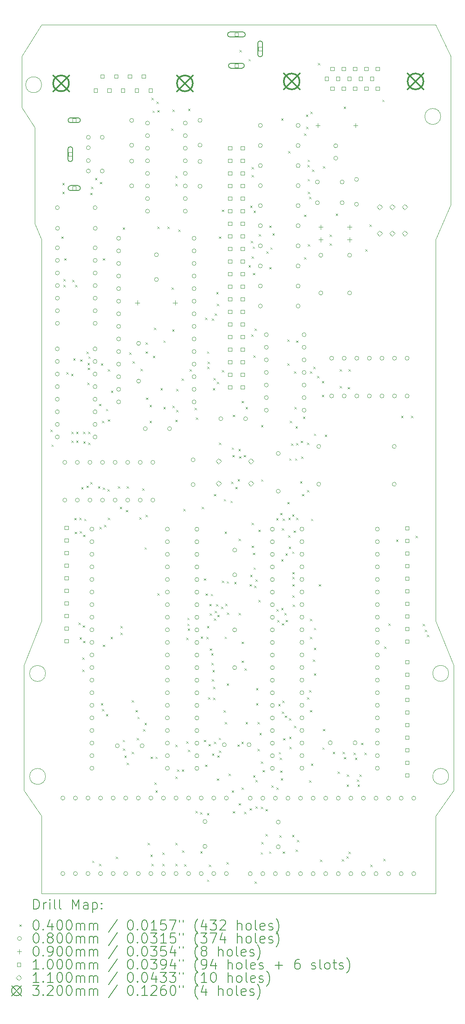
<source format=gbr>
%TF.GenerationSoftware,KiCad,Pcbnew,7.0.1*%
%TF.CreationDate,2023-07-04T17:25:52-07:00*%
%TF.ProjectId,Y6502,59363530-322e-46b6-9963-61645f706362,rev?*%
%TF.SameCoordinates,Original*%
%TF.FileFunction,Drillmap*%
%TF.FilePolarity,Positive*%
%FSLAX45Y45*%
G04 Gerber Fmt 4.5, Leading zero omitted, Abs format (unit mm)*
G04 Created by KiCad (PCBNEW 7.0.1) date 2023-07-04 17:25:52*
%MOMM*%
%LPD*%
G01*
G04 APERTURE LIST*
%ADD10C,0.100000*%
%ADD11C,0.200000*%
%ADD12C,0.040000*%
%ADD13C,0.080000*%
%ADD14C,0.090000*%
%ADD15C,0.110000*%
%ADD16C,0.320000*%
G04 APERTURE END LIST*
D10*
X8280954Y-3279046D02*
G75*
G03*
X8280954Y-3279046I-160954J0D01*
G01*
X8280000Y-6400000D02*
X8140000Y-6080000D01*
X16240000Y-19480000D02*
X16240000Y-19600000D01*
X8360954Y-15160954D02*
G75*
G03*
X8360954Y-15160954I-160954J0D01*
G01*
X8280000Y-6400000D02*
X8280000Y-14100000D01*
X16540000Y-5700000D02*
X16240000Y-6400000D01*
X16240000Y-18040000D02*
X16240000Y-19480000D01*
X16600000Y-15000000D02*
X16600000Y-17520000D01*
X8280000Y-14100000D02*
X7920000Y-15000000D01*
X8360954Y-17239046D02*
G75*
G03*
X8360954Y-17239046I-160954J0D01*
G01*
X7880000Y-3740000D02*
X8140000Y-4140000D01*
X8281000Y-2068000D02*
X16241000Y-2068000D01*
X8280000Y-18040000D02*
X8280000Y-19600000D01*
X16500954Y-17237137D02*
G75*
G03*
X16500954Y-17237137I-160954J0D01*
G01*
X16500954Y-15159046D02*
G75*
G03*
X16500954Y-15159046I-160954J0D01*
G01*
X16340954Y-3919046D02*
G75*
G03*
X16340954Y-3919046I-160954J0D01*
G01*
X8280000Y-19600000D02*
X16240000Y-19600000D01*
X16241000Y-2068000D02*
X16540000Y-2700000D01*
X7920000Y-17520000D02*
X8280000Y-18040000D01*
X16240000Y-14100000D02*
X16600000Y-15000000D01*
X7920000Y-15000000D02*
X7920000Y-17520000D01*
X8140000Y-4140000D02*
X8140000Y-6080000D01*
X16240000Y-6400000D02*
X16240000Y-14100000D01*
X8281000Y-2068000D02*
X7880000Y-2700000D01*
X7880000Y-2700000D02*
X7880000Y-3740000D01*
X16540000Y-2700000D02*
X16540000Y-5700000D01*
X16600000Y-17520000D02*
X16240000Y-18040000D01*
D11*
D12*
X8460000Y-10240000D02*
X8500000Y-10280000D01*
X8500000Y-10240000D02*
X8460000Y-10280000D01*
X8480000Y-10540000D02*
X8520000Y-10580000D01*
X8520000Y-10540000D02*
X8480000Y-10580000D01*
X8680000Y-6340000D02*
X8720000Y-6380000D01*
X8720000Y-6340000D02*
X8680000Y-6380000D01*
X8700000Y-5260000D02*
X8740000Y-5300000D01*
X8740000Y-5260000D02*
X8700000Y-5300000D01*
X8700000Y-5440000D02*
X8740000Y-5480000D01*
X8740000Y-5440000D02*
X8700000Y-5480000D01*
X8720000Y-7200000D02*
X8760000Y-7240000D01*
X8760000Y-7200000D02*
X8720000Y-7240000D01*
X8720000Y-7320000D02*
X8760000Y-7360000D01*
X8760000Y-7320000D02*
X8720000Y-7360000D01*
X8740000Y-6780000D02*
X8780000Y-6820000D01*
X8780000Y-6780000D02*
X8740000Y-6820000D01*
X8780000Y-9080000D02*
X8820000Y-9120000D01*
X8820000Y-9080000D02*
X8780000Y-9120000D01*
X8878619Y-9112932D02*
X8918619Y-9152932D01*
X8918619Y-9112932D02*
X8878619Y-9152932D01*
X8880000Y-10280000D02*
X8920000Y-10320000D01*
X8920000Y-10280000D02*
X8880000Y-10320000D01*
X8880000Y-10460000D02*
X8920000Y-10500000D01*
X8920000Y-10460000D02*
X8880000Y-10500000D01*
X8900000Y-7220000D02*
X8940000Y-7260000D01*
X8940000Y-7220000D02*
X8900000Y-7260000D01*
X8920000Y-8800000D02*
X8960000Y-8840000D01*
X8960000Y-8800000D02*
X8920000Y-8840000D01*
X8943214Y-12020857D02*
X8983214Y-12060857D01*
X8983214Y-12020857D02*
X8943214Y-12060857D01*
X8950081Y-12301185D02*
X8990081Y-12341185D01*
X8990081Y-12301185D02*
X8950081Y-12341185D01*
X8960000Y-7320000D02*
X9000000Y-7360000D01*
X9000000Y-7320000D02*
X8960000Y-7360000D01*
X8980000Y-10280000D02*
X9020000Y-10320000D01*
X9020000Y-10280000D02*
X8980000Y-10320000D01*
X8980000Y-10460000D02*
X9020000Y-10500000D01*
X9020000Y-10460000D02*
X8980000Y-10500000D01*
X9027948Y-14133545D02*
X9067948Y-14173545D01*
X9067948Y-14133545D02*
X9027948Y-14173545D01*
X9043034Y-12015758D02*
X9083034Y-12055758D01*
X9083034Y-12015758D02*
X9043034Y-12055758D01*
X9046948Y-14431701D02*
X9086948Y-14471701D01*
X9086948Y-14431701D02*
X9046948Y-14471701D01*
X9049325Y-12289324D02*
X9089325Y-12329324D01*
X9089325Y-12289324D02*
X9049325Y-12329324D01*
X9057191Y-8821539D02*
X9097191Y-8861539D01*
X9097191Y-8821539D02*
X9057191Y-8861539D01*
X9080053Y-11400805D02*
X9120053Y-11440805D01*
X9120053Y-11400805D02*
X9080053Y-11440805D01*
X9100000Y-14840000D02*
X9140000Y-14880000D01*
X9140000Y-14840000D02*
X9100000Y-14880000D01*
X9100000Y-15080000D02*
X9140000Y-15120000D01*
X9140000Y-15080000D02*
X9100000Y-15120000D01*
X9111306Y-14188694D02*
X9151306Y-14228694D01*
X9151306Y-14188694D02*
X9111306Y-14228694D01*
X9117624Y-14502376D02*
X9157624Y-14542376D01*
X9157624Y-14502376D02*
X9117624Y-14542376D01*
X9120000Y-12360000D02*
X9160000Y-12400000D01*
X9160000Y-12360000D02*
X9120000Y-12400000D01*
X9120050Y-10280000D02*
X9160050Y-10320000D01*
X9160050Y-10280000D02*
X9120050Y-10320000D01*
X9123034Y-10475759D02*
X9163034Y-10515759D01*
X9163034Y-10475759D02*
X9123034Y-10515759D01*
X9140000Y-12040000D02*
X9180000Y-12080000D01*
X9180000Y-12040000D02*
X9140000Y-12080000D01*
X9187923Y-8662640D02*
X9227923Y-8702640D01*
X9227923Y-8662640D02*
X9187923Y-8702640D01*
X9189325Y-11370675D02*
X9229325Y-11410675D01*
X9229325Y-11370675D02*
X9189325Y-11410675D01*
X9202540Y-9289900D02*
X9242540Y-9329900D01*
X9242540Y-9289900D02*
X9202540Y-9329900D01*
X9207936Y-8891288D02*
X9247936Y-8931288D01*
X9247936Y-8891288D02*
X9207936Y-8931288D01*
X9213187Y-8991929D02*
X9253187Y-9031929D01*
X9253187Y-8991929D02*
X9213187Y-9031929D01*
X9220000Y-10280000D02*
X9260000Y-10320000D01*
X9260000Y-10280000D02*
X9220000Y-10320000D01*
X9220000Y-10500000D02*
X9260000Y-10540000D01*
X9260000Y-10500000D02*
X9220000Y-10540000D01*
X9224842Y-8762041D02*
X9264842Y-8802041D01*
X9264842Y-8762041D02*
X9224842Y-8802041D01*
X9260000Y-5460000D02*
X9300000Y-5500000D01*
X9300000Y-5460000D02*
X9260000Y-5500000D01*
X9260000Y-11300000D02*
X9300000Y-11340000D01*
X9300000Y-11300000D02*
X9260000Y-11340000D01*
X9280000Y-5340000D02*
X9320000Y-5380000D01*
X9320000Y-5340000D02*
X9280000Y-5380000D01*
X9300000Y-18940000D02*
X9340000Y-18980000D01*
X9340000Y-18940000D02*
X9300000Y-18980000D01*
X9360000Y-5160000D02*
X9400000Y-5200000D01*
X9400000Y-5160000D02*
X9360000Y-5200000D01*
X9420000Y-11380000D02*
X9460000Y-11420000D01*
X9460000Y-11380000D02*
X9420000Y-11420000D01*
X9440000Y-9720000D02*
X9480000Y-9760000D01*
X9480000Y-9720000D02*
X9440000Y-9760000D01*
X9440000Y-19000000D02*
X9480000Y-19040000D01*
X9480000Y-19000000D02*
X9440000Y-19040000D01*
X9450602Y-12204699D02*
X9490602Y-12244699D01*
X9490602Y-12204699D02*
X9450602Y-12244699D01*
X9460000Y-5240000D02*
X9500000Y-5280000D01*
X9500000Y-5240000D02*
X9460000Y-5280000D01*
X9480000Y-8900000D02*
X9520000Y-8940000D01*
X9520000Y-8900000D02*
X9480000Y-8940000D01*
X9480000Y-15760000D02*
X9520000Y-15800000D01*
X9520000Y-15760000D02*
X9480000Y-15800000D01*
X9500000Y-10060000D02*
X9540000Y-10100000D01*
X9540000Y-10060000D02*
X9500000Y-10100000D01*
X9500000Y-15880000D02*
X9540000Y-15920000D01*
X9540000Y-15880000D02*
X9500000Y-15920000D01*
X9517284Y-14578105D02*
X9557284Y-14618105D01*
X9557284Y-14578105D02*
X9517284Y-14618105D01*
X9519568Y-11408736D02*
X9559568Y-11448736D01*
X9559568Y-11408736D02*
X9519568Y-11448736D01*
X9520000Y-6780000D02*
X9560000Y-6820000D01*
X9560000Y-6780000D02*
X9520000Y-6820000D01*
X9540000Y-12160000D02*
X9580000Y-12200000D01*
X9580000Y-12160000D02*
X9540000Y-12200000D01*
X9580000Y-15980000D02*
X9620000Y-16020000D01*
X9620000Y-15980000D02*
X9580000Y-16020000D01*
X9580138Y-9820138D02*
X9620138Y-9860138D01*
X9620138Y-9820138D02*
X9580138Y-9860138D01*
X9612758Y-11444870D02*
X9652758Y-11484870D01*
X9652758Y-11444870D02*
X9612758Y-11484870D01*
X9615949Y-10032004D02*
X9655949Y-10072004D01*
X9655949Y-10032004D02*
X9615949Y-10072004D01*
X9620000Y-9020000D02*
X9660000Y-9060000D01*
X9660000Y-9020000D02*
X9620000Y-9060000D01*
X9620000Y-12020000D02*
X9660000Y-12060000D01*
X9660000Y-12020000D02*
X9620000Y-12060000D01*
X9673052Y-14422988D02*
X9713052Y-14462988D01*
X9713052Y-14422988D02*
X9673052Y-14462988D01*
X9682096Y-9449915D02*
X9722096Y-9489915D01*
X9722096Y-9449915D02*
X9682096Y-9489915D01*
X9780000Y-18860000D02*
X9820000Y-18900000D01*
X9820000Y-18860000D02*
X9780000Y-18900000D01*
X9820000Y-11380000D02*
X9860000Y-11420000D01*
X9860000Y-11380000D02*
X9820000Y-11420000D01*
X9860000Y-11800000D02*
X9900000Y-11840000D01*
X9900000Y-11800000D02*
X9860000Y-11840000D01*
X9872600Y-14203659D02*
X9912600Y-14243659D01*
X9912600Y-14203659D02*
X9872600Y-14243659D01*
X9872600Y-14340000D02*
X9912600Y-14380000D01*
X9912600Y-14340000D02*
X9872600Y-14380000D01*
X9920000Y-6160000D02*
X9960000Y-6200000D01*
X9960000Y-6160000D02*
X9920000Y-6200000D01*
X9920000Y-16500000D02*
X9960000Y-16540000D01*
X9960000Y-16500000D02*
X9920000Y-16540000D01*
X9922010Y-16672600D02*
X9962010Y-16712600D01*
X9962010Y-16672600D02*
X9922010Y-16712600D01*
X9953774Y-16818385D02*
X9993774Y-16858385D01*
X9993774Y-16818385D02*
X9953774Y-16858385D01*
X9980000Y-11860000D02*
X10020000Y-11900000D01*
X10020000Y-11860000D02*
X9980000Y-11900000D01*
X10000000Y-11380000D02*
X10040000Y-11420000D01*
X10040000Y-11380000D02*
X10000000Y-11420000D01*
X10000000Y-16960000D02*
X10040000Y-17000000D01*
X10040000Y-16960000D02*
X10000000Y-17000000D01*
X10052550Y-8682122D02*
X10092550Y-8722122D01*
X10092550Y-8682122D02*
X10052550Y-8722122D01*
X10100000Y-15700000D02*
X10140000Y-15740000D01*
X10140000Y-15700000D02*
X10100000Y-15740000D01*
X10100000Y-16740000D02*
X10140000Y-16780000D01*
X10140000Y-16740000D02*
X10100000Y-16780000D01*
X10120000Y-8860000D02*
X10160000Y-8900000D01*
X10160000Y-8860000D02*
X10120000Y-8900000D01*
X10180000Y-15900000D02*
X10220000Y-15940000D01*
X10220000Y-15900000D02*
X10180000Y-15940000D01*
X10200000Y-16460000D02*
X10240000Y-16500000D01*
X10240000Y-16460000D02*
X10200000Y-16500000D01*
X10214611Y-16034611D02*
X10254611Y-16074611D01*
X10254611Y-16034611D02*
X10214611Y-16074611D01*
X10253563Y-12011048D02*
X10293563Y-12051048D01*
X10293563Y-12011048D02*
X10253563Y-12051048D01*
X10280708Y-9014681D02*
X10320708Y-9054681D01*
X10320708Y-9014681D02*
X10280708Y-9054681D01*
X10312341Y-11427659D02*
X10352341Y-11467659D01*
X10352341Y-11427659D02*
X10312341Y-11467659D01*
X10332277Y-16283112D02*
X10372277Y-16323112D01*
X10372277Y-16283112D02*
X10332277Y-16323112D01*
X10358322Y-12614039D02*
X10398322Y-12654039D01*
X10398322Y-12614039D02*
X10358322Y-12654039D01*
X10360000Y-16160000D02*
X10400000Y-16200000D01*
X10400000Y-16160000D02*
X10360000Y-16200000D01*
X10380000Y-8480000D02*
X10420000Y-8520000D01*
X10420000Y-8480000D02*
X10380000Y-8520000D01*
X10380000Y-8660000D02*
X10420000Y-8700000D01*
X10420000Y-8660000D02*
X10380000Y-8700000D01*
X10380000Y-11960000D02*
X10420000Y-12000000D01*
X10420000Y-11960000D02*
X10380000Y-12000000D01*
X10387199Y-9592550D02*
X10427199Y-9632550D01*
X10427199Y-9592550D02*
X10387199Y-9632550D01*
X10420000Y-18580000D02*
X10460000Y-18620000D01*
X10460000Y-18580000D02*
X10420000Y-18620000D01*
X10460000Y-9740000D02*
X10500000Y-9780000D01*
X10500000Y-9740000D02*
X10460000Y-9780000D01*
X10460000Y-10060000D02*
X10500000Y-10100000D01*
X10500000Y-10060000D02*
X10460000Y-10100000D01*
X10479056Y-18819056D02*
X10519056Y-18859056D01*
X10519056Y-18819056D02*
X10479056Y-18859056D01*
X10480000Y-16840000D02*
X10520000Y-16880000D01*
X10520000Y-16840000D02*
X10480000Y-16880000D01*
X10500000Y-3540000D02*
X10540000Y-3580000D01*
X10540000Y-3540000D02*
X10500000Y-3580000D01*
X10500000Y-19005050D02*
X10540000Y-19045050D01*
X10540000Y-19005050D02*
X10500000Y-19045050D01*
X10520000Y-3800000D02*
X10560000Y-3840000D01*
X10560000Y-3800000D02*
X10520000Y-3840000D01*
X10528306Y-8747083D02*
X10568306Y-8787083D01*
X10568306Y-8747083D02*
X10528306Y-8787083D01*
X10548353Y-8183901D02*
X10588353Y-8223901D01*
X10588353Y-8183901D02*
X10548353Y-8223901D01*
X10560000Y-17360000D02*
X10600000Y-17400000D01*
X10600000Y-17360000D02*
X10560000Y-17400000D01*
X10580000Y-16840000D02*
X10620000Y-16880000D01*
X10620000Y-16840000D02*
X10580000Y-16880000D01*
X10580000Y-17520000D02*
X10620000Y-17560000D01*
X10620000Y-17520000D02*
X10580000Y-17560000D01*
X10600000Y-3620000D02*
X10640000Y-3660000D01*
X10640000Y-3620000D02*
X10600000Y-3660000D01*
X10620000Y-3792550D02*
X10660000Y-3832550D01*
X10660000Y-3792550D02*
X10620000Y-3832550D01*
X10620000Y-6140000D02*
X10660000Y-6180000D01*
X10660000Y-6140000D02*
X10620000Y-6180000D01*
X10620000Y-13540000D02*
X10660000Y-13580000D01*
X10660000Y-13540000D02*
X10620000Y-13580000D01*
X10680000Y-9400000D02*
X10720000Y-9440000D01*
X10720000Y-9400000D02*
X10680000Y-9440000D01*
X10720000Y-18772550D02*
X10760000Y-18812550D01*
X10760000Y-18772550D02*
X10720000Y-18812550D01*
X10720000Y-19000000D02*
X10760000Y-19040000D01*
X10760000Y-19000000D02*
X10720000Y-19040000D01*
X10740000Y-8440000D02*
X10780000Y-8480000D01*
X10780000Y-8440000D02*
X10740000Y-8480000D01*
X10740000Y-9780000D02*
X10780000Y-9820000D01*
X10780000Y-9780000D02*
X10740000Y-9820000D01*
X10820000Y-6140000D02*
X10860000Y-6180000D01*
X10860000Y-6140000D02*
X10820000Y-6180000D01*
X10900000Y-4160000D02*
X10940000Y-4200000D01*
X10940000Y-4160000D02*
X10900000Y-4200000D01*
X10906950Y-7367694D02*
X10946950Y-7407694D01*
X10946950Y-7367694D02*
X10906950Y-7407694D01*
X10918748Y-8215050D02*
X10958748Y-8255050D01*
X10958748Y-8215050D02*
X10918748Y-8255050D01*
X10920000Y-3780000D02*
X10960000Y-3820000D01*
X10960000Y-3780000D02*
X10920000Y-3820000D01*
X10920000Y-9760000D02*
X10960000Y-9800000D01*
X10960000Y-9760000D02*
X10920000Y-9800000D01*
X10980000Y-5120000D02*
X11020000Y-5160000D01*
X11020000Y-5120000D02*
X10980000Y-5160000D01*
X10980000Y-5280000D02*
X11020000Y-5320000D01*
X11020000Y-5280000D02*
X10980000Y-5320000D01*
X10980000Y-10040000D02*
X11020000Y-10080000D01*
X11020000Y-10040000D02*
X10980000Y-10080000D01*
X10980000Y-16600000D02*
X11020000Y-16640000D01*
X11020000Y-16600000D02*
X10980000Y-16640000D01*
X10980000Y-17240000D02*
X11020000Y-17280000D01*
X11020000Y-17240000D02*
X10980000Y-17280000D01*
X10980000Y-18580000D02*
X11020000Y-18620000D01*
X11020000Y-18580000D02*
X10980000Y-18620000D01*
X10980000Y-19000000D02*
X11020000Y-19040000D01*
X11020000Y-19000000D02*
X10980000Y-19040000D01*
X11000000Y-9420000D02*
X11040000Y-9460000D01*
X11040000Y-9420000D02*
X11000000Y-9460000D01*
X11000000Y-9840000D02*
X11040000Y-9880000D01*
X11040000Y-9840000D02*
X11000000Y-9880000D01*
X11012650Y-17100000D02*
X11052650Y-17140000D01*
X11052650Y-17100000D02*
X11012650Y-17140000D01*
X11040000Y-6200000D02*
X11080000Y-6240000D01*
X11080000Y-6200000D02*
X11040000Y-6240000D01*
X11107694Y-9207694D02*
X11147694Y-9247694D01*
X11147694Y-9207694D02*
X11107694Y-9247694D01*
X11112600Y-17100000D02*
X11152600Y-17140000D01*
X11152600Y-17100000D02*
X11112600Y-17140000D01*
X11120000Y-18732550D02*
X11160000Y-18772550D01*
X11160000Y-18732550D02*
X11120000Y-18772550D01*
X11140000Y-11840000D02*
X11180000Y-11880000D01*
X11180000Y-11840000D02*
X11140000Y-11880000D01*
X11159387Y-19011461D02*
X11199387Y-19051461D01*
X11199387Y-19011461D02*
X11159387Y-19051461D01*
X11200000Y-14440000D02*
X11240000Y-14480000D01*
X11240000Y-14440000D02*
X11200000Y-14480000D01*
X11200067Y-16529466D02*
X11240067Y-16569466D01*
X11240067Y-16529466D02*
X11200067Y-16569466D01*
X11222550Y-14037844D02*
X11262550Y-14077844D01*
X11262550Y-14037844D02*
X11222550Y-14077844D01*
X11222578Y-14155961D02*
X11262578Y-14195961D01*
X11262578Y-14155961D02*
X11222578Y-14195961D01*
X11232443Y-14255439D02*
X11272443Y-14295439D01*
X11272443Y-14255439D02*
X11232443Y-14295439D01*
X11234684Y-16699366D02*
X11274684Y-16739366D01*
X11274684Y-16699366D02*
X11234684Y-16739366D01*
X11240000Y-3760000D02*
X11280000Y-3800000D01*
X11280000Y-3760000D02*
X11240000Y-3800000D01*
X11267400Y-9020000D02*
X11307400Y-9060000D01*
X11307400Y-9020000D02*
X11267400Y-9060000D01*
X11368414Y-9800730D02*
X11408414Y-9840730D01*
X11408414Y-9800730D02*
X11368414Y-9840730D01*
X11387145Y-17935798D02*
X11427145Y-17975798D01*
X11427145Y-17935798D02*
X11387145Y-17975798D01*
X11395399Y-9996935D02*
X11435399Y-10036935D01*
X11435399Y-9996935D02*
X11395399Y-10036935D01*
X11483611Y-17961959D02*
X11523611Y-18001959D01*
X11523611Y-17961959D02*
X11483611Y-18001959D01*
X11484280Y-18751087D02*
X11524280Y-18791087D01*
X11524280Y-18751087D02*
X11484280Y-18791087D01*
X11494494Y-14414545D02*
X11534494Y-14454545D01*
X11534494Y-14414545D02*
X11494494Y-14454545D01*
X11515864Y-11799534D02*
X11555864Y-11839534D01*
X11555864Y-11799534D02*
X11515864Y-11839534D01*
X11560000Y-13240000D02*
X11600000Y-13280000D01*
X11600000Y-13240000D02*
X11560000Y-13280000D01*
X11560000Y-16500000D02*
X11600000Y-16540000D01*
X11600000Y-16500000D02*
X11560000Y-16540000D01*
X11580000Y-17000000D02*
X11620000Y-17040000D01*
X11620000Y-17000000D02*
X11580000Y-17040000D01*
X11583599Y-7977886D02*
X11623599Y-8017886D01*
X11623599Y-7977886D02*
X11583599Y-8017886D01*
X11592925Y-13545699D02*
X11632925Y-13585699D01*
X11632925Y-13545699D02*
X11592925Y-13585699D01*
X11605286Y-14425286D02*
X11645286Y-14465286D01*
X11645286Y-14425286D02*
X11605286Y-14465286D01*
X11620000Y-8660000D02*
X11660000Y-8700000D01*
X11660000Y-8660000D02*
X11620000Y-8700000D01*
X11620000Y-14200000D02*
X11660000Y-14240000D01*
X11660000Y-14200000D02*
X11620000Y-14240000D01*
X11620000Y-17980000D02*
X11660000Y-18020000D01*
X11660000Y-17980000D02*
X11620000Y-18020000D01*
X11620000Y-19320000D02*
X11660000Y-19360000D01*
X11660000Y-19320000D02*
X11620000Y-19360000D01*
X11627385Y-8966921D02*
X11667385Y-9006921D01*
X11667385Y-8966921D02*
X11627385Y-9006921D01*
X11632879Y-8867121D02*
X11672879Y-8907121D01*
X11672879Y-8867121D02*
X11632879Y-8907121D01*
X11642400Y-15642854D02*
X11682400Y-15682854D01*
X11682400Y-15642854D02*
X11642400Y-15682854D01*
X11650602Y-16584699D02*
X11690602Y-16624699D01*
X11690602Y-16584699D02*
X11650602Y-16624699D01*
X11657001Y-19018317D02*
X11697001Y-19058317D01*
X11697001Y-19018317D02*
X11657001Y-19058317D01*
X11665100Y-13757102D02*
X11705100Y-13797102D01*
X11705100Y-13757102D02*
X11665100Y-13797102D01*
X11676969Y-13947437D02*
X11716969Y-13987437D01*
X11716969Y-13947437D02*
X11676969Y-13987437D01*
X11677153Y-14654110D02*
X11717153Y-14694110D01*
X11717153Y-14654110D02*
X11677153Y-14694110D01*
X11697600Y-13554986D02*
X11737600Y-13594986D01*
X11737600Y-13554986D02*
X11697600Y-13594986D01*
X11706610Y-14749621D02*
X11746610Y-14789621D01*
X11746610Y-14749621D02*
X11706610Y-14789621D01*
X11712300Y-14946192D02*
X11752300Y-14986192D01*
X11752300Y-14946192D02*
X11712300Y-14986192D01*
X11718499Y-7995985D02*
X11758499Y-8035985D01*
X11758499Y-7995985D02*
X11718499Y-8035985D01*
X11720000Y-15280000D02*
X11760000Y-15320000D01*
X11760000Y-15280000D02*
X11720000Y-15320000D01*
X11723614Y-16774358D02*
X11763614Y-16814358D01*
X11763614Y-16774358D02*
X11723614Y-16814358D01*
X11732104Y-15091423D02*
X11772104Y-15131423D01*
X11772104Y-15091423D02*
X11732104Y-15131423D01*
X11740000Y-9400000D02*
X11780000Y-9440000D01*
X11780000Y-9400000D02*
X11740000Y-9440000D01*
X11741338Y-15429289D02*
X11781338Y-15469289D01*
X11781338Y-15429289D02*
X11741338Y-15469289D01*
X11742101Y-15649915D02*
X11782101Y-15689915D01*
X11782101Y-15649915D02*
X11742101Y-15689915D01*
X11750150Y-9196124D02*
X11790150Y-9236124D01*
X11790150Y-9196124D02*
X11750150Y-9236124D01*
X11760000Y-11540000D02*
X11800000Y-11580000D01*
X11800000Y-11540000D02*
X11760000Y-11580000D01*
X11760000Y-16540000D02*
X11800000Y-16580000D01*
X11800000Y-16540000D02*
X11760000Y-16580000D01*
X11762443Y-14052741D02*
X11802443Y-14092741D01*
X11802443Y-14052741D02*
X11762443Y-14092741D01*
X11778472Y-7892315D02*
X11818472Y-7932315D01*
X11818472Y-7892315D02*
X11778472Y-7932315D01*
X11780000Y-13900000D02*
X11820000Y-13940000D01*
X11820000Y-13900000D02*
X11780000Y-13940000D01*
X11800000Y-13760000D02*
X11840000Y-13800000D01*
X11840000Y-13760000D02*
X11800000Y-13800000D01*
X11807450Y-7460000D02*
X11847450Y-7500000D01*
X11847450Y-7460000D02*
X11807450Y-7500000D01*
X11817600Y-9276021D02*
X11857600Y-9316021D01*
X11857600Y-9276021D02*
X11817600Y-9316021D01*
X11820000Y-7700000D02*
X11860000Y-7740000D01*
X11860000Y-7700000D02*
X11820000Y-7740000D01*
X11820000Y-17280000D02*
X11860000Y-17320000D01*
X11860000Y-17280000D02*
X11820000Y-17320000D01*
X11827880Y-13977189D02*
X11867880Y-14017189D01*
X11867880Y-13977189D02*
X11827880Y-14017189D01*
X11830829Y-16813782D02*
X11870829Y-16853782D01*
X11870829Y-16813782D02*
X11830829Y-16853782D01*
X11857624Y-16457624D02*
X11897624Y-16497624D01*
X11897624Y-16457624D02*
X11857624Y-16497624D01*
X11860000Y-6340000D02*
X11900000Y-6380000D01*
X11900000Y-6340000D02*
X11860000Y-6380000D01*
X11860000Y-10500000D02*
X11900000Y-10540000D01*
X11900000Y-10500000D02*
X11860000Y-10540000D01*
X11860516Y-16718342D02*
X11900516Y-16758342D01*
X11900516Y-16718342D02*
X11860516Y-16758342D01*
X11902216Y-13812550D02*
X11942216Y-13852550D01*
X11942216Y-13812550D02*
X11902216Y-13852550D01*
X11920000Y-5800000D02*
X11960000Y-5840000D01*
X11960000Y-5800000D02*
X11920000Y-5840000D01*
X11920000Y-9040000D02*
X11960000Y-9080000D01*
X11960000Y-9040000D02*
X11920000Y-9080000D01*
X11920597Y-13289553D02*
X11960597Y-13329553D01*
X11960597Y-13289553D02*
X11920597Y-13329553D01*
X11957095Y-15906092D02*
X11997095Y-15946092D01*
X11997095Y-15906092D02*
X11957095Y-15946092D01*
X11960000Y-11640000D02*
X12000000Y-11680000D01*
X12000000Y-11640000D02*
X11960000Y-11680000D01*
X11976161Y-12299289D02*
X12016161Y-12339289D01*
X12016161Y-12299289D02*
X11976161Y-12339289D01*
X11976300Y-14418884D02*
X12016300Y-14458884D01*
X12016300Y-14418884D02*
X11976300Y-14458884D01*
X11980000Y-16140000D02*
X12020000Y-16180000D01*
X12020000Y-16140000D02*
X11980000Y-16180000D01*
X11990258Y-13754353D02*
X12030258Y-13794353D01*
X12030258Y-13754353D02*
X11990258Y-13794353D01*
X12017433Y-18970100D02*
X12057433Y-19010100D01*
X12057433Y-18970100D02*
X12017433Y-19010100D01*
X12020000Y-13300000D02*
X12060000Y-13340000D01*
X12060000Y-13300000D02*
X12020000Y-13340000D01*
X12020000Y-15360000D02*
X12060000Y-15400000D01*
X12060000Y-15360000D02*
X12020000Y-15400000D01*
X12020378Y-13933151D02*
X12060378Y-13973151D01*
X12060378Y-13933151D02*
X12020378Y-13973151D01*
X12060000Y-17180000D02*
X12100000Y-17220000D01*
X12100000Y-17180000D02*
X12060000Y-17220000D01*
X12094900Y-11675080D02*
X12134900Y-11715080D01*
X12134900Y-11675080D02*
X12094900Y-11715080D01*
X12107450Y-11290382D02*
X12147450Y-11330382D01*
X12147450Y-11290382D02*
X12107450Y-11330382D01*
X12120000Y-10600000D02*
X12160000Y-10640000D01*
X12160000Y-10600000D02*
X12120000Y-10640000D01*
X12120000Y-17520000D02*
X12160000Y-17560000D01*
X12160000Y-17520000D02*
X12120000Y-17560000D01*
X12130857Y-10752215D02*
X12170857Y-10792215D01*
X12170857Y-10752215D02*
X12130857Y-10792215D01*
X12140000Y-9940000D02*
X12180000Y-9980000D01*
X12180000Y-9940000D02*
X12140000Y-9980000D01*
X12140000Y-17940000D02*
X12180000Y-17980000D01*
X12180000Y-17940000D02*
X12140000Y-17980000D01*
X12171472Y-13313234D02*
X12211472Y-13353234D01*
X12211472Y-13313234D02*
X12171472Y-13353234D01*
X12192221Y-11396389D02*
X12232221Y-11436389D01*
X12232221Y-11396389D02*
X12192221Y-11436389D01*
X12232692Y-16593706D02*
X12272692Y-16633706D01*
X12272692Y-16593706D02*
X12232692Y-16633706D01*
X12240000Y-11240000D02*
X12280000Y-11280000D01*
X12280000Y-11240000D02*
X12240000Y-11280000D01*
X12254883Y-10629460D02*
X12294883Y-10669460D01*
X12294883Y-10629460D02*
X12254883Y-10669460D01*
X12260000Y-12440000D02*
X12300000Y-12480000D01*
X12300000Y-12440000D02*
X12260000Y-12480000D01*
X12260000Y-17780000D02*
X12300000Y-17820000D01*
X12300000Y-17780000D02*
X12260000Y-17820000D01*
X12260129Y-13940000D02*
X12300129Y-13980000D01*
X12300129Y-13940000D02*
X12260129Y-13980000D01*
X12265757Y-10776605D02*
X12305757Y-10816605D01*
X12305757Y-10776605D02*
X12265757Y-10816605D01*
X12280000Y-2580000D02*
X12320000Y-2620000D01*
X12320000Y-2580000D02*
X12280000Y-2620000D01*
X12316238Y-16538843D02*
X12356238Y-16578843D01*
X12356238Y-16538843D02*
X12316238Y-16578843D01*
X12320000Y-9660000D02*
X12360000Y-9700000D01*
X12360000Y-9660000D02*
X12320000Y-9700000D01*
X12320000Y-14520000D02*
X12360000Y-14560000D01*
X12360000Y-14520000D02*
X12320000Y-14560000D01*
X12320000Y-14900000D02*
X12360000Y-14940000D01*
X12360000Y-14900000D02*
X12320000Y-14940000D01*
X12320000Y-17460000D02*
X12360000Y-17500000D01*
X12360000Y-17460000D02*
X12320000Y-17500000D01*
X12362450Y-10751297D02*
X12402450Y-10791297D01*
X12402450Y-10751297D02*
X12362450Y-10791297D01*
X12367694Y-17952306D02*
X12407694Y-17992306D01*
X12407694Y-17952306D02*
X12367694Y-17992306D01*
X12380000Y-15060000D02*
X12420000Y-15100000D01*
X12420000Y-15060000D02*
X12380000Y-15100000D01*
X12400000Y-9780000D02*
X12440000Y-9820000D01*
X12440000Y-9780000D02*
X12400000Y-9820000D01*
X12400000Y-16140000D02*
X12440000Y-16180000D01*
X12440000Y-16140000D02*
X12400000Y-16180000D01*
X12460000Y-2760000D02*
X12500000Y-2800000D01*
X12500000Y-2760000D02*
X12460000Y-2800000D01*
X12460000Y-6920000D02*
X12500000Y-6960000D01*
X12500000Y-6920000D02*
X12460000Y-6960000D01*
X12480000Y-13360000D02*
X12520000Y-13400000D01*
X12520000Y-13360000D02*
X12480000Y-13400000D01*
X12480000Y-17880000D02*
X12520000Y-17920000D01*
X12520000Y-17880000D02*
X12480000Y-17920000D01*
X12492550Y-5720000D02*
X12532550Y-5760000D01*
X12532550Y-5720000D02*
X12492550Y-5760000D01*
X12492550Y-13167290D02*
X12532550Y-13207290D01*
X12532550Y-13167290D02*
X12492550Y-13207290D01*
X12507634Y-6427684D02*
X12547634Y-6467684D01*
X12547634Y-6427684D02*
X12507634Y-6467684D01*
X12512550Y-8320000D02*
X12552550Y-8360000D01*
X12552550Y-8320000D02*
X12512550Y-8360000D01*
X12520000Y-4940000D02*
X12560000Y-4980000D01*
X12560000Y-4940000D02*
X12520000Y-4980000D01*
X12520000Y-5100000D02*
X12560000Y-5140000D01*
X12560000Y-5100000D02*
X12520000Y-5140000D01*
X12520000Y-6740000D02*
X12560000Y-6780000D01*
X12560000Y-6740000D02*
X12520000Y-6780000D01*
X12520000Y-12120000D02*
X12560000Y-12160000D01*
X12560000Y-12120000D02*
X12520000Y-12160000D01*
X12520000Y-12580000D02*
X12560000Y-12620000D01*
X12560000Y-12580000D02*
X12520000Y-12620000D01*
X12543296Y-6544211D02*
X12583296Y-6584211D01*
X12583296Y-6544211D02*
X12543296Y-6584211D01*
X12545134Y-7077917D02*
X12585134Y-7117917D01*
X12585134Y-7077917D02*
X12545134Y-7117917D01*
X12549046Y-12724435D02*
X12589046Y-12764435D01*
X12589046Y-12724435D02*
X12549046Y-12764435D01*
X12551196Y-17217024D02*
X12591196Y-17257024D01*
X12591196Y-17217024D02*
X12551196Y-17257024D01*
X12555150Y-8740000D02*
X12595150Y-8780000D01*
X12595150Y-8740000D02*
X12555150Y-8780000D01*
X12560000Y-5820000D02*
X12600000Y-5860000D01*
X12600000Y-5820000D02*
X12560000Y-5860000D01*
X12560000Y-13020000D02*
X12600000Y-13060000D01*
X12600000Y-13020000D02*
X12560000Y-13060000D01*
X12575844Y-13388353D02*
X12615844Y-13428353D01*
X12615844Y-13388353D02*
X12575844Y-13428353D01*
X12580000Y-8200000D02*
X12620000Y-8240000D01*
X12620000Y-8200000D02*
X12580000Y-8240000D01*
X12580000Y-19360000D02*
X12620000Y-19400000D01*
X12620000Y-19360000D02*
X12580000Y-19400000D01*
X12596093Y-17311348D02*
X12636093Y-17351348D01*
X12636093Y-17311348D02*
X12596093Y-17351348D01*
X12600000Y-13260000D02*
X12640000Y-13300000D01*
X12640000Y-13260000D02*
X12600000Y-13300000D01*
X12600000Y-17840000D02*
X12640000Y-17880000D01*
X12640000Y-17840000D02*
X12600000Y-17880000D01*
X12612550Y-15453033D02*
X12652550Y-15493033D01*
X12652550Y-15453033D02*
X12612550Y-15493033D01*
X12612550Y-15760000D02*
X12652550Y-15800000D01*
X12652550Y-15760000D02*
X12612550Y-15800000D01*
X12640000Y-16140000D02*
X12680000Y-16180000D01*
X12680000Y-16140000D02*
X12640000Y-16180000D01*
X12640000Y-16680000D02*
X12680000Y-16720000D01*
X12680000Y-16680000D02*
X12640000Y-16720000D01*
X12660000Y-12260000D02*
X12700000Y-12300000D01*
X12700000Y-12260000D02*
X12660000Y-12300000D01*
X12660000Y-13680000D02*
X12700000Y-13720000D01*
X12700000Y-13680000D02*
X12660000Y-13720000D01*
X12667727Y-6292600D02*
X12707727Y-6332600D01*
X12707727Y-6292600D02*
X12667727Y-6332600D01*
X12680000Y-16360000D02*
X12720000Y-16400000D01*
X12720000Y-16360000D02*
X12680000Y-16400000D01*
X12704720Y-18769331D02*
X12744720Y-18809331D01*
X12744720Y-18769331D02*
X12704720Y-18809331D01*
X12707050Y-16939765D02*
X12747050Y-16979765D01*
X12747050Y-16939765D02*
X12707050Y-16979765D01*
X12707694Y-17852306D02*
X12747694Y-17892306D01*
X12747694Y-17852306D02*
X12707694Y-17892306D01*
X12712356Y-10147591D02*
X12752356Y-10187591D01*
X12752356Y-10147591D02*
X12712356Y-10187591D01*
X12712356Y-11242306D02*
X12752356Y-11282306D01*
X12752356Y-11242306D02*
X12712356Y-11282306D01*
X12718590Y-18564481D02*
X12758590Y-18604481D01*
X12758590Y-18564481D02*
X12718590Y-18604481D01*
X12745009Y-17109620D02*
X12785009Y-17149620D01*
X12785009Y-17109620D02*
X12745009Y-17149620D01*
X12800000Y-18400000D02*
X12840000Y-18440000D01*
X12840000Y-18400000D02*
X12800000Y-18440000D01*
X12802408Y-17897592D02*
X12842408Y-17937592D01*
X12842408Y-17897592D02*
X12802408Y-17937592D01*
X12820000Y-6640000D02*
X12860000Y-6680000D01*
X12860000Y-6640000D02*
X12820000Y-6680000D01*
X12872830Y-18752550D02*
X12912830Y-18792550D01*
X12912830Y-18752550D02*
X12872830Y-18792550D01*
X12880000Y-6120000D02*
X12920000Y-6160000D01*
X12920000Y-6120000D02*
X12880000Y-6160000D01*
X12880000Y-6960000D02*
X12920000Y-7000000D01*
X12920000Y-6960000D02*
X12880000Y-7000000D01*
X12900000Y-6560000D02*
X12940000Y-6600000D01*
X12940000Y-6560000D02*
X12900000Y-6600000D01*
X12920000Y-17420000D02*
X12960000Y-17460000D01*
X12960000Y-17420000D02*
X12920000Y-17460000D01*
X12942400Y-6280176D02*
X12982400Y-6320176D01*
X12982400Y-6280176D02*
X12942400Y-6320176D01*
X13016798Y-12024047D02*
X13056798Y-12064047D01*
X13056798Y-12024047D02*
X13016798Y-12064047D01*
X13020000Y-17460000D02*
X13060000Y-17500000D01*
X13060000Y-17460000D02*
X13020000Y-17500000D01*
X13024234Y-13862691D02*
X13064234Y-13902691D01*
X13064234Y-13862691D02*
X13024234Y-13902691D01*
X13040880Y-14080538D02*
X13080880Y-14120538D01*
X13080880Y-14080538D02*
X13040880Y-14120538D01*
X13061340Y-15779947D02*
X13101340Y-15819947D01*
X13101340Y-15779947D02*
X13061340Y-15819947D01*
X13068443Y-16746946D02*
X13108443Y-16786946D01*
X13108443Y-16746946D02*
X13068443Y-16786946D01*
X13081401Y-18427450D02*
X13121401Y-18467450D01*
X13121401Y-18427450D02*
X13081401Y-18467450D01*
X13092550Y-16860000D02*
X13132550Y-16900000D01*
X13132550Y-16860000D02*
X13092550Y-16900000D01*
X13100000Y-11920000D02*
X13140000Y-11960000D01*
X13140000Y-11920000D02*
X13100000Y-11960000D01*
X13100000Y-17120000D02*
X13140000Y-17160000D01*
X13140000Y-17120000D02*
X13100000Y-17160000D01*
X13110000Y-17274611D02*
X13150000Y-17314611D01*
X13150000Y-17274611D02*
X13110000Y-17314611D01*
X13118452Y-12854836D02*
X13158452Y-12894836D01*
X13158452Y-12854836D02*
X13118452Y-12894836D01*
X13120000Y-3960000D02*
X13160000Y-4000000D01*
X13160000Y-3960000D02*
X13120000Y-4000000D01*
X13120317Y-13835157D02*
X13160317Y-13875157D01*
X13160317Y-13835157D02*
X13120317Y-13875157D01*
X13131458Y-15927913D02*
X13171458Y-15967913D01*
X13171458Y-15927913D02*
X13131458Y-15967913D01*
X13132244Y-14146151D02*
X13172244Y-14186151D01*
X13172244Y-14146151D02*
X13132244Y-14186151D01*
X13132550Y-12231345D02*
X13172550Y-12271345D01*
X13172550Y-12231345D02*
X13132550Y-12271345D01*
X13140000Y-15707450D02*
X13180000Y-15747450D01*
X13180000Y-15707450D02*
X13140000Y-15747450D01*
X13150728Y-18752550D02*
X13190728Y-18792550D01*
X13190728Y-18752550D02*
X13150728Y-18792550D01*
X13151698Y-12031907D02*
X13191698Y-12071907D01*
X13191698Y-12031907D02*
X13151698Y-12071907D01*
X13157425Y-16467186D02*
X13197425Y-16507186D01*
X13197425Y-16467186D02*
X13157425Y-16507186D01*
X13185897Y-13941286D02*
X13225897Y-13981286D01*
X13225897Y-13941286D02*
X13185897Y-13981286D01*
X13189205Y-16009493D02*
X13229205Y-16049493D01*
X13229205Y-16009493D02*
X13189205Y-16049493D01*
X13204367Y-12740244D02*
X13244367Y-12780244D01*
X13244367Y-12740244D02*
X13204367Y-12780244D01*
X13205993Y-14078689D02*
X13245993Y-14118689D01*
X13245993Y-14078689D02*
X13205993Y-14118689D01*
X13240000Y-8420000D02*
X13280000Y-8460000D01*
X13280000Y-8420000D02*
X13240000Y-8460000D01*
X13240000Y-8900000D02*
X13280000Y-8940000D01*
X13280000Y-8900000D02*
X13240000Y-8940000D01*
X13240000Y-11700000D02*
X13280000Y-11740000D01*
X13280000Y-11700000D02*
X13240000Y-11740000D01*
X13260000Y-4620000D02*
X13300000Y-4660000D01*
X13300000Y-4620000D02*
X13260000Y-4660000D01*
X13260154Y-12375543D02*
X13300154Y-12415543D01*
X13300154Y-12375543D02*
X13260154Y-12415543D01*
X13264091Y-12014896D02*
X13304091Y-12054896D01*
X13304091Y-12014896D02*
X13264091Y-12054896D01*
X13272550Y-12604396D02*
X13312550Y-12644396D01*
X13312550Y-12604396D02*
X13272550Y-12644396D01*
X13277650Y-16062332D02*
X13317650Y-16102332D01*
X13317650Y-16062332D02*
X13277650Y-16102332D01*
X13280000Y-10820000D02*
X13320000Y-10860000D01*
X13320000Y-10820000D02*
X13280000Y-10860000D01*
X13280000Y-16440000D02*
X13320000Y-16480000D01*
X13320000Y-16440000D02*
X13280000Y-16480000D01*
X13287450Y-16640000D02*
X13327450Y-16680000D01*
X13327450Y-16640000D02*
X13287450Y-16680000D01*
X13294728Y-10059543D02*
X13334728Y-10099543D01*
X13334728Y-10059543D02*
X13294728Y-10099543D01*
X13320000Y-10520000D02*
X13360000Y-10560000D01*
X13360000Y-10520000D02*
X13320000Y-10560000D01*
X13339062Y-11948794D02*
X13379062Y-11988794D01*
X13379062Y-11948794D02*
X13339062Y-11988794D01*
X13340000Y-12700000D02*
X13380000Y-12740000D01*
X13380000Y-12700000D02*
X13340000Y-12740000D01*
X13340000Y-18420000D02*
X13380000Y-18460000D01*
X13380000Y-18420000D02*
X13340000Y-18460000D01*
X13342400Y-13113212D02*
X13382400Y-13153212D01*
X13382400Y-13113212D02*
X13342400Y-13153212D01*
X13342400Y-13213163D02*
X13382400Y-13253163D01*
X13382400Y-13213163D02*
X13342400Y-13253163D01*
X13342400Y-13360000D02*
X13382400Y-13400000D01*
X13382400Y-13360000D02*
X13342400Y-13400000D01*
X13342400Y-13585345D02*
X13382400Y-13625345D01*
X13382400Y-13585345D02*
X13342400Y-13625345D01*
X13352867Y-13768051D02*
X13392867Y-13808051D01*
X13392867Y-13768051D02*
X13352867Y-13808051D01*
X13367400Y-12276011D02*
X13407400Y-12316011D01*
X13407400Y-12276011D02*
X13367400Y-12316011D01*
X13380000Y-9060000D02*
X13420000Y-9100000D01*
X13420000Y-9060000D02*
X13380000Y-9100000D01*
X13380000Y-16220000D02*
X13420000Y-16260000D01*
X13420000Y-16220000D02*
X13380000Y-16260000D01*
X13387199Y-9780000D02*
X13427199Y-9820000D01*
X13427199Y-9780000D02*
X13387199Y-9820000D01*
X13400000Y-10820000D02*
X13440000Y-10860000D01*
X13440000Y-10820000D02*
X13400000Y-10860000D01*
X13408148Y-10172964D02*
X13448148Y-10212964D01*
X13448148Y-10172964D02*
X13408148Y-10212964D01*
X13409787Y-18712550D02*
X13449787Y-18752550D01*
X13449787Y-18712550D02*
X13409787Y-18752550D01*
X13420000Y-8440000D02*
X13460000Y-8480000D01*
X13460000Y-8440000D02*
X13420000Y-8480000D01*
X13420000Y-12020000D02*
X13460000Y-12060000D01*
X13460000Y-12020000D02*
X13420000Y-12060000D01*
X13422991Y-10508364D02*
X13462991Y-10548364D01*
X13462991Y-10508364D02*
X13422991Y-10548364D01*
X13440000Y-18520000D02*
X13480000Y-18560000D01*
X13480000Y-18520000D02*
X13440000Y-18560000D01*
X13500000Y-11280000D02*
X13540000Y-11320000D01*
X13540000Y-11280000D02*
X13500000Y-11320000D01*
X13512550Y-10463989D02*
X13552550Y-10503989D01*
X13552550Y-10463989D02*
X13512550Y-10503989D01*
X13520000Y-10780000D02*
X13560000Y-10820000D01*
X13560000Y-10780000D02*
X13520000Y-10820000D01*
X13540000Y-11540000D02*
X13580000Y-11580000D01*
X13580000Y-11540000D02*
X13540000Y-11580000D01*
X13560000Y-9980000D02*
X13600000Y-10020000D01*
X13600000Y-9980000D02*
X13560000Y-10020000D01*
X13580000Y-4260000D02*
X13620000Y-4300000D01*
X13620000Y-4260000D02*
X13580000Y-4300000D01*
X13580000Y-5900000D02*
X13620000Y-5940000D01*
X13620000Y-5900000D02*
X13580000Y-5940000D01*
X13581457Y-6758543D02*
X13621457Y-6798543D01*
X13621457Y-6758543D02*
X13581457Y-6798543D01*
X13620000Y-3880000D02*
X13660000Y-3920000D01*
X13660000Y-3880000D02*
X13620000Y-3920000D01*
X13623050Y-4126814D02*
X13663050Y-4166814D01*
X13663050Y-4126814D02*
X13623050Y-4166814D01*
X13640000Y-10500000D02*
X13680000Y-10540000D01*
X13680000Y-10500000D02*
X13640000Y-10540000D01*
X13640000Y-11460000D02*
X13680000Y-11500000D01*
X13680000Y-11460000D02*
X13640000Y-11500000D01*
X13640000Y-15640000D02*
X13680000Y-15680000D01*
X13680000Y-15640000D02*
X13640000Y-15680000D01*
X13645770Y-4896919D02*
X13685770Y-4936919D01*
X13685770Y-4896919D02*
X13645770Y-4936919D01*
X13652550Y-5180000D02*
X13692550Y-5220000D01*
X13692550Y-5180000D02*
X13652550Y-5220000D01*
X13654050Y-4792369D02*
X13694050Y-4832369D01*
X13694050Y-4792369D02*
X13654050Y-4832369D01*
X13660000Y-5440000D02*
X13700000Y-5480000D01*
X13700000Y-5440000D02*
X13660000Y-5480000D01*
X13660000Y-6500000D02*
X13700000Y-6540000D01*
X13700000Y-6500000D02*
X13660000Y-6540000D01*
X13680000Y-5540000D02*
X13720000Y-5580000D01*
X13720000Y-5540000D02*
X13680000Y-5580000D01*
X13680000Y-15500000D02*
X13720000Y-15540000D01*
X13720000Y-15500000D02*
X13680000Y-15540000D01*
X13680000Y-17320000D02*
X13720000Y-17360000D01*
X13720000Y-17320000D02*
X13680000Y-17360000D01*
X13700000Y-14060000D02*
X13740000Y-14100000D01*
X13740000Y-14060000D02*
X13700000Y-14100000D01*
X13700000Y-14420000D02*
X13740000Y-14460000D01*
X13740000Y-14420000D02*
X13700000Y-14460000D01*
X13700000Y-15900000D02*
X13740000Y-15940000D01*
X13740000Y-15900000D02*
X13700000Y-15940000D01*
X13701818Y-9059921D02*
X13741818Y-9099921D01*
X13741818Y-9059921D02*
X13701818Y-9099921D01*
X13708577Y-3824534D02*
X13748577Y-3864534D01*
X13748577Y-3824534D02*
X13708577Y-3864534D01*
X13720000Y-12040000D02*
X13760000Y-12080000D01*
X13760000Y-12040000D02*
X13720000Y-12080000D01*
X13720000Y-16980000D02*
X13760000Y-17020000D01*
X13760000Y-16980000D02*
X13720000Y-17020000D01*
X13743734Y-4989733D02*
X13783734Y-5029733D01*
X13783734Y-4989733D02*
X13743734Y-5029733D01*
X13760000Y-14880000D02*
X13800000Y-14920000D01*
X13800000Y-14880000D02*
X13760000Y-14920000D01*
X13769268Y-8971311D02*
X13809268Y-9011311D01*
X13809268Y-8971311D02*
X13769268Y-9011311D01*
X13780000Y-10320000D02*
X13820000Y-10360000D01*
X13820000Y-10320000D02*
X13780000Y-10360000D01*
X13780000Y-14240000D02*
X13820000Y-14280000D01*
X13820000Y-14240000D02*
X13780000Y-14280000D01*
X13780000Y-14640000D02*
X13820000Y-14680000D01*
X13820000Y-14640000D02*
X13780000Y-14680000D01*
X13780000Y-15160000D02*
X13820000Y-15200000D01*
X13820000Y-15160000D02*
X13780000Y-15200000D01*
X13845206Y-9156808D02*
X13885206Y-9196808D01*
X13885206Y-9156808D02*
X13845206Y-9196808D01*
X13860000Y-2840000D02*
X13900000Y-2880000D01*
X13900000Y-2840000D02*
X13860000Y-2880000D01*
X13880000Y-13360000D02*
X13920000Y-13400000D01*
X13920000Y-13360000D02*
X13880000Y-13400000D01*
X13900000Y-18920000D02*
X13940000Y-18960000D01*
X13940000Y-18920000D02*
X13900000Y-18960000D01*
X13940000Y-9260000D02*
X13980000Y-9300000D01*
X13980000Y-9260000D02*
X13940000Y-9300000D01*
X13940000Y-9540000D02*
X13980000Y-9580000D01*
X13980000Y-9540000D02*
X13940000Y-9580000D01*
X13949965Y-16652550D02*
X13989965Y-16692550D01*
X13989965Y-16652550D02*
X13949965Y-16692550D01*
X13960000Y-4920000D02*
X14000000Y-4960000D01*
X14000000Y-4920000D02*
X13960000Y-4960000D01*
X13960000Y-16280000D02*
X14000000Y-16320000D01*
X14000000Y-16280000D02*
X13960000Y-16320000D01*
X14000000Y-10340000D02*
X14040000Y-10380000D01*
X14040000Y-10340000D02*
X14000000Y-10380000D01*
X14100000Y-6300000D02*
X14140000Y-6340000D01*
X14140000Y-6300000D02*
X14100000Y-6340000D01*
X14100000Y-6480000D02*
X14140000Y-6520000D01*
X14140000Y-6480000D02*
X14100000Y-6520000D01*
X14160000Y-16740000D02*
X14200000Y-16780000D01*
X14200000Y-16740000D02*
X14160000Y-16780000D01*
X14220000Y-5880000D02*
X14260000Y-5920000D01*
X14260000Y-5880000D02*
X14220000Y-5920000D01*
X14260000Y-17140000D02*
X14300000Y-17180000D01*
X14300000Y-17140000D02*
X14260000Y-17180000D01*
X14300000Y-9020000D02*
X14340000Y-9060000D01*
X14340000Y-9020000D02*
X14300000Y-9060000D01*
X14300000Y-9360000D02*
X14340000Y-9400000D01*
X14340000Y-9360000D02*
X14300000Y-9400000D01*
X14340000Y-18907450D02*
X14380000Y-18947450D01*
X14380000Y-18907450D02*
X14340000Y-18947450D01*
X14360000Y-16740000D02*
X14400000Y-16780000D01*
X14400000Y-16740000D02*
X14360000Y-16780000D01*
X14380000Y-3720000D02*
X14420000Y-3760000D01*
X14420000Y-3720000D02*
X14380000Y-3760000D01*
X14384634Y-16848670D02*
X14424634Y-16888670D01*
X14424634Y-16848670D02*
X14384634Y-16888670D01*
X14435301Y-18849398D02*
X14475301Y-18889398D01*
X14475301Y-18849398D02*
X14435301Y-18889398D01*
X14440000Y-17400000D02*
X14480000Y-17440000D01*
X14480000Y-17400000D02*
X14440000Y-17440000D01*
X14442600Y-17198176D02*
X14482600Y-17238176D01*
X14482600Y-17198176D02*
X14442600Y-17238176D01*
X14460000Y-9380000D02*
X14500000Y-9420000D01*
X14500000Y-9380000D02*
X14460000Y-9420000D01*
X14480000Y-9020000D02*
X14520000Y-9060000D01*
X14520000Y-9020000D02*
X14480000Y-9060000D01*
X14480000Y-18760000D02*
X14520000Y-18800000D01*
X14520000Y-18760000D02*
X14480000Y-18800000D01*
X14580000Y-16760000D02*
X14620000Y-16800000D01*
X14620000Y-16760000D02*
X14580000Y-16800000D01*
X14609134Y-16859912D02*
X14649134Y-16899912D01*
X14649134Y-16859912D02*
X14609134Y-16899912D01*
X14647450Y-17298599D02*
X14687450Y-17338599D01*
X14687450Y-17298599D02*
X14647450Y-17338599D01*
X14660000Y-17400000D02*
X14700000Y-17440000D01*
X14700000Y-17400000D02*
X14660000Y-17440000D01*
X14700000Y-17200000D02*
X14740000Y-17240000D01*
X14740000Y-17200000D02*
X14700000Y-17240000D01*
X14732487Y-16559983D02*
X14772487Y-16599983D01*
X14772487Y-16559983D02*
X14732487Y-16599983D01*
X14800000Y-16760000D02*
X14840000Y-16800000D01*
X14840000Y-16760000D02*
X14800000Y-16800000D01*
X14820000Y-6600000D02*
X14860000Y-6640000D01*
X14860000Y-6600000D02*
X14820000Y-6640000D01*
X14900000Y-6100000D02*
X14940000Y-6140000D01*
X14940000Y-6100000D02*
X14900000Y-6140000D01*
X14920000Y-19020000D02*
X14960000Y-19060000D01*
X14960000Y-19020000D02*
X14920000Y-19060000D01*
X15159931Y-3580000D02*
X15199931Y-3620000D01*
X15199931Y-3580000D02*
X15159931Y-3620000D01*
X15180000Y-18900000D02*
X15220000Y-18940000D01*
X15220000Y-18900000D02*
X15180000Y-18940000D01*
X15200000Y-14620000D02*
X15240000Y-14660000D01*
X15240000Y-14620000D02*
X15200000Y-14660000D01*
X15283919Y-14152531D02*
X15323919Y-14192531D01*
X15323919Y-14152531D02*
X15283919Y-14192531D01*
X15440000Y-12460000D02*
X15480000Y-12500000D01*
X15480000Y-12460000D02*
X15440000Y-12500000D01*
X15540000Y-9960000D02*
X15580000Y-10000000D01*
X15580000Y-9960000D02*
X15540000Y-10000000D01*
X15740000Y-9960000D02*
X15780000Y-10000000D01*
X15780000Y-9960000D02*
X15740000Y-10000000D01*
X15832550Y-12380000D02*
X15872550Y-12420000D01*
X15872550Y-12380000D02*
X15832550Y-12420000D01*
X15980000Y-14160000D02*
X16020000Y-14200000D01*
X16020000Y-14160000D02*
X15980000Y-14200000D01*
X16020000Y-14280000D02*
X16060000Y-14320000D01*
X16060000Y-14280000D02*
X16020000Y-14320000D01*
X16060000Y-14380000D02*
X16100000Y-14420000D01*
X16100000Y-14380000D02*
X16060000Y-14420000D01*
D13*
X8638000Y-8610000D02*
G75*
G03*
X8638000Y-8610000I-40000J0D01*
G01*
X8638000Y-8864000D02*
G75*
G03*
X8638000Y-8864000I-40000J0D01*
G01*
X8638000Y-9118000D02*
G75*
G03*
X8638000Y-9118000I-40000J0D01*
G01*
X8638000Y-9372000D02*
G75*
G03*
X8638000Y-9372000I-40000J0D01*
G01*
X8638000Y-9626000D02*
G75*
G03*
X8638000Y-9626000I-40000J0D01*
G01*
X8638000Y-9880000D02*
G75*
G03*
X8638000Y-9880000I-40000J0D01*
G01*
X8638000Y-10134000D02*
G75*
G03*
X8638000Y-10134000I-40000J0D01*
G01*
X8638000Y-10388000D02*
G75*
G03*
X8638000Y-10388000I-40000J0D01*
G01*
X8639000Y-5760000D02*
G75*
G03*
X8639000Y-5760000I-40000J0D01*
G01*
X8640000Y-6570000D02*
G75*
G03*
X8640000Y-6570000I-40000J0D01*
G01*
X8640000Y-6824000D02*
G75*
G03*
X8640000Y-6824000I-40000J0D01*
G01*
X8640000Y-7078000D02*
G75*
G03*
X8640000Y-7078000I-40000J0D01*
G01*
X8640000Y-7332000D02*
G75*
G03*
X8640000Y-7332000I-40000J0D01*
G01*
X8640000Y-7586000D02*
G75*
G03*
X8640000Y-7586000I-40000J0D01*
G01*
X8640000Y-7840000D02*
G75*
G03*
X8640000Y-7840000I-40000J0D01*
G01*
X8640000Y-8094000D02*
G75*
G03*
X8640000Y-8094000I-40000J0D01*
G01*
X8643000Y-6176000D02*
G75*
G03*
X8643000Y-6176000I-40000J0D01*
G01*
X8749500Y-17676000D02*
G75*
G03*
X8749500Y-17676000I-40000J0D01*
G01*
X8749500Y-19200000D02*
G75*
G03*
X8749500Y-19200000I-40000J0D01*
G01*
X8789500Y-10900000D02*
G75*
G03*
X8789500Y-10900000I-40000J0D01*
G01*
X8789500Y-11662000D02*
G75*
G03*
X8789500Y-11662000I-40000J0D01*
G01*
X9003500Y-17676000D02*
G75*
G03*
X9003500Y-17676000I-40000J0D01*
G01*
X9003500Y-19200000D02*
G75*
G03*
X9003500Y-19200000I-40000J0D01*
G01*
X9043500Y-10900000D02*
G75*
G03*
X9043500Y-10900000I-40000J0D01*
G01*
X9043500Y-11662000D02*
G75*
G03*
X9043500Y-11662000I-40000J0D01*
G01*
X9257500Y-17676000D02*
G75*
G03*
X9257500Y-17676000I-40000J0D01*
G01*
X9257500Y-19200000D02*
G75*
G03*
X9257500Y-19200000I-40000J0D01*
G01*
X9265000Y-4340000D02*
G75*
G03*
X9265000Y-4340000I-40000J0D01*
G01*
X9265000Y-4550000D02*
G75*
G03*
X9265000Y-4550000I-40000J0D01*
G01*
X9265000Y-4810000D02*
G75*
G03*
X9265000Y-4810000I-40000J0D01*
G01*
X9265000Y-5020000D02*
G75*
G03*
X9265000Y-5020000I-40000J0D01*
G01*
X9297500Y-10900000D02*
G75*
G03*
X9297500Y-10900000I-40000J0D01*
G01*
X9297500Y-11662000D02*
G75*
G03*
X9297500Y-11662000I-40000J0D01*
G01*
X9337500Y-12247500D02*
G75*
G03*
X9337500Y-12247500I-40000J0D01*
G01*
X9337500Y-12501500D02*
G75*
G03*
X9337500Y-12501500I-40000J0D01*
G01*
X9337500Y-12755500D02*
G75*
G03*
X9337500Y-12755500I-40000J0D01*
G01*
X9337500Y-13009500D02*
G75*
G03*
X9337500Y-13009500I-40000J0D01*
G01*
X9337500Y-13263500D02*
G75*
G03*
X9337500Y-13263500I-40000J0D01*
G01*
X9337500Y-13517500D02*
G75*
G03*
X9337500Y-13517500I-40000J0D01*
G01*
X9337500Y-13771500D02*
G75*
G03*
X9337500Y-13771500I-40000J0D01*
G01*
X9337500Y-14025500D02*
G75*
G03*
X9337500Y-14025500I-40000J0D01*
G01*
X9337500Y-14279500D02*
G75*
G03*
X9337500Y-14279500I-40000J0D01*
G01*
X9337500Y-14533500D02*
G75*
G03*
X9337500Y-14533500I-40000J0D01*
G01*
X9337500Y-14787500D02*
G75*
G03*
X9337500Y-14787500I-40000J0D01*
G01*
X9337500Y-15041500D02*
G75*
G03*
X9337500Y-15041500I-40000J0D01*
G01*
X9337500Y-15295500D02*
G75*
G03*
X9337500Y-15295500I-40000J0D01*
G01*
X9337500Y-15549500D02*
G75*
G03*
X9337500Y-15549500I-40000J0D01*
G01*
X9337500Y-15803500D02*
G75*
G03*
X9337500Y-15803500I-40000J0D01*
G01*
X9337500Y-16057500D02*
G75*
G03*
X9337500Y-16057500I-40000J0D01*
G01*
X9337500Y-16311500D02*
G75*
G03*
X9337500Y-16311500I-40000J0D01*
G01*
X9337500Y-16565500D02*
G75*
G03*
X9337500Y-16565500I-40000J0D01*
G01*
X9337500Y-16819500D02*
G75*
G03*
X9337500Y-16819500I-40000J0D01*
G01*
X9337500Y-17073500D02*
G75*
G03*
X9337500Y-17073500I-40000J0D01*
G01*
X9400000Y-8610000D02*
G75*
G03*
X9400000Y-8610000I-40000J0D01*
G01*
X9400000Y-8864000D02*
G75*
G03*
X9400000Y-8864000I-40000J0D01*
G01*
X9400000Y-9118000D02*
G75*
G03*
X9400000Y-9118000I-40000J0D01*
G01*
X9400000Y-9372000D02*
G75*
G03*
X9400000Y-9372000I-40000J0D01*
G01*
X9400000Y-9626000D02*
G75*
G03*
X9400000Y-9626000I-40000J0D01*
G01*
X9400000Y-9880000D02*
G75*
G03*
X9400000Y-9880000I-40000J0D01*
G01*
X9400000Y-10134000D02*
G75*
G03*
X9400000Y-10134000I-40000J0D01*
G01*
X9400000Y-10388000D02*
G75*
G03*
X9400000Y-10388000I-40000J0D01*
G01*
X9401000Y-5760000D02*
G75*
G03*
X9401000Y-5760000I-40000J0D01*
G01*
X9402000Y-6570000D02*
G75*
G03*
X9402000Y-6570000I-40000J0D01*
G01*
X9402000Y-6824000D02*
G75*
G03*
X9402000Y-6824000I-40000J0D01*
G01*
X9402000Y-7078000D02*
G75*
G03*
X9402000Y-7078000I-40000J0D01*
G01*
X9402000Y-7332000D02*
G75*
G03*
X9402000Y-7332000I-40000J0D01*
G01*
X9402000Y-7586000D02*
G75*
G03*
X9402000Y-7586000I-40000J0D01*
G01*
X9402000Y-7840000D02*
G75*
G03*
X9402000Y-7840000I-40000J0D01*
G01*
X9402000Y-8094000D02*
G75*
G03*
X9402000Y-8094000I-40000J0D01*
G01*
X9405000Y-6176000D02*
G75*
G03*
X9405000Y-6176000I-40000J0D01*
G01*
X9511500Y-17676000D02*
G75*
G03*
X9511500Y-17676000I-40000J0D01*
G01*
X9511500Y-19200000D02*
G75*
G03*
X9511500Y-19200000I-40000J0D01*
G01*
X9545000Y-4340000D02*
G75*
G03*
X9545000Y-4340000I-40000J0D01*
G01*
X9545000Y-5020000D02*
G75*
G03*
X9545000Y-5020000I-40000J0D01*
G01*
X9551500Y-10900000D02*
G75*
G03*
X9551500Y-10900000I-40000J0D01*
G01*
X9551500Y-11662000D02*
G75*
G03*
X9551500Y-11662000I-40000J0D01*
G01*
X9765500Y-17676000D02*
G75*
G03*
X9765500Y-17676000I-40000J0D01*
G01*
X9765500Y-19200000D02*
G75*
G03*
X9765500Y-19200000I-40000J0D01*
G01*
X9805500Y-10900000D02*
G75*
G03*
X9805500Y-10900000I-40000J0D01*
G01*
X9805500Y-11662000D02*
G75*
G03*
X9805500Y-11662000I-40000J0D01*
G01*
X9850000Y-16620000D02*
G75*
G03*
X9850000Y-16620000I-40000J0D01*
G01*
X9876000Y-6378000D02*
G75*
G03*
X9876000Y-6378000I-40000J0D01*
G01*
X9876000Y-6632000D02*
G75*
G03*
X9876000Y-6632000I-40000J0D01*
G01*
X9876000Y-6886000D02*
G75*
G03*
X9876000Y-6886000I-40000J0D01*
G01*
X9876000Y-7140000D02*
G75*
G03*
X9876000Y-7140000I-40000J0D01*
G01*
X9876000Y-7394000D02*
G75*
G03*
X9876000Y-7394000I-40000J0D01*
G01*
X9876000Y-7648000D02*
G75*
G03*
X9876000Y-7648000I-40000J0D01*
G01*
X9876000Y-7902000D02*
G75*
G03*
X9876000Y-7902000I-40000J0D01*
G01*
X9876000Y-8156000D02*
G75*
G03*
X9876000Y-8156000I-40000J0D01*
G01*
X9876000Y-8410000D02*
G75*
G03*
X9876000Y-8410000I-40000J0D01*
G01*
X9876000Y-8664000D02*
G75*
G03*
X9876000Y-8664000I-40000J0D01*
G01*
X9876000Y-8918000D02*
G75*
G03*
X9876000Y-8918000I-40000J0D01*
G01*
X9876000Y-9172000D02*
G75*
G03*
X9876000Y-9172000I-40000J0D01*
G01*
X9876000Y-9426000D02*
G75*
G03*
X9876000Y-9426000I-40000J0D01*
G01*
X9876000Y-9680000D02*
G75*
G03*
X9876000Y-9680000I-40000J0D01*
G01*
X10019500Y-17676000D02*
G75*
G03*
X10019500Y-17676000I-40000J0D01*
G01*
X10019500Y-19200000D02*
G75*
G03*
X10019500Y-19200000I-40000J0D01*
G01*
X10059500Y-10900000D02*
G75*
G03*
X10059500Y-10900000I-40000J0D01*
G01*
X10059500Y-11662000D02*
G75*
G03*
X10059500Y-11662000I-40000J0D01*
G01*
X10140000Y-4000000D02*
G75*
G03*
X10140000Y-4000000I-40000J0D01*
G01*
X10140000Y-4500000D02*
G75*
G03*
X10140000Y-4500000I-40000J0D01*
G01*
X10140000Y-4820000D02*
G75*
G03*
X10140000Y-4820000I-40000J0D01*
G01*
X10140000Y-5320000D02*
G75*
G03*
X10140000Y-5320000I-40000J0D01*
G01*
X10273500Y-17676000D02*
G75*
G03*
X10273500Y-17676000I-40000J0D01*
G01*
X10273500Y-19200000D02*
G75*
G03*
X10273500Y-19200000I-40000J0D01*
G01*
X10280000Y-8498000D02*
G75*
G03*
X10280000Y-8498000I-40000J0D01*
G01*
X10280000Y-9260000D02*
G75*
G03*
X10280000Y-9260000I-40000J0D01*
G01*
X10313500Y-10900000D02*
G75*
G03*
X10313500Y-10900000I-40000J0D01*
G01*
X10313500Y-11662000D02*
G75*
G03*
X10313500Y-11662000I-40000J0D01*
G01*
X10350000Y-16620000D02*
G75*
G03*
X10350000Y-16620000I-40000J0D01*
G01*
X10415000Y-10220000D02*
G75*
G03*
X10415000Y-10220000I-40000J0D01*
G01*
X10460000Y-4052500D02*
G75*
G03*
X10460000Y-4052500I-40000J0D01*
G01*
X10460000Y-4306500D02*
G75*
G03*
X10460000Y-4306500I-40000J0D01*
G01*
X10460000Y-4560500D02*
G75*
G03*
X10460000Y-4560500I-40000J0D01*
G01*
X10460000Y-4814500D02*
G75*
G03*
X10460000Y-4814500I-40000J0D01*
G01*
X10460000Y-5068500D02*
G75*
G03*
X10460000Y-5068500I-40000J0D01*
G01*
X10460000Y-5322500D02*
G75*
G03*
X10460000Y-5322500I-40000J0D01*
G01*
X10460000Y-5576500D02*
G75*
G03*
X10460000Y-5576500I-40000J0D01*
G01*
X10460000Y-5830500D02*
G75*
G03*
X10460000Y-5830500I-40000J0D01*
G01*
X10527500Y-17676000D02*
G75*
G03*
X10527500Y-17676000I-40000J0D01*
G01*
X10527500Y-19200000D02*
G75*
G03*
X10527500Y-19200000I-40000J0D01*
G01*
X10567500Y-10900000D02*
G75*
G03*
X10567500Y-10900000I-40000J0D01*
G01*
X10567500Y-11662000D02*
G75*
G03*
X10567500Y-11662000I-40000J0D01*
G01*
X10640000Y-6710000D02*
G75*
G03*
X10640000Y-6710000I-40000J0D01*
G01*
X10640000Y-7210000D02*
G75*
G03*
X10640000Y-7210000I-40000J0D01*
G01*
X10781500Y-17676000D02*
G75*
G03*
X10781500Y-17676000I-40000J0D01*
G01*
X10781500Y-19200000D02*
G75*
G03*
X10781500Y-19200000I-40000J0D01*
G01*
X10861500Y-12247500D02*
G75*
G03*
X10861500Y-12247500I-40000J0D01*
G01*
X10861500Y-12501500D02*
G75*
G03*
X10861500Y-12501500I-40000J0D01*
G01*
X10861500Y-12755500D02*
G75*
G03*
X10861500Y-12755500I-40000J0D01*
G01*
X10861500Y-13009500D02*
G75*
G03*
X10861500Y-13009500I-40000J0D01*
G01*
X10861500Y-13263500D02*
G75*
G03*
X10861500Y-13263500I-40000J0D01*
G01*
X10861500Y-13517500D02*
G75*
G03*
X10861500Y-13517500I-40000J0D01*
G01*
X10861500Y-13771500D02*
G75*
G03*
X10861500Y-13771500I-40000J0D01*
G01*
X10861500Y-14025500D02*
G75*
G03*
X10861500Y-14025500I-40000J0D01*
G01*
X10861500Y-14279500D02*
G75*
G03*
X10861500Y-14279500I-40000J0D01*
G01*
X10861500Y-14533500D02*
G75*
G03*
X10861500Y-14533500I-40000J0D01*
G01*
X10861500Y-14787500D02*
G75*
G03*
X10861500Y-14787500I-40000J0D01*
G01*
X10861500Y-15041500D02*
G75*
G03*
X10861500Y-15041500I-40000J0D01*
G01*
X10861500Y-15295500D02*
G75*
G03*
X10861500Y-15295500I-40000J0D01*
G01*
X10861500Y-15549500D02*
G75*
G03*
X10861500Y-15549500I-40000J0D01*
G01*
X10861500Y-15803500D02*
G75*
G03*
X10861500Y-15803500I-40000J0D01*
G01*
X10861500Y-16057500D02*
G75*
G03*
X10861500Y-16057500I-40000J0D01*
G01*
X10861500Y-16311500D02*
G75*
G03*
X10861500Y-16311500I-40000J0D01*
G01*
X10861500Y-16565500D02*
G75*
G03*
X10861500Y-16565500I-40000J0D01*
G01*
X10861500Y-16819500D02*
G75*
G03*
X10861500Y-16819500I-40000J0D01*
G01*
X10861500Y-17073500D02*
G75*
G03*
X10861500Y-17073500I-40000J0D01*
G01*
X10905000Y-10220000D02*
G75*
G03*
X10905000Y-10220000I-40000J0D01*
G01*
X11035500Y-17676000D02*
G75*
G03*
X11035500Y-17676000I-40000J0D01*
G01*
X11035500Y-19200000D02*
G75*
G03*
X11035500Y-19200000I-40000J0D01*
G01*
X11222000Y-4052500D02*
G75*
G03*
X11222000Y-4052500I-40000J0D01*
G01*
X11222000Y-4306500D02*
G75*
G03*
X11222000Y-4306500I-40000J0D01*
G01*
X11222000Y-4560500D02*
G75*
G03*
X11222000Y-4560500I-40000J0D01*
G01*
X11222000Y-4814500D02*
G75*
G03*
X11222000Y-4814500I-40000J0D01*
G01*
X11222000Y-5068500D02*
G75*
G03*
X11222000Y-5068500I-40000J0D01*
G01*
X11222000Y-5322500D02*
G75*
G03*
X11222000Y-5322500I-40000J0D01*
G01*
X11222000Y-5576500D02*
G75*
G03*
X11222000Y-5576500I-40000J0D01*
G01*
X11222000Y-5830500D02*
G75*
G03*
X11222000Y-5830500I-40000J0D01*
G01*
X11289500Y-17676000D02*
G75*
G03*
X11289500Y-17676000I-40000J0D01*
G01*
X11289500Y-19200000D02*
G75*
G03*
X11289500Y-19200000I-40000J0D01*
G01*
X11380000Y-10850000D02*
G75*
G03*
X11380000Y-10850000I-40000J0D01*
G01*
X11380000Y-11350000D02*
G75*
G03*
X11380000Y-11350000I-40000J0D01*
G01*
X11400000Y-6378000D02*
G75*
G03*
X11400000Y-6378000I-40000J0D01*
G01*
X11400000Y-6632000D02*
G75*
G03*
X11400000Y-6632000I-40000J0D01*
G01*
X11400000Y-6886000D02*
G75*
G03*
X11400000Y-6886000I-40000J0D01*
G01*
X11400000Y-7140000D02*
G75*
G03*
X11400000Y-7140000I-40000J0D01*
G01*
X11400000Y-7394000D02*
G75*
G03*
X11400000Y-7394000I-40000J0D01*
G01*
X11400000Y-7648000D02*
G75*
G03*
X11400000Y-7648000I-40000J0D01*
G01*
X11400000Y-7902000D02*
G75*
G03*
X11400000Y-7902000I-40000J0D01*
G01*
X11400000Y-8156000D02*
G75*
G03*
X11400000Y-8156000I-40000J0D01*
G01*
X11400000Y-8410000D02*
G75*
G03*
X11400000Y-8410000I-40000J0D01*
G01*
X11400000Y-8664000D02*
G75*
G03*
X11400000Y-8664000I-40000J0D01*
G01*
X11400000Y-8918000D02*
G75*
G03*
X11400000Y-8918000I-40000J0D01*
G01*
X11400000Y-9172000D02*
G75*
G03*
X11400000Y-9172000I-40000J0D01*
G01*
X11400000Y-9426000D02*
G75*
G03*
X11400000Y-9426000I-40000J0D01*
G01*
X11400000Y-9680000D02*
G75*
G03*
X11400000Y-9680000I-40000J0D01*
G01*
X11457500Y-12249500D02*
G75*
G03*
X11457500Y-12249500I-40000J0D01*
G01*
X11457500Y-12503500D02*
G75*
G03*
X11457500Y-12503500I-40000J0D01*
G01*
X11457500Y-12757500D02*
G75*
G03*
X11457500Y-12757500I-40000J0D01*
G01*
X11457500Y-13011500D02*
G75*
G03*
X11457500Y-13011500I-40000J0D01*
G01*
X11457500Y-13265500D02*
G75*
G03*
X11457500Y-13265500I-40000J0D01*
G01*
X11457500Y-13519500D02*
G75*
G03*
X11457500Y-13519500I-40000J0D01*
G01*
X11457500Y-13773500D02*
G75*
G03*
X11457500Y-13773500I-40000J0D01*
G01*
X11457500Y-14027500D02*
G75*
G03*
X11457500Y-14027500I-40000J0D01*
G01*
X11457500Y-14281500D02*
G75*
G03*
X11457500Y-14281500I-40000J0D01*
G01*
X11457500Y-14535500D02*
G75*
G03*
X11457500Y-14535500I-40000J0D01*
G01*
X11457500Y-14789500D02*
G75*
G03*
X11457500Y-14789500I-40000J0D01*
G01*
X11457500Y-15043500D02*
G75*
G03*
X11457500Y-15043500I-40000J0D01*
G01*
X11457500Y-15297500D02*
G75*
G03*
X11457500Y-15297500I-40000J0D01*
G01*
X11457500Y-15551500D02*
G75*
G03*
X11457500Y-15551500I-40000J0D01*
G01*
X11457500Y-15805500D02*
G75*
G03*
X11457500Y-15805500I-40000J0D01*
G01*
X11457500Y-16059500D02*
G75*
G03*
X11457500Y-16059500I-40000J0D01*
G01*
X11457500Y-16313500D02*
G75*
G03*
X11457500Y-16313500I-40000J0D01*
G01*
X11457500Y-16567500D02*
G75*
G03*
X11457500Y-16567500I-40000J0D01*
G01*
X11457500Y-16821500D02*
G75*
G03*
X11457500Y-16821500I-40000J0D01*
G01*
X11457500Y-17075500D02*
G75*
G03*
X11457500Y-17075500I-40000J0D01*
G01*
X11520000Y-3996500D02*
G75*
G03*
X11520000Y-3996500I-40000J0D01*
G01*
X11520000Y-4496500D02*
G75*
G03*
X11520000Y-4496500I-40000J0D01*
G01*
X11520000Y-4826500D02*
G75*
G03*
X11520000Y-4826500I-40000J0D01*
G01*
X11520000Y-5326500D02*
G75*
G03*
X11520000Y-5326500I-40000J0D01*
G01*
X11543500Y-17676000D02*
G75*
G03*
X11543500Y-17676000I-40000J0D01*
G01*
X11543500Y-19200000D02*
G75*
G03*
X11543500Y-19200000I-40000J0D01*
G01*
X11620000Y-18150000D02*
G75*
G03*
X11620000Y-18150000I-40000J0D01*
G01*
X11620000Y-18650000D02*
G75*
G03*
X11620000Y-18650000I-40000J0D01*
G01*
X11797500Y-17676000D02*
G75*
G03*
X11797500Y-17676000I-40000J0D01*
G01*
X11797500Y-19200000D02*
G75*
G03*
X11797500Y-19200000I-40000J0D01*
G01*
X11940000Y-10020000D02*
G75*
G03*
X11940000Y-10020000I-40000J0D01*
G01*
X12010000Y-16600000D02*
G75*
G03*
X12010000Y-16600000I-40000J0D01*
G01*
X12051500Y-17676000D02*
G75*
G03*
X12051500Y-17676000I-40000J0D01*
G01*
X12051500Y-19200000D02*
G75*
G03*
X12051500Y-19200000I-40000J0D01*
G01*
X12220000Y-12670000D02*
G75*
G03*
X12220000Y-12670000I-40000J0D01*
G01*
X12220000Y-13170000D02*
G75*
G03*
X12220000Y-13170000I-40000J0D01*
G01*
X12220000Y-14281000D02*
G75*
G03*
X12220000Y-14281000I-40000J0D01*
G01*
X12220000Y-15043000D02*
G75*
G03*
X12220000Y-15043000I-40000J0D01*
G01*
X12440000Y-10020000D02*
G75*
G03*
X12440000Y-10020000I-40000J0D01*
G01*
X12510000Y-16600000D02*
G75*
G03*
X12510000Y-16600000I-40000J0D01*
G01*
X12533500Y-17677500D02*
G75*
G03*
X12533500Y-17677500I-40000J0D01*
G01*
X12533500Y-19201500D02*
G75*
G03*
X12533500Y-19201500I-40000J0D01*
G01*
X12739000Y-4100000D02*
G75*
G03*
X12739000Y-4100000I-40000J0D01*
G01*
X12739000Y-4505000D02*
G75*
G03*
X12739000Y-4505000I-40000J0D01*
G01*
X12739000Y-4910000D02*
G75*
G03*
X12739000Y-4910000I-40000J0D01*
G01*
X12739000Y-5315000D02*
G75*
G03*
X12739000Y-5315000I-40000J0D01*
G01*
X12739000Y-5720000D02*
G75*
G03*
X12739000Y-5720000I-40000J0D01*
G01*
X12739000Y-6125000D02*
G75*
G03*
X12739000Y-6125000I-40000J0D01*
G01*
X12739000Y-6530000D02*
G75*
G03*
X12739000Y-6530000I-40000J0D01*
G01*
X12739000Y-6935000D02*
G75*
G03*
X12739000Y-6935000I-40000J0D01*
G01*
X12739000Y-7340000D02*
G75*
G03*
X12739000Y-7340000I-40000J0D01*
G01*
X12739000Y-7745000D02*
G75*
G03*
X12739000Y-7745000I-40000J0D01*
G01*
X12787500Y-17677500D02*
G75*
G03*
X12787500Y-17677500I-40000J0D01*
G01*
X12787500Y-19201500D02*
G75*
G03*
X12787500Y-19201500I-40000J0D01*
G01*
X12860000Y-8324000D02*
G75*
G03*
X12860000Y-8324000I-40000J0D01*
G01*
X12860000Y-8578000D02*
G75*
G03*
X12860000Y-8578000I-40000J0D01*
G01*
X12860000Y-8832000D02*
G75*
G03*
X12860000Y-8832000I-40000J0D01*
G01*
X12860000Y-9086000D02*
G75*
G03*
X12860000Y-9086000I-40000J0D01*
G01*
X12860000Y-9340000D02*
G75*
G03*
X12860000Y-9340000I-40000J0D01*
G01*
X12860000Y-9594000D02*
G75*
G03*
X12860000Y-9594000I-40000J0D01*
G01*
X12860000Y-9848000D02*
G75*
G03*
X12860000Y-9848000I-40000J0D01*
G01*
X12981500Y-12249500D02*
G75*
G03*
X12981500Y-12249500I-40000J0D01*
G01*
X12981500Y-12503500D02*
G75*
G03*
X12981500Y-12503500I-40000J0D01*
G01*
X12981500Y-12757500D02*
G75*
G03*
X12981500Y-12757500I-40000J0D01*
G01*
X12981500Y-13011500D02*
G75*
G03*
X12981500Y-13011500I-40000J0D01*
G01*
X12981500Y-13265500D02*
G75*
G03*
X12981500Y-13265500I-40000J0D01*
G01*
X12981500Y-13519500D02*
G75*
G03*
X12981500Y-13519500I-40000J0D01*
G01*
X12981500Y-13773500D02*
G75*
G03*
X12981500Y-13773500I-40000J0D01*
G01*
X12981500Y-14027500D02*
G75*
G03*
X12981500Y-14027500I-40000J0D01*
G01*
X12981500Y-14281500D02*
G75*
G03*
X12981500Y-14281500I-40000J0D01*
G01*
X12981500Y-14535500D02*
G75*
G03*
X12981500Y-14535500I-40000J0D01*
G01*
X12981500Y-14789500D02*
G75*
G03*
X12981500Y-14789500I-40000J0D01*
G01*
X12981500Y-15043500D02*
G75*
G03*
X12981500Y-15043500I-40000J0D01*
G01*
X12981500Y-15297500D02*
G75*
G03*
X12981500Y-15297500I-40000J0D01*
G01*
X12981500Y-15551500D02*
G75*
G03*
X12981500Y-15551500I-40000J0D01*
G01*
X12981500Y-15805500D02*
G75*
G03*
X12981500Y-15805500I-40000J0D01*
G01*
X12981500Y-16059500D02*
G75*
G03*
X12981500Y-16059500I-40000J0D01*
G01*
X12981500Y-16313500D02*
G75*
G03*
X12981500Y-16313500I-40000J0D01*
G01*
X12981500Y-16567500D02*
G75*
G03*
X12981500Y-16567500I-40000J0D01*
G01*
X12981500Y-16821500D02*
G75*
G03*
X12981500Y-16821500I-40000J0D01*
G01*
X12981500Y-17075500D02*
G75*
G03*
X12981500Y-17075500I-40000J0D01*
G01*
X13041500Y-17677500D02*
G75*
G03*
X13041500Y-17677500I-40000J0D01*
G01*
X13041500Y-19201500D02*
G75*
G03*
X13041500Y-19201500I-40000J0D01*
G01*
X13100000Y-10719000D02*
G75*
G03*
X13100000Y-10719000I-40000J0D01*
G01*
X13100000Y-11481000D02*
G75*
G03*
X13100000Y-11481000I-40000J0D01*
G01*
X13100000Y-18160000D02*
G75*
G03*
X13100000Y-18160000I-40000J0D01*
G01*
X13100000Y-18660000D02*
G75*
G03*
X13100000Y-18660000I-40000J0D01*
G01*
X13295500Y-17677500D02*
G75*
G03*
X13295500Y-17677500I-40000J0D01*
G01*
X13295500Y-19201500D02*
G75*
G03*
X13295500Y-19201500I-40000J0D01*
G01*
X13501000Y-4100000D02*
G75*
G03*
X13501000Y-4100000I-40000J0D01*
G01*
X13501000Y-4505000D02*
G75*
G03*
X13501000Y-4505000I-40000J0D01*
G01*
X13501000Y-4910000D02*
G75*
G03*
X13501000Y-4910000I-40000J0D01*
G01*
X13501000Y-5315000D02*
G75*
G03*
X13501000Y-5315000I-40000J0D01*
G01*
X13501000Y-5720000D02*
G75*
G03*
X13501000Y-5720000I-40000J0D01*
G01*
X13501000Y-6125000D02*
G75*
G03*
X13501000Y-6125000I-40000J0D01*
G01*
X13501000Y-6530000D02*
G75*
G03*
X13501000Y-6530000I-40000J0D01*
G01*
X13501000Y-6935000D02*
G75*
G03*
X13501000Y-6935000I-40000J0D01*
G01*
X13501000Y-7340000D02*
G75*
G03*
X13501000Y-7340000I-40000J0D01*
G01*
X13501000Y-7745000D02*
G75*
G03*
X13501000Y-7745000I-40000J0D01*
G01*
X13549500Y-17677500D02*
G75*
G03*
X13549500Y-17677500I-40000J0D01*
G01*
X13549500Y-19201500D02*
G75*
G03*
X13549500Y-19201500I-40000J0D01*
G01*
X13577500Y-12247500D02*
G75*
G03*
X13577500Y-12247500I-40000J0D01*
G01*
X13577500Y-12501500D02*
G75*
G03*
X13577500Y-12501500I-40000J0D01*
G01*
X13577500Y-12755500D02*
G75*
G03*
X13577500Y-12755500I-40000J0D01*
G01*
X13577500Y-13009500D02*
G75*
G03*
X13577500Y-13009500I-40000J0D01*
G01*
X13577500Y-13263500D02*
G75*
G03*
X13577500Y-13263500I-40000J0D01*
G01*
X13577500Y-13517500D02*
G75*
G03*
X13577500Y-13517500I-40000J0D01*
G01*
X13577500Y-13771500D02*
G75*
G03*
X13577500Y-13771500I-40000J0D01*
G01*
X13577500Y-14025500D02*
G75*
G03*
X13577500Y-14025500I-40000J0D01*
G01*
X13577500Y-14279500D02*
G75*
G03*
X13577500Y-14279500I-40000J0D01*
G01*
X13577500Y-14533500D02*
G75*
G03*
X13577500Y-14533500I-40000J0D01*
G01*
X13577500Y-14787500D02*
G75*
G03*
X13577500Y-14787500I-40000J0D01*
G01*
X13577500Y-15041500D02*
G75*
G03*
X13577500Y-15041500I-40000J0D01*
G01*
X13577500Y-15295500D02*
G75*
G03*
X13577500Y-15295500I-40000J0D01*
G01*
X13577500Y-15549500D02*
G75*
G03*
X13577500Y-15549500I-40000J0D01*
G01*
X13577500Y-15803500D02*
G75*
G03*
X13577500Y-15803500I-40000J0D01*
G01*
X13577500Y-16057500D02*
G75*
G03*
X13577500Y-16057500I-40000J0D01*
G01*
X13577500Y-16311500D02*
G75*
G03*
X13577500Y-16311500I-40000J0D01*
G01*
X13577500Y-16565500D02*
G75*
G03*
X13577500Y-16565500I-40000J0D01*
G01*
X13577500Y-16819500D02*
G75*
G03*
X13577500Y-16819500I-40000J0D01*
G01*
X13577500Y-17073500D02*
G75*
G03*
X13577500Y-17073500I-40000J0D01*
G01*
X13622000Y-8324000D02*
G75*
G03*
X13622000Y-8324000I-40000J0D01*
G01*
X13622000Y-8578000D02*
G75*
G03*
X13622000Y-8578000I-40000J0D01*
G01*
X13622000Y-8832000D02*
G75*
G03*
X13622000Y-8832000I-40000J0D01*
G01*
X13622000Y-9086000D02*
G75*
G03*
X13622000Y-9086000I-40000J0D01*
G01*
X13622000Y-9340000D02*
G75*
G03*
X13622000Y-9340000I-40000J0D01*
G01*
X13622000Y-9594000D02*
G75*
G03*
X13622000Y-9594000I-40000J0D01*
G01*
X13622000Y-9848000D02*
G75*
G03*
X13622000Y-9848000I-40000J0D01*
G01*
X13803500Y-17677500D02*
G75*
G03*
X13803500Y-17677500I-40000J0D01*
G01*
X13803500Y-19201500D02*
G75*
G03*
X13803500Y-19201500I-40000J0D01*
G01*
X13890000Y-5240000D02*
G75*
G03*
X13890000Y-5240000I-40000J0D01*
G01*
X13890000Y-5660000D02*
G75*
G03*
X13890000Y-5660000I-40000J0D01*
G01*
X13918000Y-10579000D02*
G75*
G03*
X13918000Y-10579000I-40000J0D01*
G01*
X13918000Y-11341000D02*
G75*
G03*
X13918000Y-11341000I-40000J0D01*
G01*
X13960000Y-6720000D02*
G75*
G03*
X13960000Y-6720000I-40000J0D01*
G01*
X13960000Y-7482000D02*
G75*
G03*
X13960000Y-7482000I-40000J0D01*
G01*
X14057500Y-17677500D02*
G75*
G03*
X14057500Y-17677500I-40000J0D01*
G01*
X14057500Y-19201500D02*
G75*
G03*
X14057500Y-19201500I-40000J0D01*
G01*
X14150000Y-16560000D02*
G75*
G03*
X14150000Y-16560000I-40000J0D01*
G01*
X14177500Y-8798000D02*
G75*
G03*
X14177500Y-8798000I-40000J0D01*
G01*
X14177500Y-9560000D02*
G75*
G03*
X14177500Y-9560000I-40000J0D01*
G01*
X14260000Y-4510511D02*
G75*
G03*
X14260000Y-4510511I-40000J0D01*
G01*
X14260000Y-4760511D02*
G75*
G03*
X14260000Y-4760511I-40000J0D01*
G01*
X14311500Y-17677500D02*
G75*
G03*
X14311500Y-17677500I-40000J0D01*
G01*
X14311500Y-19201500D02*
G75*
G03*
X14311500Y-19201500I-40000J0D01*
G01*
X14390000Y-5240000D02*
G75*
G03*
X14390000Y-5240000I-40000J0D01*
G01*
X14390000Y-5660000D02*
G75*
G03*
X14390000Y-5660000I-40000J0D01*
G01*
X14431500Y-8798000D02*
G75*
G03*
X14431500Y-8798000I-40000J0D01*
G01*
X14431500Y-9560000D02*
G75*
G03*
X14431500Y-9560000I-40000J0D01*
G01*
X14540000Y-6719000D02*
G75*
G03*
X14540000Y-6719000I-40000J0D01*
G01*
X14540000Y-7481000D02*
G75*
G03*
X14540000Y-7481000I-40000J0D01*
G01*
X14565500Y-17677500D02*
G75*
G03*
X14565500Y-17677500I-40000J0D01*
G01*
X14565500Y-19201500D02*
G75*
G03*
X14565500Y-19201500I-40000J0D01*
G01*
X14650000Y-16560000D02*
G75*
G03*
X14650000Y-16560000I-40000J0D01*
G01*
X14680000Y-5190000D02*
G75*
G03*
X14680000Y-5190000I-40000J0D01*
G01*
X14680000Y-5690000D02*
G75*
G03*
X14680000Y-5690000I-40000J0D01*
G01*
X14685500Y-8798000D02*
G75*
G03*
X14685500Y-8798000I-40000J0D01*
G01*
X14685500Y-9560000D02*
G75*
G03*
X14685500Y-9560000I-40000J0D01*
G01*
X14819500Y-17677500D02*
G75*
G03*
X14819500Y-17677500I-40000J0D01*
G01*
X14819500Y-19201500D02*
G75*
G03*
X14819500Y-19201500I-40000J0D01*
G01*
X14939500Y-8798000D02*
G75*
G03*
X14939500Y-8798000I-40000J0D01*
G01*
X14939500Y-9560000D02*
G75*
G03*
X14939500Y-9560000I-40000J0D01*
G01*
X15073500Y-17677500D02*
G75*
G03*
X15073500Y-17677500I-40000J0D01*
G01*
X15073500Y-19201500D02*
G75*
G03*
X15073500Y-19201500I-40000J0D01*
G01*
X15101500Y-12247500D02*
G75*
G03*
X15101500Y-12247500I-40000J0D01*
G01*
X15101500Y-12501500D02*
G75*
G03*
X15101500Y-12501500I-40000J0D01*
G01*
X15101500Y-12755500D02*
G75*
G03*
X15101500Y-12755500I-40000J0D01*
G01*
X15101500Y-13009500D02*
G75*
G03*
X15101500Y-13009500I-40000J0D01*
G01*
X15101500Y-13263500D02*
G75*
G03*
X15101500Y-13263500I-40000J0D01*
G01*
X15101500Y-13517500D02*
G75*
G03*
X15101500Y-13517500I-40000J0D01*
G01*
X15101500Y-13771500D02*
G75*
G03*
X15101500Y-13771500I-40000J0D01*
G01*
X15101500Y-14025500D02*
G75*
G03*
X15101500Y-14025500I-40000J0D01*
G01*
X15101500Y-14279500D02*
G75*
G03*
X15101500Y-14279500I-40000J0D01*
G01*
X15101500Y-14533500D02*
G75*
G03*
X15101500Y-14533500I-40000J0D01*
G01*
X15101500Y-14787500D02*
G75*
G03*
X15101500Y-14787500I-40000J0D01*
G01*
X15101500Y-15041500D02*
G75*
G03*
X15101500Y-15041500I-40000J0D01*
G01*
X15101500Y-15295500D02*
G75*
G03*
X15101500Y-15295500I-40000J0D01*
G01*
X15101500Y-15549500D02*
G75*
G03*
X15101500Y-15549500I-40000J0D01*
G01*
X15101500Y-15803500D02*
G75*
G03*
X15101500Y-15803500I-40000J0D01*
G01*
X15101500Y-16057500D02*
G75*
G03*
X15101500Y-16057500I-40000J0D01*
G01*
X15101500Y-16311500D02*
G75*
G03*
X15101500Y-16311500I-40000J0D01*
G01*
X15101500Y-16565500D02*
G75*
G03*
X15101500Y-16565500I-40000J0D01*
G01*
X15101500Y-16819500D02*
G75*
G03*
X15101500Y-16819500I-40000J0D01*
G01*
X15101500Y-17073500D02*
G75*
G03*
X15101500Y-17073500I-40000J0D01*
G01*
X15193500Y-8798000D02*
G75*
G03*
X15193500Y-8798000I-40000J0D01*
G01*
X15193500Y-9560000D02*
G75*
G03*
X15193500Y-9560000I-40000J0D01*
G01*
X15327500Y-17677500D02*
G75*
G03*
X15327500Y-17677500I-40000J0D01*
G01*
X15327500Y-19201500D02*
G75*
G03*
X15327500Y-19201500I-40000J0D01*
G01*
X15442000Y-10579000D02*
G75*
G03*
X15442000Y-10579000I-40000J0D01*
G01*
X15442000Y-11341000D02*
G75*
G03*
X15442000Y-11341000I-40000J0D01*
G01*
X15447500Y-8798000D02*
G75*
G03*
X15447500Y-8798000I-40000J0D01*
G01*
X15447500Y-9560000D02*
G75*
G03*
X15447500Y-9560000I-40000J0D01*
G01*
X15581500Y-17677500D02*
G75*
G03*
X15581500Y-17677500I-40000J0D01*
G01*
X15581500Y-19201500D02*
G75*
G03*
X15581500Y-19201500I-40000J0D01*
G01*
X15701500Y-8798000D02*
G75*
G03*
X15701500Y-8798000I-40000J0D01*
G01*
X15701500Y-9560000D02*
G75*
G03*
X15701500Y-9560000I-40000J0D01*
G01*
X15835500Y-17677500D02*
G75*
G03*
X15835500Y-17677500I-40000J0D01*
G01*
X15835500Y-19201500D02*
G75*
G03*
X15835500Y-19201500I-40000J0D01*
G01*
D14*
X10215000Y-7635000D02*
X10215000Y-7725000D01*
X10170000Y-7680000D02*
X10260000Y-7680000D01*
X10977000Y-7635000D02*
X10977000Y-7725000D01*
X10932000Y-7680000D02*
X11022000Y-7680000D01*
X13859000Y-4055000D02*
X13859000Y-4145000D01*
X13814000Y-4100000D02*
X13904000Y-4100000D01*
X13920000Y-6107500D02*
X13920000Y-6197500D01*
X13875000Y-6152500D02*
X13965000Y-6152500D01*
X13920000Y-6361500D02*
X13920000Y-6451500D01*
X13875000Y-6406500D02*
X13965000Y-6406500D01*
X14500000Y-6107500D02*
X14500000Y-6197500D01*
X14455000Y-6152500D02*
X14545000Y-6152500D01*
X14500000Y-6361500D02*
X14500000Y-6451500D01*
X14455000Y-6406500D02*
X14545000Y-6406500D01*
X14621000Y-4055000D02*
X14621000Y-4145000D01*
X14576000Y-4100000D02*
X14666000Y-4100000D01*
D10*
X8819356Y-12252856D02*
X8819356Y-12182144D01*
X8748644Y-12182144D01*
X8748644Y-12252856D01*
X8819356Y-12252856D01*
X8819356Y-12506856D02*
X8819356Y-12436144D01*
X8748644Y-12436144D01*
X8748644Y-12506856D01*
X8819356Y-12506856D01*
X8819356Y-12760856D02*
X8819356Y-12690144D01*
X8748644Y-12690144D01*
X8748644Y-12760856D01*
X8819356Y-12760856D01*
X8819356Y-13014856D02*
X8819356Y-12944144D01*
X8748644Y-12944144D01*
X8748644Y-13014856D01*
X8819356Y-13014856D01*
X8819356Y-13268856D02*
X8819356Y-13198144D01*
X8748644Y-13198144D01*
X8748644Y-13268856D01*
X8819356Y-13268856D01*
X8819356Y-13522856D02*
X8819356Y-13452144D01*
X8748644Y-13452144D01*
X8748644Y-13522856D01*
X8819356Y-13522856D01*
X8819356Y-13776856D02*
X8819356Y-13706144D01*
X8748644Y-13706144D01*
X8748644Y-13776856D01*
X8819356Y-13776856D01*
X8819356Y-14030856D02*
X8819356Y-13960144D01*
X8748644Y-13960144D01*
X8748644Y-14030856D01*
X8819356Y-14030856D01*
X8819356Y-14284856D02*
X8819356Y-14214144D01*
X8748644Y-14214144D01*
X8748644Y-14284856D01*
X8819356Y-14284856D01*
X8819356Y-14538856D02*
X8819356Y-14468144D01*
X8748644Y-14468144D01*
X8748644Y-14538856D01*
X8819356Y-14538856D01*
X8895356Y-4715356D02*
X8895356Y-4644644D01*
X8824644Y-4644644D01*
X8824644Y-4715356D01*
X8895356Y-4715356D01*
D11*
X8810000Y-4580000D02*
X8810000Y-4780000D01*
X8810000Y-4780000D02*
G75*
G03*
X8910000Y-4780000I50000J0D01*
G01*
X8910000Y-4780000D02*
X8910000Y-4580000D01*
X8910000Y-4580000D02*
G75*
G03*
X8810000Y-4580000I-50000J0D01*
G01*
D10*
X8975356Y-4030356D02*
X8975356Y-3959644D01*
X8904644Y-3959644D01*
X8904644Y-4030356D01*
X8975356Y-4030356D01*
D11*
X9015000Y-3945000D02*
X8865000Y-3945000D01*
X8865000Y-3945000D02*
G75*
G03*
X8865000Y-4045000I0J-50000D01*
G01*
X8865000Y-4045000D02*
X9015000Y-4045000D01*
X9015000Y-4045000D02*
G75*
G03*
X9015000Y-3945000I0J50000D01*
G01*
D10*
X8975356Y-5400356D02*
X8975356Y-5329644D01*
X8904644Y-5329644D01*
X8904644Y-5400356D01*
X8975356Y-5400356D01*
D11*
X9015000Y-5315000D02*
X8865000Y-5315000D01*
X8865000Y-5315000D02*
G75*
G03*
X8865000Y-5415000I0J-50000D01*
G01*
X8865000Y-5415000D02*
X9015000Y-5415000D01*
X9015000Y-5415000D02*
G75*
G03*
X9015000Y-5315000I0J50000D01*
G01*
D10*
X9405856Y-3428389D02*
X9405856Y-3357677D01*
X9335144Y-3357677D01*
X9335144Y-3428389D01*
X9405856Y-3428389D01*
X9544356Y-3144389D02*
X9544356Y-3073677D01*
X9473644Y-3073677D01*
X9473644Y-3144389D01*
X9544356Y-3144389D01*
X9682856Y-3428389D02*
X9682856Y-3357677D01*
X9612144Y-3357677D01*
X9612144Y-3428389D01*
X9682856Y-3428389D01*
X9821356Y-3144389D02*
X9821356Y-3073677D01*
X9750644Y-3073677D01*
X9750644Y-3144389D01*
X9821356Y-3144389D01*
X9959856Y-3428389D02*
X9959856Y-3357677D01*
X9889144Y-3357677D01*
X9889144Y-3428389D01*
X9959856Y-3428389D01*
X10098356Y-3144389D02*
X10098356Y-3073677D01*
X10027644Y-3073677D01*
X10027644Y-3144389D01*
X10098356Y-3144389D01*
X10236856Y-3428389D02*
X10236856Y-3357677D01*
X10166144Y-3357677D01*
X10166144Y-3428389D01*
X10236856Y-3428389D01*
X10375356Y-3144389D02*
X10375356Y-3073677D01*
X10304644Y-3073677D01*
X10304644Y-3144389D01*
X10375356Y-3144389D01*
X10513856Y-3428389D02*
X10513856Y-3357677D01*
X10443144Y-3357677D01*
X10443144Y-3428389D01*
X10513856Y-3428389D01*
X12121356Y-4595356D02*
X12121356Y-4524644D01*
X12050644Y-4524644D01*
X12050644Y-4595356D01*
X12121356Y-4595356D01*
X12121356Y-4849356D02*
X12121356Y-4778644D01*
X12050644Y-4778644D01*
X12050644Y-4849356D01*
X12121356Y-4849356D01*
X12121356Y-5103356D02*
X12121356Y-5032644D01*
X12050644Y-5032644D01*
X12050644Y-5103356D01*
X12121356Y-5103356D01*
X12121356Y-5357356D02*
X12121356Y-5286644D01*
X12050644Y-5286644D01*
X12050644Y-5357356D01*
X12121356Y-5357356D01*
X12121356Y-5611356D02*
X12121356Y-5540644D01*
X12050644Y-5540644D01*
X12050644Y-5611356D01*
X12121356Y-5611356D01*
X12121356Y-5865356D02*
X12121356Y-5794644D01*
X12050644Y-5794644D01*
X12050644Y-5865356D01*
X12121356Y-5865356D01*
X12121356Y-6119356D02*
X12121356Y-6048644D01*
X12050644Y-6048644D01*
X12050644Y-6119356D01*
X12121356Y-6119356D01*
X12121356Y-6373356D02*
X12121356Y-6302644D01*
X12050644Y-6302644D01*
X12050644Y-6373356D01*
X12121356Y-6373356D01*
X12121356Y-6627356D02*
X12121356Y-6556644D01*
X12050644Y-6556644D01*
X12050644Y-6627356D01*
X12121356Y-6627356D01*
X12121356Y-6881356D02*
X12121356Y-6810644D01*
X12050644Y-6810644D01*
X12050644Y-6881356D01*
X12121356Y-6881356D01*
X12121356Y-7135356D02*
X12121356Y-7064644D01*
X12050644Y-7064644D01*
X12050644Y-7135356D01*
X12121356Y-7135356D01*
X12121356Y-7389356D02*
X12121356Y-7318644D01*
X12050644Y-7318644D01*
X12050644Y-7389356D01*
X12121356Y-7389356D01*
X12121356Y-7643356D02*
X12121356Y-7572644D01*
X12050644Y-7572644D01*
X12050644Y-7643356D01*
X12121356Y-7643356D01*
X12121356Y-7897356D02*
X12121356Y-7826644D01*
X12050644Y-7826644D01*
X12050644Y-7897356D01*
X12121356Y-7897356D01*
X12121356Y-8151356D02*
X12121356Y-8080644D01*
X12050644Y-8080644D01*
X12050644Y-8151356D01*
X12121356Y-8151356D01*
X12121356Y-8405356D02*
X12121356Y-8334644D01*
X12050644Y-8334644D01*
X12050644Y-8405356D01*
X12121356Y-8405356D01*
X12121356Y-8659356D02*
X12121356Y-8588644D01*
X12050644Y-8588644D01*
X12050644Y-8659356D01*
X12121356Y-8659356D01*
X12121356Y-8913356D02*
X12121356Y-8842644D01*
X12050644Y-8842644D01*
X12050644Y-8913356D01*
X12121356Y-8913356D01*
X12121356Y-9167356D02*
X12121356Y-9096644D01*
X12050644Y-9096644D01*
X12050644Y-9167356D01*
X12121356Y-9167356D01*
X12121356Y-9421356D02*
X12121356Y-9350644D01*
X12050644Y-9350644D01*
X12050644Y-9421356D01*
X12121356Y-9421356D01*
X12250356Y-2300356D02*
X12250356Y-2229644D01*
X12179644Y-2229644D01*
X12179644Y-2300356D01*
X12250356Y-2300356D01*
D11*
X12085000Y-2315000D02*
X12345000Y-2315000D01*
X12345000Y-2315000D02*
G75*
G03*
X12345000Y-2215000I0J50000D01*
G01*
X12345000Y-2215000D02*
X12085000Y-2215000D01*
X12085000Y-2215000D02*
G75*
G03*
X12085000Y-2315000I0J-50000D01*
G01*
D10*
X12250356Y-2930356D02*
X12250356Y-2859644D01*
X12179644Y-2859644D01*
X12179644Y-2930356D01*
X12250356Y-2930356D01*
D11*
X12105000Y-2945000D02*
X12325000Y-2945000D01*
X12325000Y-2945000D02*
G75*
G03*
X12325000Y-2845000I0J50000D01*
G01*
X12325000Y-2845000D02*
X12105000Y-2845000D01*
X12105000Y-2845000D02*
G75*
G03*
X12105000Y-2945000I0J-50000D01*
G01*
D10*
X12375356Y-4595356D02*
X12375356Y-4524644D01*
X12304644Y-4524644D01*
X12304644Y-4595356D01*
X12375356Y-4595356D01*
X12375356Y-4849356D02*
X12375356Y-4778644D01*
X12304644Y-4778644D01*
X12304644Y-4849356D01*
X12375356Y-4849356D01*
X12375356Y-5103356D02*
X12375356Y-5032644D01*
X12304644Y-5032644D01*
X12304644Y-5103356D01*
X12375356Y-5103356D01*
X12375356Y-5357356D02*
X12375356Y-5286644D01*
X12304644Y-5286644D01*
X12304644Y-5357356D01*
X12375356Y-5357356D01*
X12375356Y-5611356D02*
X12375356Y-5540644D01*
X12304644Y-5540644D01*
X12304644Y-5611356D01*
X12375356Y-5611356D01*
X12375356Y-5865356D02*
X12375356Y-5794644D01*
X12304644Y-5794644D01*
X12304644Y-5865356D01*
X12375356Y-5865356D01*
X12375356Y-6119356D02*
X12375356Y-6048644D01*
X12304644Y-6048644D01*
X12304644Y-6119356D01*
X12375356Y-6119356D01*
X12375356Y-6373356D02*
X12375356Y-6302644D01*
X12304644Y-6302644D01*
X12304644Y-6373356D01*
X12375356Y-6373356D01*
X12375356Y-6627356D02*
X12375356Y-6556644D01*
X12304644Y-6556644D01*
X12304644Y-6627356D01*
X12375356Y-6627356D01*
X12375356Y-6881356D02*
X12375356Y-6810644D01*
X12304644Y-6810644D01*
X12304644Y-6881356D01*
X12375356Y-6881356D01*
X12375356Y-7135356D02*
X12375356Y-7064644D01*
X12304644Y-7064644D01*
X12304644Y-7135356D01*
X12375356Y-7135356D01*
X12375356Y-7389356D02*
X12375356Y-7318644D01*
X12304644Y-7318644D01*
X12304644Y-7389356D01*
X12375356Y-7389356D01*
X12375356Y-7643356D02*
X12375356Y-7572644D01*
X12304644Y-7572644D01*
X12304644Y-7643356D01*
X12375356Y-7643356D01*
X12375356Y-7897356D02*
X12375356Y-7826644D01*
X12304644Y-7826644D01*
X12304644Y-7897356D01*
X12375356Y-7897356D01*
X12375356Y-8151356D02*
X12375356Y-8080644D01*
X12304644Y-8080644D01*
X12304644Y-8151356D01*
X12375356Y-8151356D01*
X12375356Y-8405356D02*
X12375356Y-8334644D01*
X12304644Y-8334644D01*
X12304644Y-8405356D01*
X12375356Y-8405356D01*
X12375356Y-8659356D02*
X12375356Y-8588644D01*
X12304644Y-8588644D01*
X12304644Y-8659356D01*
X12375356Y-8659356D01*
X12375356Y-8913356D02*
X12375356Y-8842644D01*
X12304644Y-8842644D01*
X12304644Y-8913356D01*
X12375356Y-8913356D01*
X12375356Y-9167356D02*
X12375356Y-9096644D01*
X12304644Y-9096644D01*
X12304644Y-9167356D01*
X12375356Y-9167356D01*
X12375356Y-9421356D02*
X12375356Y-9350644D01*
X12304644Y-9350644D01*
X12304644Y-9421356D01*
X12375356Y-9421356D01*
X12730356Y-2590356D02*
X12730356Y-2519644D01*
X12659644Y-2519644D01*
X12659644Y-2590356D01*
X12730356Y-2590356D01*
D11*
X12645000Y-2445000D02*
X12645000Y-2665000D01*
X12645000Y-2665000D02*
G75*
G03*
X12745000Y-2665000I50000J0D01*
G01*
X12745000Y-2665000D02*
X12745000Y-2445000D01*
X12745000Y-2445000D02*
G75*
G03*
X12645000Y-2445000I-50000J0D01*
G01*
D10*
X14070856Y-3191389D02*
X14070856Y-3120677D01*
X14000144Y-3120677D01*
X14000144Y-3191389D01*
X14070856Y-3191389D01*
X14185356Y-2993389D02*
X14185356Y-2922677D01*
X14114644Y-2922677D01*
X14114644Y-2993389D01*
X14185356Y-2993389D01*
X14185356Y-3389389D02*
X14185356Y-3318677D01*
X14114644Y-3318677D01*
X14114644Y-3389389D01*
X14185356Y-3389389D01*
X14299856Y-3191389D02*
X14299856Y-3120677D01*
X14229144Y-3120677D01*
X14229144Y-3191389D01*
X14299856Y-3191389D01*
X14414356Y-2993389D02*
X14414356Y-2922677D01*
X14343644Y-2922677D01*
X14343644Y-2993389D01*
X14414356Y-2993389D01*
X14414356Y-3389389D02*
X14414356Y-3318677D01*
X14343644Y-3318677D01*
X14343644Y-3389389D01*
X14414356Y-3389389D01*
X14528856Y-3191389D02*
X14528856Y-3120677D01*
X14458144Y-3120677D01*
X14458144Y-3191389D01*
X14528856Y-3191389D01*
X14643356Y-2993389D02*
X14643356Y-2922677D01*
X14572644Y-2922677D01*
X14572644Y-2993389D01*
X14643356Y-2993389D01*
X14643356Y-3389389D02*
X14643356Y-3318677D01*
X14572644Y-3318677D01*
X14572644Y-3389389D01*
X14643356Y-3389389D01*
X14757856Y-3191389D02*
X14757856Y-3120677D01*
X14687144Y-3120677D01*
X14687144Y-3191389D01*
X14757856Y-3191389D01*
X14872356Y-2993389D02*
X14872356Y-2922677D01*
X14801644Y-2922677D01*
X14801644Y-2993389D01*
X14872356Y-2993389D01*
X14872356Y-3389389D02*
X14872356Y-3318677D01*
X14801644Y-3318677D01*
X14801644Y-3389389D01*
X14872356Y-3389389D01*
X14986856Y-3191389D02*
X14986856Y-3120677D01*
X14916144Y-3120677D01*
X14916144Y-3191389D01*
X14986856Y-3191389D01*
X15101356Y-2993389D02*
X15101356Y-2922677D01*
X15030644Y-2922677D01*
X15030644Y-2993389D01*
X15101356Y-2993389D01*
X15101356Y-3389389D02*
X15101356Y-3318677D01*
X15030644Y-3318677D01*
X15030644Y-3389389D01*
X15101356Y-3389389D01*
X15696856Y-12264856D02*
X15696856Y-12194144D01*
X15626144Y-12194144D01*
X15626144Y-12264856D01*
X15696856Y-12264856D01*
X15696856Y-12518856D02*
X15696856Y-12448144D01*
X15626144Y-12448144D01*
X15626144Y-12518856D01*
X15696856Y-12518856D01*
X15696856Y-12772856D02*
X15696856Y-12702144D01*
X15626144Y-12702144D01*
X15626144Y-12772856D01*
X15696856Y-12772856D01*
X15696856Y-13026856D02*
X15696856Y-12956144D01*
X15626144Y-12956144D01*
X15626144Y-13026856D01*
X15696856Y-13026856D01*
X15696856Y-13280856D02*
X15696856Y-13210144D01*
X15626144Y-13210144D01*
X15626144Y-13280856D01*
X15696856Y-13280856D01*
X15696856Y-13534856D02*
X15696856Y-13464144D01*
X15626144Y-13464144D01*
X15626144Y-13534856D01*
X15696856Y-13534856D01*
X15696856Y-13788856D02*
X15696856Y-13718144D01*
X15626144Y-13718144D01*
X15626144Y-13788856D01*
X15696856Y-13788856D01*
X15696856Y-14042856D02*
X15696856Y-13972144D01*
X15626144Y-13972144D01*
X15626144Y-14042856D01*
X15696856Y-14042856D01*
X15696856Y-14296856D02*
X15696856Y-14226144D01*
X15626144Y-14226144D01*
X15626144Y-14296856D01*
X15696856Y-14296856D01*
X15696856Y-14550856D02*
X15696856Y-14480144D01*
X15626144Y-14480144D01*
X15626144Y-14550856D01*
X15696856Y-14550856D01*
X15696856Y-14966856D02*
X15696856Y-14896144D01*
X15626144Y-14896144D01*
X15626144Y-14966856D01*
X15696856Y-14966856D01*
X15696856Y-15220856D02*
X15696856Y-15150144D01*
X15626144Y-15150144D01*
X15626144Y-15220856D01*
X15696856Y-15220856D01*
X15696856Y-15474856D02*
X15696856Y-15404144D01*
X15626144Y-15404144D01*
X15626144Y-15474856D01*
X15696856Y-15474856D01*
X15696856Y-15728856D02*
X15696856Y-15658144D01*
X15626144Y-15658144D01*
X15626144Y-15728856D01*
X15696856Y-15728856D01*
X15696856Y-15982856D02*
X15696856Y-15912144D01*
X15626144Y-15912144D01*
X15626144Y-15982856D01*
X15696856Y-15982856D01*
X15696856Y-16236856D02*
X15696856Y-16166144D01*
X15626144Y-16166144D01*
X15626144Y-16236856D01*
X15696856Y-16236856D01*
X15696856Y-16490856D02*
X15696856Y-16420144D01*
X15626144Y-16420144D01*
X15626144Y-16490856D01*
X15696856Y-16490856D01*
X15696856Y-16744856D02*
X15696856Y-16674144D01*
X15626144Y-16674144D01*
X15626144Y-16744856D01*
X15696856Y-16744856D01*
X15696856Y-16998856D02*
X15696856Y-16928144D01*
X15626144Y-16928144D01*
X15626144Y-16998856D01*
X15696856Y-16998856D01*
X15696856Y-17252856D02*
X15696856Y-17182144D01*
X15626144Y-17182144D01*
X15626144Y-17252856D01*
X15696856Y-17252856D01*
D15*
X11855000Y-10930000D02*
X11910000Y-10875000D01*
X11855000Y-10820000D01*
X11800000Y-10875000D01*
X11855000Y-10930000D01*
X11855000Y-11380000D02*
X11910000Y-11325000D01*
X11855000Y-11270000D01*
X11800000Y-11325000D01*
X11855000Y-11380000D01*
X12505000Y-10930000D02*
X12560000Y-10875000D01*
X12505000Y-10820000D01*
X12450000Y-10875000D01*
X12505000Y-10930000D01*
X12505000Y-11380000D02*
X12560000Y-11325000D01*
X12505000Y-11270000D01*
X12450000Y-11325000D01*
X12505000Y-11380000D01*
X15106000Y-5798000D02*
X15161000Y-5743000D01*
X15106000Y-5688000D01*
X15051000Y-5743000D01*
X15106000Y-5798000D01*
X15106000Y-6332000D02*
X15161000Y-6277000D01*
X15106000Y-6222000D01*
X15051000Y-6277000D01*
X15106000Y-6332000D01*
X15360000Y-5798000D02*
X15415000Y-5743000D01*
X15360000Y-5688000D01*
X15305000Y-5743000D01*
X15360000Y-5798000D01*
X15360000Y-6332000D02*
X15415000Y-6277000D01*
X15360000Y-6222000D01*
X15305000Y-6277000D01*
X15360000Y-6332000D01*
X15614000Y-5798000D02*
X15669000Y-5743000D01*
X15614000Y-5688000D01*
X15559000Y-5743000D01*
X15614000Y-5798000D01*
X15614000Y-6332000D02*
X15669000Y-6277000D01*
X15614000Y-6222000D01*
X15559000Y-6277000D01*
X15614000Y-6332000D01*
D16*
X8514500Y-3091033D02*
X8834500Y-3411033D01*
X8834500Y-3091033D02*
X8514500Y-3411033D01*
X8834500Y-3251033D02*
G75*
G03*
X8834500Y-3251033I-160000J0D01*
G01*
X11014500Y-3091033D02*
X11334500Y-3411033D01*
X11334500Y-3091033D02*
X11014500Y-3411033D01*
X11334500Y-3251033D02*
G75*
G03*
X11334500Y-3251033I-160000J0D01*
G01*
X13171500Y-3052033D02*
X13491500Y-3372033D01*
X13491500Y-3052033D02*
X13171500Y-3372033D01*
X13491500Y-3212033D02*
G75*
G03*
X13491500Y-3212033I-160000J0D01*
G01*
X15671500Y-3052033D02*
X15991500Y-3372033D01*
X15991500Y-3052033D02*
X15671500Y-3372033D01*
X15991500Y-3212033D02*
G75*
G03*
X15991500Y-3212033I-160000J0D01*
G01*
D11*
X8122619Y-19917524D02*
X8122619Y-19717524D01*
X8122619Y-19717524D02*
X8170238Y-19717524D01*
X8170238Y-19717524D02*
X8198809Y-19727048D01*
X8198809Y-19727048D02*
X8217857Y-19746095D01*
X8217857Y-19746095D02*
X8227381Y-19765143D01*
X8227381Y-19765143D02*
X8236905Y-19803238D01*
X8236905Y-19803238D02*
X8236905Y-19831810D01*
X8236905Y-19831810D02*
X8227381Y-19869905D01*
X8227381Y-19869905D02*
X8217857Y-19888952D01*
X8217857Y-19888952D02*
X8198809Y-19908000D01*
X8198809Y-19908000D02*
X8170238Y-19917524D01*
X8170238Y-19917524D02*
X8122619Y-19917524D01*
X8322619Y-19917524D02*
X8322619Y-19784190D01*
X8322619Y-19822286D02*
X8332143Y-19803238D01*
X8332143Y-19803238D02*
X8341667Y-19793714D01*
X8341667Y-19793714D02*
X8360714Y-19784190D01*
X8360714Y-19784190D02*
X8379762Y-19784190D01*
X8446429Y-19917524D02*
X8446429Y-19784190D01*
X8446429Y-19717524D02*
X8436905Y-19727048D01*
X8436905Y-19727048D02*
X8446429Y-19736571D01*
X8446429Y-19736571D02*
X8455952Y-19727048D01*
X8455952Y-19727048D02*
X8446429Y-19717524D01*
X8446429Y-19717524D02*
X8446429Y-19736571D01*
X8570238Y-19917524D02*
X8551190Y-19908000D01*
X8551190Y-19908000D02*
X8541667Y-19888952D01*
X8541667Y-19888952D02*
X8541667Y-19717524D01*
X8675000Y-19917524D02*
X8655952Y-19908000D01*
X8655952Y-19908000D02*
X8646429Y-19888952D01*
X8646429Y-19888952D02*
X8646429Y-19717524D01*
X8903571Y-19917524D02*
X8903571Y-19717524D01*
X8903571Y-19717524D02*
X8970238Y-19860381D01*
X8970238Y-19860381D02*
X9036905Y-19717524D01*
X9036905Y-19717524D02*
X9036905Y-19917524D01*
X9217857Y-19917524D02*
X9217857Y-19812762D01*
X9217857Y-19812762D02*
X9208333Y-19793714D01*
X9208333Y-19793714D02*
X9189286Y-19784190D01*
X9189286Y-19784190D02*
X9151190Y-19784190D01*
X9151190Y-19784190D02*
X9132143Y-19793714D01*
X9217857Y-19908000D02*
X9198810Y-19917524D01*
X9198810Y-19917524D02*
X9151190Y-19917524D01*
X9151190Y-19917524D02*
X9132143Y-19908000D01*
X9132143Y-19908000D02*
X9122619Y-19888952D01*
X9122619Y-19888952D02*
X9122619Y-19869905D01*
X9122619Y-19869905D02*
X9132143Y-19850857D01*
X9132143Y-19850857D02*
X9151190Y-19841333D01*
X9151190Y-19841333D02*
X9198810Y-19841333D01*
X9198810Y-19841333D02*
X9217857Y-19831810D01*
X9313095Y-19784190D02*
X9313095Y-19984190D01*
X9313095Y-19793714D02*
X9332143Y-19784190D01*
X9332143Y-19784190D02*
X9370238Y-19784190D01*
X9370238Y-19784190D02*
X9389286Y-19793714D01*
X9389286Y-19793714D02*
X9398810Y-19803238D01*
X9398810Y-19803238D02*
X9408333Y-19822286D01*
X9408333Y-19822286D02*
X9408333Y-19879429D01*
X9408333Y-19879429D02*
X9398810Y-19898476D01*
X9398810Y-19898476D02*
X9389286Y-19908000D01*
X9389286Y-19908000D02*
X9370238Y-19917524D01*
X9370238Y-19917524D02*
X9332143Y-19917524D01*
X9332143Y-19917524D02*
X9313095Y-19908000D01*
X9494048Y-19898476D02*
X9503571Y-19908000D01*
X9503571Y-19908000D02*
X9494048Y-19917524D01*
X9494048Y-19917524D02*
X9484524Y-19908000D01*
X9484524Y-19908000D02*
X9494048Y-19898476D01*
X9494048Y-19898476D02*
X9494048Y-19917524D01*
X9494048Y-19793714D02*
X9503571Y-19803238D01*
X9503571Y-19803238D02*
X9494048Y-19812762D01*
X9494048Y-19812762D02*
X9484524Y-19803238D01*
X9484524Y-19803238D02*
X9494048Y-19793714D01*
X9494048Y-19793714D02*
X9494048Y-19812762D01*
D12*
X7835000Y-20225000D02*
X7875000Y-20265000D01*
X7875000Y-20225000D02*
X7835000Y-20265000D01*
D11*
X8160714Y-20137524D02*
X8179762Y-20137524D01*
X8179762Y-20137524D02*
X8198809Y-20147048D01*
X8198809Y-20147048D02*
X8208333Y-20156571D01*
X8208333Y-20156571D02*
X8217857Y-20175619D01*
X8217857Y-20175619D02*
X8227381Y-20213714D01*
X8227381Y-20213714D02*
X8227381Y-20261333D01*
X8227381Y-20261333D02*
X8217857Y-20299429D01*
X8217857Y-20299429D02*
X8208333Y-20318476D01*
X8208333Y-20318476D02*
X8198809Y-20328000D01*
X8198809Y-20328000D02*
X8179762Y-20337524D01*
X8179762Y-20337524D02*
X8160714Y-20337524D01*
X8160714Y-20337524D02*
X8141667Y-20328000D01*
X8141667Y-20328000D02*
X8132143Y-20318476D01*
X8132143Y-20318476D02*
X8122619Y-20299429D01*
X8122619Y-20299429D02*
X8113095Y-20261333D01*
X8113095Y-20261333D02*
X8113095Y-20213714D01*
X8113095Y-20213714D02*
X8122619Y-20175619D01*
X8122619Y-20175619D02*
X8132143Y-20156571D01*
X8132143Y-20156571D02*
X8141667Y-20147048D01*
X8141667Y-20147048D02*
X8160714Y-20137524D01*
X8313095Y-20318476D02*
X8322619Y-20328000D01*
X8322619Y-20328000D02*
X8313095Y-20337524D01*
X8313095Y-20337524D02*
X8303571Y-20328000D01*
X8303571Y-20328000D02*
X8313095Y-20318476D01*
X8313095Y-20318476D02*
X8313095Y-20337524D01*
X8494048Y-20204190D02*
X8494048Y-20337524D01*
X8446429Y-20128000D02*
X8398810Y-20270857D01*
X8398810Y-20270857D02*
X8522619Y-20270857D01*
X8636905Y-20137524D02*
X8655952Y-20137524D01*
X8655952Y-20137524D02*
X8675000Y-20147048D01*
X8675000Y-20147048D02*
X8684524Y-20156571D01*
X8684524Y-20156571D02*
X8694048Y-20175619D01*
X8694048Y-20175619D02*
X8703571Y-20213714D01*
X8703571Y-20213714D02*
X8703571Y-20261333D01*
X8703571Y-20261333D02*
X8694048Y-20299429D01*
X8694048Y-20299429D02*
X8684524Y-20318476D01*
X8684524Y-20318476D02*
X8675000Y-20328000D01*
X8675000Y-20328000D02*
X8655952Y-20337524D01*
X8655952Y-20337524D02*
X8636905Y-20337524D01*
X8636905Y-20337524D02*
X8617857Y-20328000D01*
X8617857Y-20328000D02*
X8608333Y-20318476D01*
X8608333Y-20318476D02*
X8598810Y-20299429D01*
X8598810Y-20299429D02*
X8589286Y-20261333D01*
X8589286Y-20261333D02*
X8589286Y-20213714D01*
X8589286Y-20213714D02*
X8598810Y-20175619D01*
X8598810Y-20175619D02*
X8608333Y-20156571D01*
X8608333Y-20156571D02*
X8617857Y-20147048D01*
X8617857Y-20147048D02*
X8636905Y-20137524D01*
X8827381Y-20137524D02*
X8846429Y-20137524D01*
X8846429Y-20137524D02*
X8865476Y-20147048D01*
X8865476Y-20147048D02*
X8875000Y-20156571D01*
X8875000Y-20156571D02*
X8884524Y-20175619D01*
X8884524Y-20175619D02*
X8894048Y-20213714D01*
X8894048Y-20213714D02*
X8894048Y-20261333D01*
X8894048Y-20261333D02*
X8884524Y-20299429D01*
X8884524Y-20299429D02*
X8875000Y-20318476D01*
X8875000Y-20318476D02*
X8865476Y-20328000D01*
X8865476Y-20328000D02*
X8846429Y-20337524D01*
X8846429Y-20337524D02*
X8827381Y-20337524D01*
X8827381Y-20337524D02*
X8808333Y-20328000D01*
X8808333Y-20328000D02*
X8798810Y-20318476D01*
X8798810Y-20318476D02*
X8789286Y-20299429D01*
X8789286Y-20299429D02*
X8779762Y-20261333D01*
X8779762Y-20261333D02*
X8779762Y-20213714D01*
X8779762Y-20213714D02*
X8789286Y-20175619D01*
X8789286Y-20175619D02*
X8798810Y-20156571D01*
X8798810Y-20156571D02*
X8808333Y-20147048D01*
X8808333Y-20147048D02*
X8827381Y-20137524D01*
X8979762Y-20337524D02*
X8979762Y-20204190D01*
X8979762Y-20223238D02*
X8989286Y-20213714D01*
X8989286Y-20213714D02*
X9008333Y-20204190D01*
X9008333Y-20204190D02*
X9036905Y-20204190D01*
X9036905Y-20204190D02*
X9055952Y-20213714D01*
X9055952Y-20213714D02*
X9065476Y-20232762D01*
X9065476Y-20232762D02*
X9065476Y-20337524D01*
X9065476Y-20232762D02*
X9075000Y-20213714D01*
X9075000Y-20213714D02*
X9094048Y-20204190D01*
X9094048Y-20204190D02*
X9122619Y-20204190D01*
X9122619Y-20204190D02*
X9141667Y-20213714D01*
X9141667Y-20213714D02*
X9151191Y-20232762D01*
X9151191Y-20232762D02*
X9151191Y-20337524D01*
X9246429Y-20337524D02*
X9246429Y-20204190D01*
X9246429Y-20223238D02*
X9255952Y-20213714D01*
X9255952Y-20213714D02*
X9275000Y-20204190D01*
X9275000Y-20204190D02*
X9303572Y-20204190D01*
X9303572Y-20204190D02*
X9322619Y-20213714D01*
X9322619Y-20213714D02*
X9332143Y-20232762D01*
X9332143Y-20232762D02*
X9332143Y-20337524D01*
X9332143Y-20232762D02*
X9341667Y-20213714D01*
X9341667Y-20213714D02*
X9360714Y-20204190D01*
X9360714Y-20204190D02*
X9389286Y-20204190D01*
X9389286Y-20204190D02*
X9408333Y-20213714D01*
X9408333Y-20213714D02*
X9417857Y-20232762D01*
X9417857Y-20232762D02*
X9417857Y-20337524D01*
X9808333Y-20128000D02*
X9636905Y-20385143D01*
X10065476Y-20137524D02*
X10084524Y-20137524D01*
X10084524Y-20137524D02*
X10103572Y-20147048D01*
X10103572Y-20147048D02*
X10113095Y-20156571D01*
X10113095Y-20156571D02*
X10122619Y-20175619D01*
X10122619Y-20175619D02*
X10132143Y-20213714D01*
X10132143Y-20213714D02*
X10132143Y-20261333D01*
X10132143Y-20261333D02*
X10122619Y-20299429D01*
X10122619Y-20299429D02*
X10113095Y-20318476D01*
X10113095Y-20318476D02*
X10103572Y-20328000D01*
X10103572Y-20328000D02*
X10084524Y-20337524D01*
X10084524Y-20337524D02*
X10065476Y-20337524D01*
X10065476Y-20337524D02*
X10046429Y-20328000D01*
X10046429Y-20328000D02*
X10036905Y-20318476D01*
X10036905Y-20318476D02*
X10027381Y-20299429D01*
X10027381Y-20299429D02*
X10017857Y-20261333D01*
X10017857Y-20261333D02*
X10017857Y-20213714D01*
X10017857Y-20213714D02*
X10027381Y-20175619D01*
X10027381Y-20175619D02*
X10036905Y-20156571D01*
X10036905Y-20156571D02*
X10046429Y-20147048D01*
X10046429Y-20147048D02*
X10065476Y-20137524D01*
X10217857Y-20318476D02*
X10227381Y-20328000D01*
X10227381Y-20328000D02*
X10217857Y-20337524D01*
X10217857Y-20337524D02*
X10208334Y-20328000D01*
X10208334Y-20328000D02*
X10217857Y-20318476D01*
X10217857Y-20318476D02*
X10217857Y-20337524D01*
X10351191Y-20137524D02*
X10370238Y-20137524D01*
X10370238Y-20137524D02*
X10389286Y-20147048D01*
X10389286Y-20147048D02*
X10398810Y-20156571D01*
X10398810Y-20156571D02*
X10408334Y-20175619D01*
X10408334Y-20175619D02*
X10417857Y-20213714D01*
X10417857Y-20213714D02*
X10417857Y-20261333D01*
X10417857Y-20261333D02*
X10408334Y-20299429D01*
X10408334Y-20299429D02*
X10398810Y-20318476D01*
X10398810Y-20318476D02*
X10389286Y-20328000D01*
X10389286Y-20328000D02*
X10370238Y-20337524D01*
X10370238Y-20337524D02*
X10351191Y-20337524D01*
X10351191Y-20337524D02*
X10332143Y-20328000D01*
X10332143Y-20328000D02*
X10322619Y-20318476D01*
X10322619Y-20318476D02*
X10313095Y-20299429D01*
X10313095Y-20299429D02*
X10303572Y-20261333D01*
X10303572Y-20261333D02*
X10303572Y-20213714D01*
X10303572Y-20213714D02*
X10313095Y-20175619D01*
X10313095Y-20175619D02*
X10322619Y-20156571D01*
X10322619Y-20156571D02*
X10332143Y-20147048D01*
X10332143Y-20147048D02*
X10351191Y-20137524D01*
X10608334Y-20337524D02*
X10494048Y-20337524D01*
X10551191Y-20337524D02*
X10551191Y-20137524D01*
X10551191Y-20137524D02*
X10532143Y-20166095D01*
X10532143Y-20166095D02*
X10513095Y-20185143D01*
X10513095Y-20185143D02*
X10494048Y-20194667D01*
X10789286Y-20137524D02*
X10694048Y-20137524D01*
X10694048Y-20137524D02*
X10684524Y-20232762D01*
X10684524Y-20232762D02*
X10694048Y-20223238D01*
X10694048Y-20223238D02*
X10713095Y-20213714D01*
X10713095Y-20213714D02*
X10760715Y-20213714D01*
X10760715Y-20213714D02*
X10779762Y-20223238D01*
X10779762Y-20223238D02*
X10789286Y-20232762D01*
X10789286Y-20232762D02*
X10798810Y-20251810D01*
X10798810Y-20251810D02*
X10798810Y-20299429D01*
X10798810Y-20299429D02*
X10789286Y-20318476D01*
X10789286Y-20318476D02*
X10779762Y-20328000D01*
X10779762Y-20328000D02*
X10760715Y-20337524D01*
X10760715Y-20337524D02*
X10713095Y-20337524D01*
X10713095Y-20337524D02*
X10694048Y-20328000D01*
X10694048Y-20328000D02*
X10684524Y-20318476D01*
X10865476Y-20137524D02*
X10998810Y-20137524D01*
X10998810Y-20137524D02*
X10913095Y-20337524D01*
X11065476Y-20137524D02*
X11065476Y-20175619D01*
X11141667Y-20137524D02*
X11141667Y-20175619D01*
X11436905Y-20413714D02*
X11427381Y-20404190D01*
X11427381Y-20404190D02*
X11408334Y-20375619D01*
X11408334Y-20375619D02*
X11398810Y-20356571D01*
X11398810Y-20356571D02*
X11389286Y-20328000D01*
X11389286Y-20328000D02*
X11379762Y-20280381D01*
X11379762Y-20280381D02*
X11379762Y-20242286D01*
X11379762Y-20242286D02*
X11389286Y-20194667D01*
X11389286Y-20194667D02*
X11398810Y-20166095D01*
X11398810Y-20166095D02*
X11408334Y-20147048D01*
X11408334Y-20147048D02*
X11427381Y-20118476D01*
X11427381Y-20118476D02*
X11436905Y-20108952D01*
X11598810Y-20204190D02*
X11598810Y-20337524D01*
X11551191Y-20128000D02*
X11503572Y-20270857D01*
X11503572Y-20270857D02*
X11627381Y-20270857D01*
X11684524Y-20137524D02*
X11808334Y-20137524D01*
X11808334Y-20137524D02*
X11741667Y-20213714D01*
X11741667Y-20213714D02*
X11770238Y-20213714D01*
X11770238Y-20213714D02*
X11789286Y-20223238D01*
X11789286Y-20223238D02*
X11798810Y-20232762D01*
X11798810Y-20232762D02*
X11808334Y-20251810D01*
X11808334Y-20251810D02*
X11808334Y-20299429D01*
X11808334Y-20299429D02*
X11798810Y-20318476D01*
X11798810Y-20318476D02*
X11789286Y-20328000D01*
X11789286Y-20328000D02*
X11770238Y-20337524D01*
X11770238Y-20337524D02*
X11713095Y-20337524D01*
X11713095Y-20337524D02*
X11694048Y-20328000D01*
X11694048Y-20328000D02*
X11684524Y-20318476D01*
X11884524Y-20156571D02*
X11894048Y-20147048D01*
X11894048Y-20147048D02*
X11913095Y-20137524D01*
X11913095Y-20137524D02*
X11960715Y-20137524D01*
X11960715Y-20137524D02*
X11979762Y-20147048D01*
X11979762Y-20147048D02*
X11989286Y-20156571D01*
X11989286Y-20156571D02*
X11998810Y-20175619D01*
X11998810Y-20175619D02*
X11998810Y-20194667D01*
X11998810Y-20194667D02*
X11989286Y-20223238D01*
X11989286Y-20223238D02*
X11875000Y-20337524D01*
X11875000Y-20337524D02*
X11998810Y-20337524D01*
X12236905Y-20337524D02*
X12236905Y-20137524D01*
X12322619Y-20337524D02*
X12322619Y-20232762D01*
X12322619Y-20232762D02*
X12313096Y-20213714D01*
X12313096Y-20213714D02*
X12294048Y-20204190D01*
X12294048Y-20204190D02*
X12265476Y-20204190D01*
X12265476Y-20204190D02*
X12246429Y-20213714D01*
X12246429Y-20213714D02*
X12236905Y-20223238D01*
X12446429Y-20337524D02*
X12427381Y-20328000D01*
X12427381Y-20328000D02*
X12417857Y-20318476D01*
X12417857Y-20318476D02*
X12408334Y-20299429D01*
X12408334Y-20299429D02*
X12408334Y-20242286D01*
X12408334Y-20242286D02*
X12417857Y-20223238D01*
X12417857Y-20223238D02*
X12427381Y-20213714D01*
X12427381Y-20213714D02*
X12446429Y-20204190D01*
X12446429Y-20204190D02*
X12475000Y-20204190D01*
X12475000Y-20204190D02*
X12494048Y-20213714D01*
X12494048Y-20213714D02*
X12503572Y-20223238D01*
X12503572Y-20223238D02*
X12513096Y-20242286D01*
X12513096Y-20242286D02*
X12513096Y-20299429D01*
X12513096Y-20299429D02*
X12503572Y-20318476D01*
X12503572Y-20318476D02*
X12494048Y-20328000D01*
X12494048Y-20328000D02*
X12475000Y-20337524D01*
X12475000Y-20337524D02*
X12446429Y-20337524D01*
X12627381Y-20337524D02*
X12608334Y-20328000D01*
X12608334Y-20328000D02*
X12598810Y-20308952D01*
X12598810Y-20308952D02*
X12598810Y-20137524D01*
X12779762Y-20328000D02*
X12760715Y-20337524D01*
X12760715Y-20337524D02*
X12722619Y-20337524D01*
X12722619Y-20337524D02*
X12703572Y-20328000D01*
X12703572Y-20328000D02*
X12694048Y-20308952D01*
X12694048Y-20308952D02*
X12694048Y-20232762D01*
X12694048Y-20232762D02*
X12703572Y-20213714D01*
X12703572Y-20213714D02*
X12722619Y-20204190D01*
X12722619Y-20204190D02*
X12760715Y-20204190D01*
X12760715Y-20204190D02*
X12779762Y-20213714D01*
X12779762Y-20213714D02*
X12789286Y-20232762D01*
X12789286Y-20232762D02*
X12789286Y-20251810D01*
X12789286Y-20251810D02*
X12694048Y-20270857D01*
X12865477Y-20328000D02*
X12884524Y-20337524D01*
X12884524Y-20337524D02*
X12922619Y-20337524D01*
X12922619Y-20337524D02*
X12941667Y-20328000D01*
X12941667Y-20328000D02*
X12951191Y-20308952D01*
X12951191Y-20308952D02*
X12951191Y-20299429D01*
X12951191Y-20299429D02*
X12941667Y-20280381D01*
X12941667Y-20280381D02*
X12922619Y-20270857D01*
X12922619Y-20270857D02*
X12894048Y-20270857D01*
X12894048Y-20270857D02*
X12875000Y-20261333D01*
X12875000Y-20261333D02*
X12865477Y-20242286D01*
X12865477Y-20242286D02*
X12865477Y-20232762D01*
X12865477Y-20232762D02*
X12875000Y-20213714D01*
X12875000Y-20213714D02*
X12894048Y-20204190D01*
X12894048Y-20204190D02*
X12922619Y-20204190D01*
X12922619Y-20204190D02*
X12941667Y-20213714D01*
X13017858Y-20413714D02*
X13027381Y-20404190D01*
X13027381Y-20404190D02*
X13046429Y-20375619D01*
X13046429Y-20375619D02*
X13055953Y-20356571D01*
X13055953Y-20356571D02*
X13065477Y-20328000D01*
X13065477Y-20328000D02*
X13075000Y-20280381D01*
X13075000Y-20280381D02*
X13075000Y-20242286D01*
X13075000Y-20242286D02*
X13065477Y-20194667D01*
X13065477Y-20194667D02*
X13055953Y-20166095D01*
X13055953Y-20166095D02*
X13046429Y-20147048D01*
X13046429Y-20147048D02*
X13027381Y-20118476D01*
X13027381Y-20118476D02*
X13017858Y-20108952D01*
D13*
X7875000Y-20509000D02*
G75*
G03*
X7875000Y-20509000I-40000J0D01*
G01*
D11*
X8160714Y-20401524D02*
X8179762Y-20401524D01*
X8179762Y-20401524D02*
X8198809Y-20411048D01*
X8198809Y-20411048D02*
X8208333Y-20420571D01*
X8208333Y-20420571D02*
X8217857Y-20439619D01*
X8217857Y-20439619D02*
X8227381Y-20477714D01*
X8227381Y-20477714D02*
X8227381Y-20525333D01*
X8227381Y-20525333D02*
X8217857Y-20563429D01*
X8217857Y-20563429D02*
X8208333Y-20582476D01*
X8208333Y-20582476D02*
X8198809Y-20592000D01*
X8198809Y-20592000D02*
X8179762Y-20601524D01*
X8179762Y-20601524D02*
X8160714Y-20601524D01*
X8160714Y-20601524D02*
X8141667Y-20592000D01*
X8141667Y-20592000D02*
X8132143Y-20582476D01*
X8132143Y-20582476D02*
X8122619Y-20563429D01*
X8122619Y-20563429D02*
X8113095Y-20525333D01*
X8113095Y-20525333D02*
X8113095Y-20477714D01*
X8113095Y-20477714D02*
X8122619Y-20439619D01*
X8122619Y-20439619D02*
X8132143Y-20420571D01*
X8132143Y-20420571D02*
X8141667Y-20411048D01*
X8141667Y-20411048D02*
X8160714Y-20401524D01*
X8313095Y-20582476D02*
X8322619Y-20592000D01*
X8322619Y-20592000D02*
X8313095Y-20601524D01*
X8313095Y-20601524D02*
X8303571Y-20592000D01*
X8303571Y-20592000D02*
X8313095Y-20582476D01*
X8313095Y-20582476D02*
X8313095Y-20601524D01*
X8436905Y-20487238D02*
X8417857Y-20477714D01*
X8417857Y-20477714D02*
X8408333Y-20468190D01*
X8408333Y-20468190D02*
X8398810Y-20449143D01*
X8398810Y-20449143D02*
X8398810Y-20439619D01*
X8398810Y-20439619D02*
X8408333Y-20420571D01*
X8408333Y-20420571D02*
X8417857Y-20411048D01*
X8417857Y-20411048D02*
X8436905Y-20401524D01*
X8436905Y-20401524D02*
X8475000Y-20401524D01*
X8475000Y-20401524D02*
X8494048Y-20411048D01*
X8494048Y-20411048D02*
X8503571Y-20420571D01*
X8503571Y-20420571D02*
X8513095Y-20439619D01*
X8513095Y-20439619D02*
X8513095Y-20449143D01*
X8513095Y-20449143D02*
X8503571Y-20468190D01*
X8503571Y-20468190D02*
X8494048Y-20477714D01*
X8494048Y-20477714D02*
X8475000Y-20487238D01*
X8475000Y-20487238D02*
X8436905Y-20487238D01*
X8436905Y-20487238D02*
X8417857Y-20496762D01*
X8417857Y-20496762D02*
X8408333Y-20506286D01*
X8408333Y-20506286D02*
X8398810Y-20525333D01*
X8398810Y-20525333D02*
X8398810Y-20563429D01*
X8398810Y-20563429D02*
X8408333Y-20582476D01*
X8408333Y-20582476D02*
X8417857Y-20592000D01*
X8417857Y-20592000D02*
X8436905Y-20601524D01*
X8436905Y-20601524D02*
X8475000Y-20601524D01*
X8475000Y-20601524D02*
X8494048Y-20592000D01*
X8494048Y-20592000D02*
X8503571Y-20582476D01*
X8503571Y-20582476D02*
X8513095Y-20563429D01*
X8513095Y-20563429D02*
X8513095Y-20525333D01*
X8513095Y-20525333D02*
X8503571Y-20506286D01*
X8503571Y-20506286D02*
X8494048Y-20496762D01*
X8494048Y-20496762D02*
X8475000Y-20487238D01*
X8636905Y-20401524D02*
X8655952Y-20401524D01*
X8655952Y-20401524D02*
X8675000Y-20411048D01*
X8675000Y-20411048D02*
X8684524Y-20420571D01*
X8684524Y-20420571D02*
X8694048Y-20439619D01*
X8694048Y-20439619D02*
X8703571Y-20477714D01*
X8703571Y-20477714D02*
X8703571Y-20525333D01*
X8703571Y-20525333D02*
X8694048Y-20563429D01*
X8694048Y-20563429D02*
X8684524Y-20582476D01*
X8684524Y-20582476D02*
X8675000Y-20592000D01*
X8675000Y-20592000D02*
X8655952Y-20601524D01*
X8655952Y-20601524D02*
X8636905Y-20601524D01*
X8636905Y-20601524D02*
X8617857Y-20592000D01*
X8617857Y-20592000D02*
X8608333Y-20582476D01*
X8608333Y-20582476D02*
X8598810Y-20563429D01*
X8598810Y-20563429D02*
X8589286Y-20525333D01*
X8589286Y-20525333D02*
X8589286Y-20477714D01*
X8589286Y-20477714D02*
X8598810Y-20439619D01*
X8598810Y-20439619D02*
X8608333Y-20420571D01*
X8608333Y-20420571D02*
X8617857Y-20411048D01*
X8617857Y-20411048D02*
X8636905Y-20401524D01*
X8827381Y-20401524D02*
X8846429Y-20401524D01*
X8846429Y-20401524D02*
X8865476Y-20411048D01*
X8865476Y-20411048D02*
X8875000Y-20420571D01*
X8875000Y-20420571D02*
X8884524Y-20439619D01*
X8884524Y-20439619D02*
X8894048Y-20477714D01*
X8894048Y-20477714D02*
X8894048Y-20525333D01*
X8894048Y-20525333D02*
X8884524Y-20563429D01*
X8884524Y-20563429D02*
X8875000Y-20582476D01*
X8875000Y-20582476D02*
X8865476Y-20592000D01*
X8865476Y-20592000D02*
X8846429Y-20601524D01*
X8846429Y-20601524D02*
X8827381Y-20601524D01*
X8827381Y-20601524D02*
X8808333Y-20592000D01*
X8808333Y-20592000D02*
X8798810Y-20582476D01*
X8798810Y-20582476D02*
X8789286Y-20563429D01*
X8789286Y-20563429D02*
X8779762Y-20525333D01*
X8779762Y-20525333D02*
X8779762Y-20477714D01*
X8779762Y-20477714D02*
X8789286Y-20439619D01*
X8789286Y-20439619D02*
X8798810Y-20420571D01*
X8798810Y-20420571D02*
X8808333Y-20411048D01*
X8808333Y-20411048D02*
X8827381Y-20401524D01*
X8979762Y-20601524D02*
X8979762Y-20468190D01*
X8979762Y-20487238D02*
X8989286Y-20477714D01*
X8989286Y-20477714D02*
X9008333Y-20468190D01*
X9008333Y-20468190D02*
X9036905Y-20468190D01*
X9036905Y-20468190D02*
X9055952Y-20477714D01*
X9055952Y-20477714D02*
X9065476Y-20496762D01*
X9065476Y-20496762D02*
X9065476Y-20601524D01*
X9065476Y-20496762D02*
X9075000Y-20477714D01*
X9075000Y-20477714D02*
X9094048Y-20468190D01*
X9094048Y-20468190D02*
X9122619Y-20468190D01*
X9122619Y-20468190D02*
X9141667Y-20477714D01*
X9141667Y-20477714D02*
X9151191Y-20496762D01*
X9151191Y-20496762D02*
X9151191Y-20601524D01*
X9246429Y-20601524D02*
X9246429Y-20468190D01*
X9246429Y-20487238D02*
X9255952Y-20477714D01*
X9255952Y-20477714D02*
X9275000Y-20468190D01*
X9275000Y-20468190D02*
X9303572Y-20468190D01*
X9303572Y-20468190D02*
X9322619Y-20477714D01*
X9322619Y-20477714D02*
X9332143Y-20496762D01*
X9332143Y-20496762D02*
X9332143Y-20601524D01*
X9332143Y-20496762D02*
X9341667Y-20477714D01*
X9341667Y-20477714D02*
X9360714Y-20468190D01*
X9360714Y-20468190D02*
X9389286Y-20468190D01*
X9389286Y-20468190D02*
X9408333Y-20477714D01*
X9408333Y-20477714D02*
X9417857Y-20496762D01*
X9417857Y-20496762D02*
X9417857Y-20601524D01*
X9808333Y-20392000D02*
X9636905Y-20649143D01*
X10065476Y-20401524D02*
X10084524Y-20401524D01*
X10084524Y-20401524D02*
X10103572Y-20411048D01*
X10103572Y-20411048D02*
X10113095Y-20420571D01*
X10113095Y-20420571D02*
X10122619Y-20439619D01*
X10122619Y-20439619D02*
X10132143Y-20477714D01*
X10132143Y-20477714D02*
X10132143Y-20525333D01*
X10132143Y-20525333D02*
X10122619Y-20563429D01*
X10122619Y-20563429D02*
X10113095Y-20582476D01*
X10113095Y-20582476D02*
X10103572Y-20592000D01*
X10103572Y-20592000D02*
X10084524Y-20601524D01*
X10084524Y-20601524D02*
X10065476Y-20601524D01*
X10065476Y-20601524D02*
X10046429Y-20592000D01*
X10046429Y-20592000D02*
X10036905Y-20582476D01*
X10036905Y-20582476D02*
X10027381Y-20563429D01*
X10027381Y-20563429D02*
X10017857Y-20525333D01*
X10017857Y-20525333D02*
X10017857Y-20477714D01*
X10017857Y-20477714D02*
X10027381Y-20439619D01*
X10027381Y-20439619D02*
X10036905Y-20420571D01*
X10036905Y-20420571D02*
X10046429Y-20411048D01*
X10046429Y-20411048D02*
X10065476Y-20401524D01*
X10217857Y-20582476D02*
X10227381Y-20592000D01*
X10227381Y-20592000D02*
X10217857Y-20601524D01*
X10217857Y-20601524D02*
X10208334Y-20592000D01*
X10208334Y-20592000D02*
X10217857Y-20582476D01*
X10217857Y-20582476D02*
X10217857Y-20601524D01*
X10351191Y-20401524D02*
X10370238Y-20401524D01*
X10370238Y-20401524D02*
X10389286Y-20411048D01*
X10389286Y-20411048D02*
X10398810Y-20420571D01*
X10398810Y-20420571D02*
X10408334Y-20439619D01*
X10408334Y-20439619D02*
X10417857Y-20477714D01*
X10417857Y-20477714D02*
X10417857Y-20525333D01*
X10417857Y-20525333D02*
X10408334Y-20563429D01*
X10408334Y-20563429D02*
X10398810Y-20582476D01*
X10398810Y-20582476D02*
X10389286Y-20592000D01*
X10389286Y-20592000D02*
X10370238Y-20601524D01*
X10370238Y-20601524D02*
X10351191Y-20601524D01*
X10351191Y-20601524D02*
X10332143Y-20592000D01*
X10332143Y-20592000D02*
X10322619Y-20582476D01*
X10322619Y-20582476D02*
X10313095Y-20563429D01*
X10313095Y-20563429D02*
X10303572Y-20525333D01*
X10303572Y-20525333D02*
X10303572Y-20477714D01*
X10303572Y-20477714D02*
X10313095Y-20439619D01*
X10313095Y-20439619D02*
X10322619Y-20420571D01*
X10322619Y-20420571D02*
X10332143Y-20411048D01*
X10332143Y-20411048D02*
X10351191Y-20401524D01*
X10484524Y-20401524D02*
X10608334Y-20401524D01*
X10608334Y-20401524D02*
X10541667Y-20477714D01*
X10541667Y-20477714D02*
X10570238Y-20477714D01*
X10570238Y-20477714D02*
X10589286Y-20487238D01*
X10589286Y-20487238D02*
X10598810Y-20496762D01*
X10598810Y-20496762D02*
X10608334Y-20515810D01*
X10608334Y-20515810D02*
X10608334Y-20563429D01*
X10608334Y-20563429D02*
X10598810Y-20582476D01*
X10598810Y-20582476D02*
X10589286Y-20592000D01*
X10589286Y-20592000D02*
X10570238Y-20601524D01*
X10570238Y-20601524D02*
X10513095Y-20601524D01*
X10513095Y-20601524D02*
X10494048Y-20592000D01*
X10494048Y-20592000D02*
X10484524Y-20582476D01*
X10798810Y-20601524D02*
X10684524Y-20601524D01*
X10741667Y-20601524D02*
X10741667Y-20401524D01*
X10741667Y-20401524D02*
X10722619Y-20430095D01*
X10722619Y-20430095D02*
X10703572Y-20449143D01*
X10703572Y-20449143D02*
X10684524Y-20458667D01*
X10979762Y-20401524D02*
X10884524Y-20401524D01*
X10884524Y-20401524D02*
X10875000Y-20496762D01*
X10875000Y-20496762D02*
X10884524Y-20487238D01*
X10884524Y-20487238D02*
X10903572Y-20477714D01*
X10903572Y-20477714D02*
X10951191Y-20477714D01*
X10951191Y-20477714D02*
X10970238Y-20487238D01*
X10970238Y-20487238D02*
X10979762Y-20496762D01*
X10979762Y-20496762D02*
X10989286Y-20515810D01*
X10989286Y-20515810D02*
X10989286Y-20563429D01*
X10989286Y-20563429D02*
X10979762Y-20582476D01*
X10979762Y-20582476D02*
X10970238Y-20592000D01*
X10970238Y-20592000D02*
X10951191Y-20601524D01*
X10951191Y-20601524D02*
X10903572Y-20601524D01*
X10903572Y-20601524D02*
X10884524Y-20592000D01*
X10884524Y-20592000D02*
X10875000Y-20582476D01*
X11065476Y-20401524D02*
X11065476Y-20439619D01*
X11141667Y-20401524D02*
X11141667Y-20439619D01*
X11436905Y-20677714D02*
X11427381Y-20668190D01*
X11427381Y-20668190D02*
X11408334Y-20639619D01*
X11408334Y-20639619D02*
X11398810Y-20620571D01*
X11398810Y-20620571D02*
X11389286Y-20592000D01*
X11389286Y-20592000D02*
X11379762Y-20544381D01*
X11379762Y-20544381D02*
X11379762Y-20506286D01*
X11379762Y-20506286D02*
X11389286Y-20458667D01*
X11389286Y-20458667D02*
X11398810Y-20430095D01*
X11398810Y-20430095D02*
X11408334Y-20411048D01*
X11408334Y-20411048D02*
X11427381Y-20382476D01*
X11427381Y-20382476D02*
X11436905Y-20372952D01*
X11494048Y-20401524D02*
X11617857Y-20401524D01*
X11617857Y-20401524D02*
X11551191Y-20477714D01*
X11551191Y-20477714D02*
X11579762Y-20477714D01*
X11579762Y-20477714D02*
X11598810Y-20487238D01*
X11598810Y-20487238D02*
X11608334Y-20496762D01*
X11608334Y-20496762D02*
X11617857Y-20515810D01*
X11617857Y-20515810D02*
X11617857Y-20563429D01*
X11617857Y-20563429D02*
X11608334Y-20582476D01*
X11608334Y-20582476D02*
X11598810Y-20592000D01*
X11598810Y-20592000D02*
X11579762Y-20601524D01*
X11579762Y-20601524D02*
X11522619Y-20601524D01*
X11522619Y-20601524D02*
X11503572Y-20592000D01*
X11503572Y-20592000D02*
X11494048Y-20582476D01*
X11684524Y-20401524D02*
X11817857Y-20401524D01*
X11817857Y-20401524D02*
X11732143Y-20601524D01*
X11979762Y-20468190D02*
X11979762Y-20601524D01*
X11932143Y-20392000D02*
X11884524Y-20534857D01*
X11884524Y-20534857D02*
X12008334Y-20534857D01*
X12236905Y-20601524D02*
X12236905Y-20401524D01*
X12322619Y-20601524D02*
X12322619Y-20496762D01*
X12322619Y-20496762D02*
X12313096Y-20477714D01*
X12313096Y-20477714D02*
X12294048Y-20468190D01*
X12294048Y-20468190D02*
X12265476Y-20468190D01*
X12265476Y-20468190D02*
X12246429Y-20477714D01*
X12246429Y-20477714D02*
X12236905Y-20487238D01*
X12446429Y-20601524D02*
X12427381Y-20592000D01*
X12427381Y-20592000D02*
X12417857Y-20582476D01*
X12417857Y-20582476D02*
X12408334Y-20563429D01*
X12408334Y-20563429D02*
X12408334Y-20506286D01*
X12408334Y-20506286D02*
X12417857Y-20487238D01*
X12417857Y-20487238D02*
X12427381Y-20477714D01*
X12427381Y-20477714D02*
X12446429Y-20468190D01*
X12446429Y-20468190D02*
X12475000Y-20468190D01*
X12475000Y-20468190D02*
X12494048Y-20477714D01*
X12494048Y-20477714D02*
X12503572Y-20487238D01*
X12503572Y-20487238D02*
X12513096Y-20506286D01*
X12513096Y-20506286D02*
X12513096Y-20563429D01*
X12513096Y-20563429D02*
X12503572Y-20582476D01*
X12503572Y-20582476D02*
X12494048Y-20592000D01*
X12494048Y-20592000D02*
X12475000Y-20601524D01*
X12475000Y-20601524D02*
X12446429Y-20601524D01*
X12627381Y-20601524D02*
X12608334Y-20592000D01*
X12608334Y-20592000D02*
X12598810Y-20572952D01*
X12598810Y-20572952D02*
X12598810Y-20401524D01*
X12779762Y-20592000D02*
X12760715Y-20601524D01*
X12760715Y-20601524D02*
X12722619Y-20601524D01*
X12722619Y-20601524D02*
X12703572Y-20592000D01*
X12703572Y-20592000D02*
X12694048Y-20572952D01*
X12694048Y-20572952D02*
X12694048Y-20496762D01*
X12694048Y-20496762D02*
X12703572Y-20477714D01*
X12703572Y-20477714D02*
X12722619Y-20468190D01*
X12722619Y-20468190D02*
X12760715Y-20468190D01*
X12760715Y-20468190D02*
X12779762Y-20477714D01*
X12779762Y-20477714D02*
X12789286Y-20496762D01*
X12789286Y-20496762D02*
X12789286Y-20515810D01*
X12789286Y-20515810D02*
X12694048Y-20534857D01*
X12865477Y-20592000D02*
X12884524Y-20601524D01*
X12884524Y-20601524D02*
X12922619Y-20601524D01*
X12922619Y-20601524D02*
X12941667Y-20592000D01*
X12941667Y-20592000D02*
X12951191Y-20572952D01*
X12951191Y-20572952D02*
X12951191Y-20563429D01*
X12951191Y-20563429D02*
X12941667Y-20544381D01*
X12941667Y-20544381D02*
X12922619Y-20534857D01*
X12922619Y-20534857D02*
X12894048Y-20534857D01*
X12894048Y-20534857D02*
X12875000Y-20525333D01*
X12875000Y-20525333D02*
X12865477Y-20506286D01*
X12865477Y-20506286D02*
X12865477Y-20496762D01*
X12865477Y-20496762D02*
X12875000Y-20477714D01*
X12875000Y-20477714D02*
X12894048Y-20468190D01*
X12894048Y-20468190D02*
X12922619Y-20468190D01*
X12922619Y-20468190D02*
X12941667Y-20477714D01*
X13017858Y-20677714D02*
X13027381Y-20668190D01*
X13027381Y-20668190D02*
X13046429Y-20639619D01*
X13046429Y-20639619D02*
X13055953Y-20620571D01*
X13055953Y-20620571D02*
X13065477Y-20592000D01*
X13065477Y-20592000D02*
X13075000Y-20544381D01*
X13075000Y-20544381D02*
X13075000Y-20506286D01*
X13075000Y-20506286D02*
X13065477Y-20458667D01*
X13065477Y-20458667D02*
X13055953Y-20430095D01*
X13055953Y-20430095D02*
X13046429Y-20411048D01*
X13046429Y-20411048D02*
X13027381Y-20382476D01*
X13027381Y-20382476D02*
X13017858Y-20372952D01*
D14*
X7830000Y-20728000D02*
X7830000Y-20818000D01*
X7785000Y-20773000D02*
X7875000Y-20773000D01*
D11*
X8160714Y-20665524D02*
X8179762Y-20665524D01*
X8179762Y-20665524D02*
X8198809Y-20675048D01*
X8198809Y-20675048D02*
X8208333Y-20684571D01*
X8208333Y-20684571D02*
X8217857Y-20703619D01*
X8217857Y-20703619D02*
X8227381Y-20741714D01*
X8227381Y-20741714D02*
X8227381Y-20789333D01*
X8227381Y-20789333D02*
X8217857Y-20827429D01*
X8217857Y-20827429D02*
X8208333Y-20846476D01*
X8208333Y-20846476D02*
X8198809Y-20856000D01*
X8198809Y-20856000D02*
X8179762Y-20865524D01*
X8179762Y-20865524D02*
X8160714Y-20865524D01*
X8160714Y-20865524D02*
X8141667Y-20856000D01*
X8141667Y-20856000D02*
X8132143Y-20846476D01*
X8132143Y-20846476D02*
X8122619Y-20827429D01*
X8122619Y-20827429D02*
X8113095Y-20789333D01*
X8113095Y-20789333D02*
X8113095Y-20741714D01*
X8113095Y-20741714D02*
X8122619Y-20703619D01*
X8122619Y-20703619D02*
X8132143Y-20684571D01*
X8132143Y-20684571D02*
X8141667Y-20675048D01*
X8141667Y-20675048D02*
X8160714Y-20665524D01*
X8313095Y-20846476D02*
X8322619Y-20856000D01*
X8322619Y-20856000D02*
X8313095Y-20865524D01*
X8313095Y-20865524D02*
X8303571Y-20856000D01*
X8303571Y-20856000D02*
X8313095Y-20846476D01*
X8313095Y-20846476D02*
X8313095Y-20865524D01*
X8417857Y-20865524D02*
X8455952Y-20865524D01*
X8455952Y-20865524D02*
X8475000Y-20856000D01*
X8475000Y-20856000D02*
X8484524Y-20846476D01*
X8484524Y-20846476D02*
X8503571Y-20817905D01*
X8503571Y-20817905D02*
X8513095Y-20779810D01*
X8513095Y-20779810D02*
X8513095Y-20703619D01*
X8513095Y-20703619D02*
X8503571Y-20684571D01*
X8503571Y-20684571D02*
X8494048Y-20675048D01*
X8494048Y-20675048D02*
X8475000Y-20665524D01*
X8475000Y-20665524D02*
X8436905Y-20665524D01*
X8436905Y-20665524D02*
X8417857Y-20675048D01*
X8417857Y-20675048D02*
X8408333Y-20684571D01*
X8408333Y-20684571D02*
X8398810Y-20703619D01*
X8398810Y-20703619D02*
X8398810Y-20751238D01*
X8398810Y-20751238D02*
X8408333Y-20770286D01*
X8408333Y-20770286D02*
X8417857Y-20779810D01*
X8417857Y-20779810D02*
X8436905Y-20789333D01*
X8436905Y-20789333D02*
X8475000Y-20789333D01*
X8475000Y-20789333D02*
X8494048Y-20779810D01*
X8494048Y-20779810D02*
X8503571Y-20770286D01*
X8503571Y-20770286D02*
X8513095Y-20751238D01*
X8636905Y-20665524D02*
X8655952Y-20665524D01*
X8655952Y-20665524D02*
X8675000Y-20675048D01*
X8675000Y-20675048D02*
X8684524Y-20684571D01*
X8684524Y-20684571D02*
X8694048Y-20703619D01*
X8694048Y-20703619D02*
X8703571Y-20741714D01*
X8703571Y-20741714D02*
X8703571Y-20789333D01*
X8703571Y-20789333D02*
X8694048Y-20827429D01*
X8694048Y-20827429D02*
X8684524Y-20846476D01*
X8684524Y-20846476D02*
X8675000Y-20856000D01*
X8675000Y-20856000D02*
X8655952Y-20865524D01*
X8655952Y-20865524D02*
X8636905Y-20865524D01*
X8636905Y-20865524D02*
X8617857Y-20856000D01*
X8617857Y-20856000D02*
X8608333Y-20846476D01*
X8608333Y-20846476D02*
X8598810Y-20827429D01*
X8598810Y-20827429D02*
X8589286Y-20789333D01*
X8589286Y-20789333D02*
X8589286Y-20741714D01*
X8589286Y-20741714D02*
X8598810Y-20703619D01*
X8598810Y-20703619D02*
X8608333Y-20684571D01*
X8608333Y-20684571D02*
X8617857Y-20675048D01*
X8617857Y-20675048D02*
X8636905Y-20665524D01*
X8827381Y-20665524D02*
X8846429Y-20665524D01*
X8846429Y-20665524D02*
X8865476Y-20675048D01*
X8865476Y-20675048D02*
X8875000Y-20684571D01*
X8875000Y-20684571D02*
X8884524Y-20703619D01*
X8884524Y-20703619D02*
X8894048Y-20741714D01*
X8894048Y-20741714D02*
X8894048Y-20789333D01*
X8894048Y-20789333D02*
X8884524Y-20827429D01*
X8884524Y-20827429D02*
X8875000Y-20846476D01*
X8875000Y-20846476D02*
X8865476Y-20856000D01*
X8865476Y-20856000D02*
X8846429Y-20865524D01*
X8846429Y-20865524D02*
X8827381Y-20865524D01*
X8827381Y-20865524D02*
X8808333Y-20856000D01*
X8808333Y-20856000D02*
X8798810Y-20846476D01*
X8798810Y-20846476D02*
X8789286Y-20827429D01*
X8789286Y-20827429D02*
X8779762Y-20789333D01*
X8779762Y-20789333D02*
X8779762Y-20741714D01*
X8779762Y-20741714D02*
X8789286Y-20703619D01*
X8789286Y-20703619D02*
X8798810Y-20684571D01*
X8798810Y-20684571D02*
X8808333Y-20675048D01*
X8808333Y-20675048D02*
X8827381Y-20665524D01*
X8979762Y-20865524D02*
X8979762Y-20732190D01*
X8979762Y-20751238D02*
X8989286Y-20741714D01*
X8989286Y-20741714D02*
X9008333Y-20732190D01*
X9008333Y-20732190D02*
X9036905Y-20732190D01*
X9036905Y-20732190D02*
X9055952Y-20741714D01*
X9055952Y-20741714D02*
X9065476Y-20760762D01*
X9065476Y-20760762D02*
X9065476Y-20865524D01*
X9065476Y-20760762D02*
X9075000Y-20741714D01*
X9075000Y-20741714D02*
X9094048Y-20732190D01*
X9094048Y-20732190D02*
X9122619Y-20732190D01*
X9122619Y-20732190D02*
X9141667Y-20741714D01*
X9141667Y-20741714D02*
X9151191Y-20760762D01*
X9151191Y-20760762D02*
X9151191Y-20865524D01*
X9246429Y-20865524D02*
X9246429Y-20732190D01*
X9246429Y-20751238D02*
X9255952Y-20741714D01*
X9255952Y-20741714D02*
X9275000Y-20732190D01*
X9275000Y-20732190D02*
X9303572Y-20732190D01*
X9303572Y-20732190D02*
X9322619Y-20741714D01*
X9322619Y-20741714D02*
X9332143Y-20760762D01*
X9332143Y-20760762D02*
X9332143Y-20865524D01*
X9332143Y-20760762D02*
X9341667Y-20741714D01*
X9341667Y-20741714D02*
X9360714Y-20732190D01*
X9360714Y-20732190D02*
X9389286Y-20732190D01*
X9389286Y-20732190D02*
X9408333Y-20741714D01*
X9408333Y-20741714D02*
X9417857Y-20760762D01*
X9417857Y-20760762D02*
X9417857Y-20865524D01*
X9808333Y-20656000D02*
X9636905Y-20913143D01*
X10065476Y-20665524D02*
X10084524Y-20665524D01*
X10084524Y-20665524D02*
X10103572Y-20675048D01*
X10103572Y-20675048D02*
X10113095Y-20684571D01*
X10113095Y-20684571D02*
X10122619Y-20703619D01*
X10122619Y-20703619D02*
X10132143Y-20741714D01*
X10132143Y-20741714D02*
X10132143Y-20789333D01*
X10132143Y-20789333D02*
X10122619Y-20827429D01*
X10122619Y-20827429D02*
X10113095Y-20846476D01*
X10113095Y-20846476D02*
X10103572Y-20856000D01*
X10103572Y-20856000D02*
X10084524Y-20865524D01*
X10084524Y-20865524D02*
X10065476Y-20865524D01*
X10065476Y-20865524D02*
X10046429Y-20856000D01*
X10046429Y-20856000D02*
X10036905Y-20846476D01*
X10036905Y-20846476D02*
X10027381Y-20827429D01*
X10027381Y-20827429D02*
X10017857Y-20789333D01*
X10017857Y-20789333D02*
X10017857Y-20741714D01*
X10017857Y-20741714D02*
X10027381Y-20703619D01*
X10027381Y-20703619D02*
X10036905Y-20684571D01*
X10036905Y-20684571D02*
X10046429Y-20675048D01*
X10046429Y-20675048D02*
X10065476Y-20665524D01*
X10217857Y-20846476D02*
X10227381Y-20856000D01*
X10227381Y-20856000D02*
X10217857Y-20865524D01*
X10217857Y-20865524D02*
X10208334Y-20856000D01*
X10208334Y-20856000D02*
X10217857Y-20846476D01*
X10217857Y-20846476D02*
X10217857Y-20865524D01*
X10351191Y-20665524D02*
X10370238Y-20665524D01*
X10370238Y-20665524D02*
X10389286Y-20675048D01*
X10389286Y-20675048D02*
X10398810Y-20684571D01*
X10398810Y-20684571D02*
X10408334Y-20703619D01*
X10408334Y-20703619D02*
X10417857Y-20741714D01*
X10417857Y-20741714D02*
X10417857Y-20789333D01*
X10417857Y-20789333D02*
X10408334Y-20827429D01*
X10408334Y-20827429D02*
X10398810Y-20846476D01*
X10398810Y-20846476D02*
X10389286Y-20856000D01*
X10389286Y-20856000D02*
X10370238Y-20865524D01*
X10370238Y-20865524D02*
X10351191Y-20865524D01*
X10351191Y-20865524D02*
X10332143Y-20856000D01*
X10332143Y-20856000D02*
X10322619Y-20846476D01*
X10322619Y-20846476D02*
X10313095Y-20827429D01*
X10313095Y-20827429D02*
X10303572Y-20789333D01*
X10303572Y-20789333D02*
X10303572Y-20741714D01*
X10303572Y-20741714D02*
X10313095Y-20703619D01*
X10313095Y-20703619D02*
X10322619Y-20684571D01*
X10322619Y-20684571D02*
X10332143Y-20675048D01*
X10332143Y-20675048D02*
X10351191Y-20665524D01*
X10484524Y-20665524D02*
X10608334Y-20665524D01*
X10608334Y-20665524D02*
X10541667Y-20741714D01*
X10541667Y-20741714D02*
X10570238Y-20741714D01*
X10570238Y-20741714D02*
X10589286Y-20751238D01*
X10589286Y-20751238D02*
X10598810Y-20760762D01*
X10598810Y-20760762D02*
X10608334Y-20779810D01*
X10608334Y-20779810D02*
X10608334Y-20827429D01*
X10608334Y-20827429D02*
X10598810Y-20846476D01*
X10598810Y-20846476D02*
X10589286Y-20856000D01*
X10589286Y-20856000D02*
X10570238Y-20865524D01*
X10570238Y-20865524D02*
X10513095Y-20865524D01*
X10513095Y-20865524D02*
X10494048Y-20856000D01*
X10494048Y-20856000D02*
X10484524Y-20846476D01*
X10789286Y-20665524D02*
X10694048Y-20665524D01*
X10694048Y-20665524D02*
X10684524Y-20760762D01*
X10684524Y-20760762D02*
X10694048Y-20751238D01*
X10694048Y-20751238D02*
X10713095Y-20741714D01*
X10713095Y-20741714D02*
X10760715Y-20741714D01*
X10760715Y-20741714D02*
X10779762Y-20751238D01*
X10779762Y-20751238D02*
X10789286Y-20760762D01*
X10789286Y-20760762D02*
X10798810Y-20779810D01*
X10798810Y-20779810D02*
X10798810Y-20827429D01*
X10798810Y-20827429D02*
X10789286Y-20846476D01*
X10789286Y-20846476D02*
X10779762Y-20856000D01*
X10779762Y-20856000D02*
X10760715Y-20865524D01*
X10760715Y-20865524D02*
X10713095Y-20865524D01*
X10713095Y-20865524D02*
X10694048Y-20856000D01*
X10694048Y-20856000D02*
X10684524Y-20846476D01*
X10970238Y-20732190D02*
X10970238Y-20865524D01*
X10922619Y-20656000D02*
X10875000Y-20798857D01*
X10875000Y-20798857D02*
X10998810Y-20798857D01*
X11065476Y-20665524D02*
X11065476Y-20703619D01*
X11141667Y-20665524D02*
X11141667Y-20703619D01*
X11436905Y-20941714D02*
X11427381Y-20932190D01*
X11427381Y-20932190D02*
X11408334Y-20903619D01*
X11408334Y-20903619D02*
X11398810Y-20884571D01*
X11398810Y-20884571D02*
X11389286Y-20856000D01*
X11389286Y-20856000D02*
X11379762Y-20808381D01*
X11379762Y-20808381D02*
X11379762Y-20770286D01*
X11379762Y-20770286D02*
X11389286Y-20722667D01*
X11389286Y-20722667D02*
X11398810Y-20694095D01*
X11398810Y-20694095D02*
X11408334Y-20675048D01*
X11408334Y-20675048D02*
X11427381Y-20646476D01*
X11427381Y-20646476D02*
X11436905Y-20636952D01*
X11541667Y-20751238D02*
X11522619Y-20741714D01*
X11522619Y-20741714D02*
X11513095Y-20732190D01*
X11513095Y-20732190D02*
X11503572Y-20713143D01*
X11503572Y-20713143D02*
X11503572Y-20703619D01*
X11503572Y-20703619D02*
X11513095Y-20684571D01*
X11513095Y-20684571D02*
X11522619Y-20675048D01*
X11522619Y-20675048D02*
X11541667Y-20665524D01*
X11541667Y-20665524D02*
X11579762Y-20665524D01*
X11579762Y-20665524D02*
X11598810Y-20675048D01*
X11598810Y-20675048D02*
X11608334Y-20684571D01*
X11608334Y-20684571D02*
X11617857Y-20703619D01*
X11617857Y-20703619D02*
X11617857Y-20713143D01*
X11617857Y-20713143D02*
X11608334Y-20732190D01*
X11608334Y-20732190D02*
X11598810Y-20741714D01*
X11598810Y-20741714D02*
X11579762Y-20751238D01*
X11579762Y-20751238D02*
X11541667Y-20751238D01*
X11541667Y-20751238D02*
X11522619Y-20760762D01*
X11522619Y-20760762D02*
X11513095Y-20770286D01*
X11513095Y-20770286D02*
X11503572Y-20789333D01*
X11503572Y-20789333D02*
X11503572Y-20827429D01*
X11503572Y-20827429D02*
X11513095Y-20846476D01*
X11513095Y-20846476D02*
X11522619Y-20856000D01*
X11522619Y-20856000D02*
X11541667Y-20865524D01*
X11541667Y-20865524D02*
X11579762Y-20865524D01*
X11579762Y-20865524D02*
X11598810Y-20856000D01*
X11598810Y-20856000D02*
X11608334Y-20846476D01*
X11608334Y-20846476D02*
X11617857Y-20827429D01*
X11617857Y-20827429D02*
X11617857Y-20789333D01*
X11617857Y-20789333D02*
X11608334Y-20770286D01*
X11608334Y-20770286D02*
X11598810Y-20760762D01*
X11598810Y-20760762D02*
X11579762Y-20751238D01*
X11855953Y-20865524D02*
X11855953Y-20665524D01*
X11941667Y-20865524D02*
X11941667Y-20760762D01*
X11941667Y-20760762D02*
X11932143Y-20741714D01*
X11932143Y-20741714D02*
X11913096Y-20732190D01*
X11913096Y-20732190D02*
X11884524Y-20732190D01*
X11884524Y-20732190D02*
X11865476Y-20741714D01*
X11865476Y-20741714D02*
X11855953Y-20751238D01*
X12065476Y-20865524D02*
X12046429Y-20856000D01*
X12046429Y-20856000D02*
X12036905Y-20846476D01*
X12036905Y-20846476D02*
X12027381Y-20827429D01*
X12027381Y-20827429D02*
X12027381Y-20770286D01*
X12027381Y-20770286D02*
X12036905Y-20751238D01*
X12036905Y-20751238D02*
X12046429Y-20741714D01*
X12046429Y-20741714D02*
X12065476Y-20732190D01*
X12065476Y-20732190D02*
X12094048Y-20732190D01*
X12094048Y-20732190D02*
X12113096Y-20741714D01*
X12113096Y-20741714D02*
X12122619Y-20751238D01*
X12122619Y-20751238D02*
X12132143Y-20770286D01*
X12132143Y-20770286D02*
X12132143Y-20827429D01*
X12132143Y-20827429D02*
X12122619Y-20846476D01*
X12122619Y-20846476D02*
X12113096Y-20856000D01*
X12113096Y-20856000D02*
X12094048Y-20865524D01*
X12094048Y-20865524D02*
X12065476Y-20865524D01*
X12246429Y-20865524D02*
X12227381Y-20856000D01*
X12227381Y-20856000D02*
X12217857Y-20836952D01*
X12217857Y-20836952D02*
X12217857Y-20665524D01*
X12398810Y-20856000D02*
X12379762Y-20865524D01*
X12379762Y-20865524D02*
X12341667Y-20865524D01*
X12341667Y-20865524D02*
X12322619Y-20856000D01*
X12322619Y-20856000D02*
X12313096Y-20836952D01*
X12313096Y-20836952D02*
X12313096Y-20760762D01*
X12313096Y-20760762D02*
X12322619Y-20741714D01*
X12322619Y-20741714D02*
X12341667Y-20732190D01*
X12341667Y-20732190D02*
X12379762Y-20732190D01*
X12379762Y-20732190D02*
X12398810Y-20741714D01*
X12398810Y-20741714D02*
X12408334Y-20760762D01*
X12408334Y-20760762D02*
X12408334Y-20779810D01*
X12408334Y-20779810D02*
X12313096Y-20798857D01*
X12484524Y-20856000D02*
X12503572Y-20865524D01*
X12503572Y-20865524D02*
X12541667Y-20865524D01*
X12541667Y-20865524D02*
X12560715Y-20856000D01*
X12560715Y-20856000D02*
X12570238Y-20836952D01*
X12570238Y-20836952D02*
X12570238Y-20827429D01*
X12570238Y-20827429D02*
X12560715Y-20808381D01*
X12560715Y-20808381D02*
X12541667Y-20798857D01*
X12541667Y-20798857D02*
X12513096Y-20798857D01*
X12513096Y-20798857D02*
X12494048Y-20789333D01*
X12494048Y-20789333D02*
X12484524Y-20770286D01*
X12484524Y-20770286D02*
X12484524Y-20760762D01*
X12484524Y-20760762D02*
X12494048Y-20741714D01*
X12494048Y-20741714D02*
X12513096Y-20732190D01*
X12513096Y-20732190D02*
X12541667Y-20732190D01*
X12541667Y-20732190D02*
X12560715Y-20741714D01*
X12636905Y-20941714D02*
X12646429Y-20932190D01*
X12646429Y-20932190D02*
X12665477Y-20903619D01*
X12665477Y-20903619D02*
X12675000Y-20884571D01*
X12675000Y-20884571D02*
X12684524Y-20856000D01*
X12684524Y-20856000D02*
X12694048Y-20808381D01*
X12694048Y-20808381D02*
X12694048Y-20770286D01*
X12694048Y-20770286D02*
X12684524Y-20722667D01*
X12684524Y-20722667D02*
X12675000Y-20694095D01*
X12675000Y-20694095D02*
X12665477Y-20675048D01*
X12665477Y-20675048D02*
X12646429Y-20646476D01*
X12646429Y-20646476D02*
X12636905Y-20636952D01*
D10*
X7860356Y-21072356D02*
X7860356Y-21001644D01*
X7789644Y-21001644D01*
X7789644Y-21072356D01*
X7860356Y-21072356D01*
D11*
X8227381Y-21129524D02*
X8113095Y-21129524D01*
X8170238Y-21129524D02*
X8170238Y-20929524D01*
X8170238Y-20929524D02*
X8151190Y-20958095D01*
X8151190Y-20958095D02*
X8132143Y-20977143D01*
X8132143Y-20977143D02*
X8113095Y-20986667D01*
X8313095Y-21110476D02*
X8322619Y-21120000D01*
X8322619Y-21120000D02*
X8313095Y-21129524D01*
X8313095Y-21129524D02*
X8303571Y-21120000D01*
X8303571Y-21120000D02*
X8313095Y-21110476D01*
X8313095Y-21110476D02*
X8313095Y-21129524D01*
X8446429Y-20929524D02*
X8465476Y-20929524D01*
X8465476Y-20929524D02*
X8484524Y-20939048D01*
X8484524Y-20939048D02*
X8494048Y-20948571D01*
X8494048Y-20948571D02*
X8503571Y-20967619D01*
X8503571Y-20967619D02*
X8513095Y-21005714D01*
X8513095Y-21005714D02*
X8513095Y-21053333D01*
X8513095Y-21053333D02*
X8503571Y-21091429D01*
X8503571Y-21091429D02*
X8494048Y-21110476D01*
X8494048Y-21110476D02*
X8484524Y-21120000D01*
X8484524Y-21120000D02*
X8465476Y-21129524D01*
X8465476Y-21129524D02*
X8446429Y-21129524D01*
X8446429Y-21129524D02*
X8427381Y-21120000D01*
X8427381Y-21120000D02*
X8417857Y-21110476D01*
X8417857Y-21110476D02*
X8408333Y-21091429D01*
X8408333Y-21091429D02*
X8398810Y-21053333D01*
X8398810Y-21053333D02*
X8398810Y-21005714D01*
X8398810Y-21005714D02*
X8408333Y-20967619D01*
X8408333Y-20967619D02*
X8417857Y-20948571D01*
X8417857Y-20948571D02*
X8427381Y-20939048D01*
X8427381Y-20939048D02*
X8446429Y-20929524D01*
X8636905Y-20929524D02*
X8655952Y-20929524D01*
X8655952Y-20929524D02*
X8675000Y-20939048D01*
X8675000Y-20939048D02*
X8684524Y-20948571D01*
X8684524Y-20948571D02*
X8694048Y-20967619D01*
X8694048Y-20967619D02*
X8703571Y-21005714D01*
X8703571Y-21005714D02*
X8703571Y-21053333D01*
X8703571Y-21053333D02*
X8694048Y-21091429D01*
X8694048Y-21091429D02*
X8684524Y-21110476D01*
X8684524Y-21110476D02*
X8675000Y-21120000D01*
X8675000Y-21120000D02*
X8655952Y-21129524D01*
X8655952Y-21129524D02*
X8636905Y-21129524D01*
X8636905Y-21129524D02*
X8617857Y-21120000D01*
X8617857Y-21120000D02*
X8608333Y-21110476D01*
X8608333Y-21110476D02*
X8598810Y-21091429D01*
X8598810Y-21091429D02*
X8589286Y-21053333D01*
X8589286Y-21053333D02*
X8589286Y-21005714D01*
X8589286Y-21005714D02*
X8598810Y-20967619D01*
X8598810Y-20967619D02*
X8608333Y-20948571D01*
X8608333Y-20948571D02*
X8617857Y-20939048D01*
X8617857Y-20939048D02*
X8636905Y-20929524D01*
X8827381Y-20929524D02*
X8846429Y-20929524D01*
X8846429Y-20929524D02*
X8865476Y-20939048D01*
X8865476Y-20939048D02*
X8875000Y-20948571D01*
X8875000Y-20948571D02*
X8884524Y-20967619D01*
X8884524Y-20967619D02*
X8894048Y-21005714D01*
X8894048Y-21005714D02*
X8894048Y-21053333D01*
X8894048Y-21053333D02*
X8884524Y-21091429D01*
X8884524Y-21091429D02*
X8875000Y-21110476D01*
X8875000Y-21110476D02*
X8865476Y-21120000D01*
X8865476Y-21120000D02*
X8846429Y-21129524D01*
X8846429Y-21129524D02*
X8827381Y-21129524D01*
X8827381Y-21129524D02*
X8808333Y-21120000D01*
X8808333Y-21120000D02*
X8798810Y-21110476D01*
X8798810Y-21110476D02*
X8789286Y-21091429D01*
X8789286Y-21091429D02*
X8779762Y-21053333D01*
X8779762Y-21053333D02*
X8779762Y-21005714D01*
X8779762Y-21005714D02*
X8789286Y-20967619D01*
X8789286Y-20967619D02*
X8798810Y-20948571D01*
X8798810Y-20948571D02*
X8808333Y-20939048D01*
X8808333Y-20939048D02*
X8827381Y-20929524D01*
X8979762Y-21129524D02*
X8979762Y-20996190D01*
X8979762Y-21015238D02*
X8989286Y-21005714D01*
X8989286Y-21005714D02*
X9008333Y-20996190D01*
X9008333Y-20996190D02*
X9036905Y-20996190D01*
X9036905Y-20996190D02*
X9055952Y-21005714D01*
X9055952Y-21005714D02*
X9065476Y-21024762D01*
X9065476Y-21024762D02*
X9065476Y-21129524D01*
X9065476Y-21024762D02*
X9075000Y-21005714D01*
X9075000Y-21005714D02*
X9094048Y-20996190D01*
X9094048Y-20996190D02*
X9122619Y-20996190D01*
X9122619Y-20996190D02*
X9141667Y-21005714D01*
X9141667Y-21005714D02*
X9151191Y-21024762D01*
X9151191Y-21024762D02*
X9151191Y-21129524D01*
X9246429Y-21129524D02*
X9246429Y-20996190D01*
X9246429Y-21015238D02*
X9255952Y-21005714D01*
X9255952Y-21005714D02*
X9275000Y-20996190D01*
X9275000Y-20996190D02*
X9303572Y-20996190D01*
X9303572Y-20996190D02*
X9322619Y-21005714D01*
X9322619Y-21005714D02*
X9332143Y-21024762D01*
X9332143Y-21024762D02*
X9332143Y-21129524D01*
X9332143Y-21024762D02*
X9341667Y-21005714D01*
X9341667Y-21005714D02*
X9360714Y-20996190D01*
X9360714Y-20996190D02*
X9389286Y-20996190D01*
X9389286Y-20996190D02*
X9408333Y-21005714D01*
X9408333Y-21005714D02*
X9417857Y-21024762D01*
X9417857Y-21024762D02*
X9417857Y-21129524D01*
X9808333Y-20920000D02*
X9636905Y-21177143D01*
X10065476Y-20929524D02*
X10084524Y-20929524D01*
X10084524Y-20929524D02*
X10103572Y-20939048D01*
X10103572Y-20939048D02*
X10113095Y-20948571D01*
X10113095Y-20948571D02*
X10122619Y-20967619D01*
X10122619Y-20967619D02*
X10132143Y-21005714D01*
X10132143Y-21005714D02*
X10132143Y-21053333D01*
X10132143Y-21053333D02*
X10122619Y-21091429D01*
X10122619Y-21091429D02*
X10113095Y-21110476D01*
X10113095Y-21110476D02*
X10103572Y-21120000D01*
X10103572Y-21120000D02*
X10084524Y-21129524D01*
X10084524Y-21129524D02*
X10065476Y-21129524D01*
X10065476Y-21129524D02*
X10046429Y-21120000D01*
X10046429Y-21120000D02*
X10036905Y-21110476D01*
X10036905Y-21110476D02*
X10027381Y-21091429D01*
X10027381Y-21091429D02*
X10017857Y-21053333D01*
X10017857Y-21053333D02*
X10017857Y-21005714D01*
X10017857Y-21005714D02*
X10027381Y-20967619D01*
X10027381Y-20967619D02*
X10036905Y-20948571D01*
X10036905Y-20948571D02*
X10046429Y-20939048D01*
X10046429Y-20939048D02*
X10065476Y-20929524D01*
X10217857Y-21110476D02*
X10227381Y-21120000D01*
X10227381Y-21120000D02*
X10217857Y-21129524D01*
X10217857Y-21129524D02*
X10208334Y-21120000D01*
X10208334Y-21120000D02*
X10217857Y-21110476D01*
X10217857Y-21110476D02*
X10217857Y-21129524D01*
X10351191Y-20929524D02*
X10370238Y-20929524D01*
X10370238Y-20929524D02*
X10389286Y-20939048D01*
X10389286Y-20939048D02*
X10398810Y-20948571D01*
X10398810Y-20948571D02*
X10408334Y-20967619D01*
X10408334Y-20967619D02*
X10417857Y-21005714D01*
X10417857Y-21005714D02*
X10417857Y-21053333D01*
X10417857Y-21053333D02*
X10408334Y-21091429D01*
X10408334Y-21091429D02*
X10398810Y-21110476D01*
X10398810Y-21110476D02*
X10389286Y-21120000D01*
X10389286Y-21120000D02*
X10370238Y-21129524D01*
X10370238Y-21129524D02*
X10351191Y-21129524D01*
X10351191Y-21129524D02*
X10332143Y-21120000D01*
X10332143Y-21120000D02*
X10322619Y-21110476D01*
X10322619Y-21110476D02*
X10313095Y-21091429D01*
X10313095Y-21091429D02*
X10303572Y-21053333D01*
X10303572Y-21053333D02*
X10303572Y-21005714D01*
X10303572Y-21005714D02*
X10313095Y-20967619D01*
X10313095Y-20967619D02*
X10322619Y-20948571D01*
X10322619Y-20948571D02*
X10332143Y-20939048D01*
X10332143Y-20939048D02*
X10351191Y-20929524D01*
X10484524Y-20929524D02*
X10608334Y-20929524D01*
X10608334Y-20929524D02*
X10541667Y-21005714D01*
X10541667Y-21005714D02*
X10570238Y-21005714D01*
X10570238Y-21005714D02*
X10589286Y-21015238D01*
X10589286Y-21015238D02*
X10598810Y-21024762D01*
X10598810Y-21024762D02*
X10608334Y-21043810D01*
X10608334Y-21043810D02*
X10608334Y-21091429D01*
X10608334Y-21091429D02*
X10598810Y-21110476D01*
X10598810Y-21110476D02*
X10589286Y-21120000D01*
X10589286Y-21120000D02*
X10570238Y-21129524D01*
X10570238Y-21129524D02*
X10513095Y-21129524D01*
X10513095Y-21129524D02*
X10494048Y-21120000D01*
X10494048Y-21120000D02*
X10484524Y-21110476D01*
X10703572Y-21129524D02*
X10741667Y-21129524D01*
X10741667Y-21129524D02*
X10760715Y-21120000D01*
X10760715Y-21120000D02*
X10770238Y-21110476D01*
X10770238Y-21110476D02*
X10789286Y-21081905D01*
X10789286Y-21081905D02*
X10798810Y-21043810D01*
X10798810Y-21043810D02*
X10798810Y-20967619D01*
X10798810Y-20967619D02*
X10789286Y-20948571D01*
X10789286Y-20948571D02*
X10779762Y-20939048D01*
X10779762Y-20939048D02*
X10760715Y-20929524D01*
X10760715Y-20929524D02*
X10722619Y-20929524D01*
X10722619Y-20929524D02*
X10703572Y-20939048D01*
X10703572Y-20939048D02*
X10694048Y-20948571D01*
X10694048Y-20948571D02*
X10684524Y-20967619D01*
X10684524Y-20967619D02*
X10684524Y-21015238D01*
X10684524Y-21015238D02*
X10694048Y-21034286D01*
X10694048Y-21034286D02*
X10703572Y-21043810D01*
X10703572Y-21043810D02*
X10722619Y-21053333D01*
X10722619Y-21053333D02*
X10760715Y-21053333D01*
X10760715Y-21053333D02*
X10779762Y-21043810D01*
X10779762Y-21043810D02*
X10789286Y-21034286D01*
X10789286Y-21034286D02*
X10798810Y-21015238D01*
X10970238Y-20996190D02*
X10970238Y-21129524D01*
X10922619Y-20920000D02*
X10875000Y-21062857D01*
X10875000Y-21062857D02*
X10998810Y-21062857D01*
X11065476Y-20929524D02*
X11065476Y-20967619D01*
X11141667Y-20929524D02*
X11141667Y-20967619D01*
X11436905Y-21205714D02*
X11427381Y-21196190D01*
X11427381Y-21196190D02*
X11408334Y-21167619D01*
X11408334Y-21167619D02*
X11398810Y-21148571D01*
X11398810Y-21148571D02*
X11389286Y-21120000D01*
X11389286Y-21120000D02*
X11379762Y-21072381D01*
X11379762Y-21072381D02*
X11379762Y-21034286D01*
X11379762Y-21034286D02*
X11389286Y-20986667D01*
X11389286Y-20986667D02*
X11398810Y-20958095D01*
X11398810Y-20958095D02*
X11408334Y-20939048D01*
X11408334Y-20939048D02*
X11427381Y-20910476D01*
X11427381Y-20910476D02*
X11436905Y-20900952D01*
X11522619Y-21129524D02*
X11560714Y-21129524D01*
X11560714Y-21129524D02*
X11579762Y-21120000D01*
X11579762Y-21120000D02*
X11589286Y-21110476D01*
X11589286Y-21110476D02*
X11608334Y-21081905D01*
X11608334Y-21081905D02*
X11617857Y-21043810D01*
X11617857Y-21043810D02*
X11617857Y-20967619D01*
X11617857Y-20967619D02*
X11608334Y-20948571D01*
X11608334Y-20948571D02*
X11598810Y-20939048D01*
X11598810Y-20939048D02*
X11579762Y-20929524D01*
X11579762Y-20929524D02*
X11541667Y-20929524D01*
X11541667Y-20929524D02*
X11522619Y-20939048D01*
X11522619Y-20939048D02*
X11513095Y-20948571D01*
X11513095Y-20948571D02*
X11503572Y-20967619D01*
X11503572Y-20967619D02*
X11503572Y-21015238D01*
X11503572Y-21015238D02*
X11513095Y-21034286D01*
X11513095Y-21034286D02*
X11522619Y-21043810D01*
X11522619Y-21043810D02*
X11541667Y-21053333D01*
X11541667Y-21053333D02*
X11579762Y-21053333D01*
X11579762Y-21053333D02*
X11598810Y-21043810D01*
X11598810Y-21043810D02*
X11608334Y-21034286D01*
X11608334Y-21034286D02*
X11617857Y-21015238D01*
X11789286Y-20996190D02*
X11789286Y-21129524D01*
X11741667Y-20920000D02*
X11694048Y-21062857D01*
X11694048Y-21062857D02*
X11817857Y-21062857D01*
X12046429Y-21129524D02*
X12046429Y-20929524D01*
X12132143Y-21129524D02*
X12132143Y-21024762D01*
X12132143Y-21024762D02*
X12122619Y-21005714D01*
X12122619Y-21005714D02*
X12103572Y-20996190D01*
X12103572Y-20996190D02*
X12075000Y-20996190D01*
X12075000Y-20996190D02*
X12055953Y-21005714D01*
X12055953Y-21005714D02*
X12046429Y-21015238D01*
X12255953Y-21129524D02*
X12236905Y-21120000D01*
X12236905Y-21120000D02*
X12227381Y-21110476D01*
X12227381Y-21110476D02*
X12217857Y-21091429D01*
X12217857Y-21091429D02*
X12217857Y-21034286D01*
X12217857Y-21034286D02*
X12227381Y-21015238D01*
X12227381Y-21015238D02*
X12236905Y-21005714D01*
X12236905Y-21005714D02*
X12255953Y-20996190D01*
X12255953Y-20996190D02*
X12284524Y-20996190D01*
X12284524Y-20996190D02*
X12303572Y-21005714D01*
X12303572Y-21005714D02*
X12313096Y-21015238D01*
X12313096Y-21015238D02*
X12322619Y-21034286D01*
X12322619Y-21034286D02*
X12322619Y-21091429D01*
X12322619Y-21091429D02*
X12313096Y-21110476D01*
X12313096Y-21110476D02*
X12303572Y-21120000D01*
X12303572Y-21120000D02*
X12284524Y-21129524D01*
X12284524Y-21129524D02*
X12255953Y-21129524D01*
X12436905Y-21129524D02*
X12417857Y-21120000D01*
X12417857Y-21120000D02*
X12408334Y-21100952D01*
X12408334Y-21100952D02*
X12408334Y-20929524D01*
X12589286Y-21120000D02*
X12570238Y-21129524D01*
X12570238Y-21129524D02*
X12532143Y-21129524D01*
X12532143Y-21129524D02*
X12513096Y-21120000D01*
X12513096Y-21120000D02*
X12503572Y-21100952D01*
X12503572Y-21100952D02*
X12503572Y-21024762D01*
X12503572Y-21024762D02*
X12513096Y-21005714D01*
X12513096Y-21005714D02*
X12532143Y-20996190D01*
X12532143Y-20996190D02*
X12570238Y-20996190D01*
X12570238Y-20996190D02*
X12589286Y-21005714D01*
X12589286Y-21005714D02*
X12598810Y-21024762D01*
X12598810Y-21024762D02*
X12598810Y-21043810D01*
X12598810Y-21043810D02*
X12503572Y-21062857D01*
X12675000Y-21120000D02*
X12694048Y-21129524D01*
X12694048Y-21129524D02*
X12732143Y-21129524D01*
X12732143Y-21129524D02*
X12751191Y-21120000D01*
X12751191Y-21120000D02*
X12760715Y-21100952D01*
X12760715Y-21100952D02*
X12760715Y-21091429D01*
X12760715Y-21091429D02*
X12751191Y-21072381D01*
X12751191Y-21072381D02*
X12732143Y-21062857D01*
X12732143Y-21062857D02*
X12703572Y-21062857D01*
X12703572Y-21062857D02*
X12684524Y-21053333D01*
X12684524Y-21053333D02*
X12675000Y-21034286D01*
X12675000Y-21034286D02*
X12675000Y-21024762D01*
X12675000Y-21024762D02*
X12684524Y-21005714D01*
X12684524Y-21005714D02*
X12703572Y-20996190D01*
X12703572Y-20996190D02*
X12732143Y-20996190D01*
X12732143Y-20996190D02*
X12751191Y-21005714D01*
X12998810Y-21053333D02*
X13151191Y-21053333D01*
X13075000Y-21129524D02*
X13075000Y-20977143D01*
X13484524Y-20929524D02*
X13446429Y-20929524D01*
X13446429Y-20929524D02*
X13427381Y-20939048D01*
X13427381Y-20939048D02*
X13417858Y-20948571D01*
X13417858Y-20948571D02*
X13398810Y-20977143D01*
X13398810Y-20977143D02*
X13389286Y-21015238D01*
X13389286Y-21015238D02*
X13389286Y-21091429D01*
X13389286Y-21091429D02*
X13398810Y-21110476D01*
X13398810Y-21110476D02*
X13408334Y-21120000D01*
X13408334Y-21120000D02*
X13427381Y-21129524D01*
X13427381Y-21129524D02*
X13465477Y-21129524D01*
X13465477Y-21129524D02*
X13484524Y-21120000D01*
X13484524Y-21120000D02*
X13494048Y-21110476D01*
X13494048Y-21110476D02*
X13503572Y-21091429D01*
X13503572Y-21091429D02*
X13503572Y-21043810D01*
X13503572Y-21043810D02*
X13494048Y-21024762D01*
X13494048Y-21024762D02*
X13484524Y-21015238D01*
X13484524Y-21015238D02*
X13465477Y-21005714D01*
X13465477Y-21005714D02*
X13427381Y-21005714D01*
X13427381Y-21005714D02*
X13408334Y-21015238D01*
X13408334Y-21015238D02*
X13398810Y-21024762D01*
X13398810Y-21024762D02*
X13389286Y-21043810D01*
X13732143Y-21120000D02*
X13751191Y-21129524D01*
X13751191Y-21129524D02*
X13789286Y-21129524D01*
X13789286Y-21129524D02*
X13808334Y-21120000D01*
X13808334Y-21120000D02*
X13817858Y-21100952D01*
X13817858Y-21100952D02*
X13817858Y-21091429D01*
X13817858Y-21091429D02*
X13808334Y-21072381D01*
X13808334Y-21072381D02*
X13789286Y-21062857D01*
X13789286Y-21062857D02*
X13760715Y-21062857D01*
X13760715Y-21062857D02*
X13741667Y-21053333D01*
X13741667Y-21053333D02*
X13732143Y-21034286D01*
X13732143Y-21034286D02*
X13732143Y-21024762D01*
X13732143Y-21024762D02*
X13741667Y-21005714D01*
X13741667Y-21005714D02*
X13760715Y-20996190D01*
X13760715Y-20996190D02*
X13789286Y-20996190D01*
X13789286Y-20996190D02*
X13808334Y-21005714D01*
X13932143Y-21129524D02*
X13913096Y-21120000D01*
X13913096Y-21120000D02*
X13903572Y-21100952D01*
X13903572Y-21100952D02*
X13903572Y-20929524D01*
X14036905Y-21129524D02*
X14017858Y-21120000D01*
X14017858Y-21120000D02*
X14008334Y-21110476D01*
X14008334Y-21110476D02*
X13998810Y-21091429D01*
X13998810Y-21091429D02*
X13998810Y-21034286D01*
X13998810Y-21034286D02*
X14008334Y-21015238D01*
X14008334Y-21015238D02*
X14017858Y-21005714D01*
X14017858Y-21005714D02*
X14036905Y-20996190D01*
X14036905Y-20996190D02*
X14065477Y-20996190D01*
X14065477Y-20996190D02*
X14084524Y-21005714D01*
X14084524Y-21005714D02*
X14094048Y-21015238D01*
X14094048Y-21015238D02*
X14103572Y-21034286D01*
X14103572Y-21034286D02*
X14103572Y-21091429D01*
X14103572Y-21091429D02*
X14094048Y-21110476D01*
X14094048Y-21110476D02*
X14084524Y-21120000D01*
X14084524Y-21120000D02*
X14065477Y-21129524D01*
X14065477Y-21129524D02*
X14036905Y-21129524D01*
X14160715Y-20996190D02*
X14236905Y-20996190D01*
X14189286Y-20929524D02*
X14189286Y-21100952D01*
X14189286Y-21100952D02*
X14198810Y-21120000D01*
X14198810Y-21120000D02*
X14217858Y-21129524D01*
X14217858Y-21129524D02*
X14236905Y-21129524D01*
X14294048Y-21120000D02*
X14313096Y-21129524D01*
X14313096Y-21129524D02*
X14351191Y-21129524D01*
X14351191Y-21129524D02*
X14370239Y-21120000D01*
X14370239Y-21120000D02*
X14379762Y-21100952D01*
X14379762Y-21100952D02*
X14379762Y-21091429D01*
X14379762Y-21091429D02*
X14370239Y-21072381D01*
X14370239Y-21072381D02*
X14351191Y-21062857D01*
X14351191Y-21062857D02*
X14322620Y-21062857D01*
X14322620Y-21062857D02*
X14303572Y-21053333D01*
X14303572Y-21053333D02*
X14294048Y-21034286D01*
X14294048Y-21034286D02*
X14294048Y-21024762D01*
X14294048Y-21024762D02*
X14303572Y-21005714D01*
X14303572Y-21005714D02*
X14322620Y-20996190D01*
X14322620Y-20996190D02*
X14351191Y-20996190D01*
X14351191Y-20996190D02*
X14370239Y-21005714D01*
X14446429Y-21205714D02*
X14455953Y-21196190D01*
X14455953Y-21196190D02*
X14475001Y-21167619D01*
X14475001Y-21167619D02*
X14484524Y-21148571D01*
X14484524Y-21148571D02*
X14494048Y-21120000D01*
X14494048Y-21120000D02*
X14503572Y-21072381D01*
X14503572Y-21072381D02*
X14503572Y-21034286D01*
X14503572Y-21034286D02*
X14494048Y-20986667D01*
X14494048Y-20986667D02*
X14484524Y-20958095D01*
X14484524Y-20958095D02*
X14475001Y-20939048D01*
X14475001Y-20939048D02*
X14455953Y-20910476D01*
X14455953Y-20910476D02*
X14446429Y-20900952D01*
D15*
X7820000Y-21356000D02*
X7875000Y-21301000D01*
X7820000Y-21246000D01*
X7765000Y-21301000D01*
X7820000Y-21356000D01*
D11*
X8227381Y-21393524D02*
X8113095Y-21393524D01*
X8170238Y-21393524D02*
X8170238Y-21193524D01*
X8170238Y-21193524D02*
X8151190Y-21222095D01*
X8151190Y-21222095D02*
X8132143Y-21241143D01*
X8132143Y-21241143D02*
X8113095Y-21250667D01*
X8313095Y-21374476D02*
X8322619Y-21384000D01*
X8322619Y-21384000D02*
X8313095Y-21393524D01*
X8313095Y-21393524D02*
X8303571Y-21384000D01*
X8303571Y-21384000D02*
X8313095Y-21374476D01*
X8313095Y-21374476D02*
X8313095Y-21393524D01*
X8513095Y-21393524D02*
X8398810Y-21393524D01*
X8455952Y-21393524D02*
X8455952Y-21193524D01*
X8455952Y-21193524D02*
X8436905Y-21222095D01*
X8436905Y-21222095D02*
X8417857Y-21241143D01*
X8417857Y-21241143D02*
X8398810Y-21250667D01*
X8636905Y-21193524D02*
X8655952Y-21193524D01*
X8655952Y-21193524D02*
X8675000Y-21203048D01*
X8675000Y-21203048D02*
X8684524Y-21212571D01*
X8684524Y-21212571D02*
X8694048Y-21231619D01*
X8694048Y-21231619D02*
X8703571Y-21269714D01*
X8703571Y-21269714D02*
X8703571Y-21317333D01*
X8703571Y-21317333D02*
X8694048Y-21355429D01*
X8694048Y-21355429D02*
X8684524Y-21374476D01*
X8684524Y-21374476D02*
X8675000Y-21384000D01*
X8675000Y-21384000D02*
X8655952Y-21393524D01*
X8655952Y-21393524D02*
X8636905Y-21393524D01*
X8636905Y-21393524D02*
X8617857Y-21384000D01*
X8617857Y-21384000D02*
X8608333Y-21374476D01*
X8608333Y-21374476D02*
X8598810Y-21355429D01*
X8598810Y-21355429D02*
X8589286Y-21317333D01*
X8589286Y-21317333D02*
X8589286Y-21269714D01*
X8589286Y-21269714D02*
X8598810Y-21231619D01*
X8598810Y-21231619D02*
X8608333Y-21212571D01*
X8608333Y-21212571D02*
X8617857Y-21203048D01*
X8617857Y-21203048D02*
X8636905Y-21193524D01*
X8827381Y-21193524D02*
X8846429Y-21193524D01*
X8846429Y-21193524D02*
X8865476Y-21203048D01*
X8865476Y-21203048D02*
X8875000Y-21212571D01*
X8875000Y-21212571D02*
X8884524Y-21231619D01*
X8884524Y-21231619D02*
X8894048Y-21269714D01*
X8894048Y-21269714D02*
X8894048Y-21317333D01*
X8894048Y-21317333D02*
X8884524Y-21355429D01*
X8884524Y-21355429D02*
X8875000Y-21374476D01*
X8875000Y-21374476D02*
X8865476Y-21384000D01*
X8865476Y-21384000D02*
X8846429Y-21393524D01*
X8846429Y-21393524D02*
X8827381Y-21393524D01*
X8827381Y-21393524D02*
X8808333Y-21384000D01*
X8808333Y-21384000D02*
X8798810Y-21374476D01*
X8798810Y-21374476D02*
X8789286Y-21355429D01*
X8789286Y-21355429D02*
X8779762Y-21317333D01*
X8779762Y-21317333D02*
X8779762Y-21269714D01*
X8779762Y-21269714D02*
X8789286Y-21231619D01*
X8789286Y-21231619D02*
X8798810Y-21212571D01*
X8798810Y-21212571D02*
X8808333Y-21203048D01*
X8808333Y-21203048D02*
X8827381Y-21193524D01*
X8979762Y-21393524D02*
X8979762Y-21260190D01*
X8979762Y-21279238D02*
X8989286Y-21269714D01*
X8989286Y-21269714D02*
X9008333Y-21260190D01*
X9008333Y-21260190D02*
X9036905Y-21260190D01*
X9036905Y-21260190D02*
X9055952Y-21269714D01*
X9055952Y-21269714D02*
X9065476Y-21288762D01*
X9065476Y-21288762D02*
X9065476Y-21393524D01*
X9065476Y-21288762D02*
X9075000Y-21269714D01*
X9075000Y-21269714D02*
X9094048Y-21260190D01*
X9094048Y-21260190D02*
X9122619Y-21260190D01*
X9122619Y-21260190D02*
X9141667Y-21269714D01*
X9141667Y-21269714D02*
X9151191Y-21288762D01*
X9151191Y-21288762D02*
X9151191Y-21393524D01*
X9246429Y-21393524D02*
X9246429Y-21260190D01*
X9246429Y-21279238D02*
X9255952Y-21269714D01*
X9255952Y-21269714D02*
X9275000Y-21260190D01*
X9275000Y-21260190D02*
X9303572Y-21260190D01*
X9303572Y-21260190D02*
X9322619Y-21269714D01*
X9322619Y-21269714D02*
X9332143Y-21288762D01*
X9332143Y-21288762D02*
X9332143Y-21393524D01*
X9332143Y-21288762D02*
X9341667Y-21269714D01*
X9341667Y-21269714D02*
X9360714Y-21260190D01*
X9360714Y-21260190D02*
X9389286Y-21260190D01*
X9389286Y-21260190D02*
X9408333Y-21269714D01*
X9408333Y-21269714D02*
X9417857Y-21288762D01*
X9417857Y-21288762D02*
X9417857Y-21393524D01*
X9808333Y-21184000D02*
X9636905Y-21441143D01*
X10065476Y-21193524D02*
X10084524Y-21193524D01*
X10084524Y-21193524D02*
X10103572Y-21203048D01*
X10103572Y-21203048D02*
X10113095Y-21212571D01*
X10113095Y-21212571D02*
X10122619Y-21231619D01*
X10122619Y-21231619D02*
X10132143Y-21269714D01*
X10132143Y-21269714D02*
X10132143Y-21317333D01*
X10132143Y-21317333D02*
X10122619Y-21355429D01*
X10122619Y-21355429D02*
X10113095Y-21374476D01*
X10113095Y-21374476D02*
X10103572Y-21384000D01*
X10103572Y-21384000D02*
X10084524Y-21393524D01*
X10084524Y-21393524D02*
X10065476Y-21393524D01*
X10065476Y-21393524D02*
X10046429Y-21384000D01*
X10046429Y-21384000D02*
X10036905Y-21374476D01*
X10036905Y-21374476D02*
X10027381Y-21355429D01*
X10027381Y-21355429D02*
X10017857Y-21317333D01*
X10017857Y-21317333D02*
X10017857Y-21269714D01*
X10017857Y-21269714D02*
X10027381Y-21231619D01*
X10027381Y-21231619D02*
X10036905Y-21212571D01*
X10036905Y-21212571D02*
X10046429Y-21203048D01*
X10046429Y-21203048D02*
X10065476Y-21193524D01*
X10217857Y-21374476D02*
X10227381Y-21384000D01*
X10227381Y-21384000D02*
X10217857Y-21393524D01*
X10217857Y-21393524D02*
X10208334Y-21384000D01*
X10208334Y-21384000D02*
X10217857Y-21374476D01*
X10217857Y-21374476D02*
X10217857Y-21393524D01*
X10351191Y-21193524D02*
X10370238Y-21193524D01*
X10370238Y-21193524D02*
X10389286Y-21203048D01*
X10389286Y-21203048D02*
X10398810Y-21212571D01*
X10398810Y-21212571D02*
X10408334Y-21231619D01*
X10408334Y-21231619D02*
X10417857Y-21269714D01*
X10417857Y-21269714D02*
X10417857Y-21317333D01*
X10417857Y-21317333D02*
X10408334Y-21355429D01*
X10408334Y-21355429D02*
X10398810Y-21374476D01*
X10398810Y-21374476D02*
X10389286Y-21384000D01*
X10389286Y-21384000D02*
X10370238Y-21393524D01*
X10370238Y-21393524D02*
X10351191Y-21393524D01*
X10351191Y-21393524D02*
X10332143Y-21384000D01*
X10332143Y-21384000D02*
X10322619Y-21374476D01*
X10322619Y-21374476D02*
X10313095Y-21355429D01*
X10313095Y-21355429D02*
X10303572Y-21317333D01*
X10303572Y-21317333D02*
X10303572Y-21269714D01*
X10303572Y-21269714D02*
X10313095Y-21231619D01*
X10313095Y-21231619D02*
X10322619Y-21212571D01*
X10322619Y-21212571D02*
X10332143Y-21203048D01*
X10332143Y-21203048D02*
X10351191Y-21193524D01*
X10589286Y-21260190D02*
X10589286Y-21393524D01*
X10541667Y-21184000D02*
X10494048Y-21326857D01*
X10494048Y-21326857D02*
X10617857Y-21326857D01*
X10675000Y-21193524D02*
X10798810Y-21193524D01*
X10798810Y-21193524D02*
X10732143Y-21269714D01*
X10732143Y-21269714D02*
X10760715Y-21269714D01*
X10760715Y-21269714D02*
X10779762Y-21279238D01*
X10779762Y-21279238D02*
X10789286Y-21288762D01*
X10789286Y-21288762D02*
X10798810Y-21307810D01*
X10798810Y-21307810D02*
X10798810Y-21355429D01*
X10798810Y-21355429D02*
X10789286Y-21374476D01*
X10789286Y-21374476D02*
X10779762Y-21384000D01*
X10779762Y-21384000D02*
X10760715Y-21393524D01*
X10760715Y-21393524D02*
X10703572Y-21393524D01*
X10703572Y-21393524D02*
X10684524Y-21384000D01*
X10684524Y-21384000D02*
X10675000Y-21374476D01*
X10865476Y-21193524D02*
X10989286Y-21193524D01*
X10989286Y-21193524D02*
X10922619Y-21269714D01*
X10922619Y-21269714D02*
X10951191Y-21269714D01*
X10951191Y-21269714D02*
X10970238Y-21279238D01*
X10970238Y-21279238D02*
X10979762Y-21288762D01*
X10979762Y-21288762D02*
X10989286Y-21307810D01*
X10989286Y-21307810D02*
X10989286Y-21355429D01*
X10989286Y-21355429D02*
X10979762Y-21374476D01*
X10979762Y-21374476D02*
X10970238Y-21384000D01*
X10970238Y-21384000D02*
X10951191Y-21393524D01*
X10951191Y-21393524D02*
X10894048Y-21393524D01*
X10894048Y-21393524D02*
X10875000Y-21384000D01*
X10875000Y-21384000D02*
X10865476Y-21374476D01*
X11065476Y-21193524D02*
X11065476Y-21231619D01*
X11141667Y-21193524D02*
X11141667Y-21231619D01*
X11436905Y-21469714D02*
X11427381Y-21460190D01*
X11427381Y-21460190D02*
X11408334Y-21431619D01*
X11408334Y-21431619D02*
X11398810Y-21412571D01*
X11398810Y-21412571D02*
X11389286Y-21384000D01*
X11389286Y-21384000D02*
X11379762Y-21336381D01*
X11379762Y-21336381D02*
X11379762Y-21298286D01*
X11379762Y-21298286D02*
X11389286Y-21250667D01*
X11389286Y-21250667D02*
X11398810Y-21222095D01*
X11398810Y-21222095D02*
X11408334Y-21203048D01*
X11408334Y-21203048D02*
X11427381Y-21174476D01*
X11427381Y-21174476D02*
X11436905Y-21164952D01*
X11617857Y-21393524D02*
X11503572Y-21393524D01*
X11560714Y-21393524D02*
X11560714Y-21193524D01*
X11560714Y-21193524D02*
X11541667Y-21222095D01*
X11541667Y-21222095D02*
X11522619Y-21241143D01*
X11522619Y-21241143D02*
X11503572Y-21250667D01*
X11741667Y-21193524D02*
X11760715Y-21193524D01*
X11760715Y-21193524D02*
X11779762Y-21203048D01*
X11779762Y-21203048D02*
X11789286Y-21212571D01*
X11789286Y-21212571D02*
X11798810Y-21231619D01*
X11798810Y-21231619D02*
X11808334Y-21269714D01*
X11808334Y-21269714D02*
X11808334Y-21317333D01*
X11808334Y-21317333D02*
X11798810Y-21355429D01*
X11798810Y-21355429D02*
X11789286Y-21374476D01*
X11789286Y-21374476D02*
X11779762Y-21384000D01*
X11779762Y-21384000D02*
X11760715Y-21393524D01*
X11760715Y-21393524D02*
X11741667Y-21393524D01*
X11741667Y-21393524D02*
X11722619Y-21384000D01*
X11722619Y-21384000D02*
X11713095Y-21374476D01*
X11713095Y-21374476D02*
X11703572Y-21355429D01*
X11703572Y-21355429D02*
X11694048Y-21317333D01*
X11694048Y-21317333D02*
X11694048Y-21269714D01*
X11694048Y-21269714D02*
X11703572Y-21231619D01*
X11703572Y-21231619D02*
X11713095Y-21212571D01*
X11713095Y-21212571D02*
X11722619Y-21203048D01*
X11722619Y-21203048D02*
X11741667Y-21193524D01*
X12046429Y-21393524D02*
X12046429Y-21193524D01*
X12132143Y-21393524D02*
X12132143Y-21288762D01*
X12132143Y-21288762D02*
X12122619Y-21269714D01*
X12122619Y-21269714D02*
X12103572Y-21260190D01*
X12103572Y-21260190D02*
X12075000Y-21260190D01*
X12075000Y-21260190D02*
X12055953Y-21269714D01*
X12055953Y-21269714D02*
X12046429Y-21279238D01*
X12255953Y-21393524D02*
X12236905Y-21384000D01*
X12236905Y-21384000D02*
X12227381Y-21374476D01*
X12227381Y-21374476D02*
X12217857Y-21355429D01*
X12217857Y-21355429D02*
X12217857Y-21298286D01*
X12217857Y-21298286D02*
X12227381Y-21279238D01*
X12227381Y-21279238D02*
X12236905Y-21269714D01*
X12236905Y-21269714D02*
X12255953Y-21260190D01*
X12255953Y-21260190D02*
X12284524Y-21260190D01*
X12284524Y-21260190D02*
X12303572Y-21269714D01*
X12303572Y-21269714D02*
X12313096Y-21279238D01*
X12313096Y-21279238D02*
X12322619Y-21298286D01*
X12322619Y-21298286D02*
X12322619Y-21355429D01*
X12322619Y-21355429D02*
X12313096Y-21374476D01*
X12313096Y-21374476D02*
X12303572Y-21384000D01*
X12303572Y-21384000D02*
X12284524Y-21393524D01*
X12284524Y-21393524D02*
X12255953Y-21393524D01*
X12436905Y-21393524D02*
X12417857Y-21384000D01*
X12417857Y-21384000D02*
X12408334Y-21364952D01*
X12408334Y-21364952D02*
X12408334Y-21193524D01*
X12589286Y-21384000D02*
X12570238Y-21393524D01*
X12570238Y-21393524D02*
X12532143Y-21393524D01*
X12532143Y-21393524D02*
X12513096Y-21384000D01*
X12513096Y-21384000D02*
X12503572Y-21364952D01*
X12503572Y-21364952D02*
X12503572Y-21288762D01*
X12503572Y-21288762D02*
X12513096Y-21269714D01*
X12513096Y-21269714D02*
X12532143Y-21260190D01*
X12532143Y-21260190D02*
X12570238Y-21260190D01*
X12570238Y-21260190D02*
X12589286Y-21269714D01*
X12589286Y-21269714D02*
X12598810Y-21288762D01*
X12598810Y-21288762D02*
X12598810Y-21307810D01*
X12598810Y-21307810D02*
X12503572Y-21326857D01*
X12675000Y-21384000D02*
X12694048Y-21393524D01*
X12694048Y-21393524D02*
X12732143Y-21393524D01*
X12732143Y-21393524D02*
X12751191Y-21384000D01*
X12751191Y-21384000D02*
X12760715Y-21364952D01*
X12760715Y-21364952D02*
X12760715Y-21355429D01*
X12760715Y-21355429D02*
X12751191Y-21336381D01*
X12751191Y-21336381D02*
X12732143Y-21326857D01*
X12732143Y-21326857D02*
X12703572Y-21326857D01*
X12703572Y-21326857D02*
X12684524Y-21317333D01*
X12684524Y-21317333D02*
X12675000Y-21298286D01*
X12675000Y-21298286D02*
X12675000Y-21288762D01*
X12675000Y-21288762D02*
X12684524Y-21269714D01*
X12684524Y-21269714D02*
X12703572Y-21260190D01*
X12703572Y-21260190D02*
X12732143Y-21260190D01*
X12732143Y-21260190D02*
X12751191Y-21269714D01*
X12827381Y-21469714D02*
X12836905Y-21460190D01*
X12836905Y-21460190D02*
X12855953Y-21431619D01*
X12855953Y-21431619D02*
X12865477Y-21412571D01*
X12865477Y-21412571D02*
X12875000Y-21384000D01*
X12875000Y-21384000D02*
X12884524Y-21336381D01*
X12884524Y-21336381D02*
X12884524Y-21298286D01*
X12884524Y-21298286D02*
X12875000Y-21250667D01*
X12875000Y-21250667D02*
X12865477Y-21222095D01*
X12865477Y-21222095D02*
X12855953Y-21203048D01*
X12855953Y-21203048D02*
X12836905Y-21174476D01*
X12836905Y-21174476D02*
X12827381Y-21164952D01*
X7675000Y-21465000D02*
X7875000Y-21665000D01*
X7875000Y-21465000D02*
X7675000Y-21665000D01*
X7875000Y-21565000D02*
G75*
G03*
X7875000Y-21565000I-100000J0D01*
G01*
X8103571Y-21457524D02*
X8227381Y-21457524D01*
X8227381Y-21457524D02*
X8160714Y-21533714D01*
X8160714Y-21533714D02*
X8189286Y-21533714D01*
X8189286Y-21533714D02*
X8208333Y-21543238D01*
X8208333Y-21543238D02*
X8217857Y-21552762D01*
X8217857Y-21552762D02*
X8227381Y-21571810D01*
X8227381Y-21571810D02*
X8227381Y-21619429D01*
X8227381Y-21619429D02*
X8217857Y-21638476D01*
X8217857Y-21638476D02*
X8208333Y-21648000D01*
X8208333Y-21648000D02*
X8189286Y-21657524D01*
X8189286Y-21657524D02*
X8132143Y-21657524D01*
X8132143Y-21657524D02*
X8113095Y-21648000D01*
X8113095Y-21648000D02*
X8103571Y-21638476D01*
X8313095Y-21638476D02*
X8322619Y-21648000D01*
X8322619Y-21648000D02*
X8313095Y-21657524D01*
X8313095Y-21657524D02*
X8303571Y-21648000D01*
X8303571Y-21648000D02*
X8313095Y-21638476D01*
X8313095Y-21638476D02*
X8313095Y-21657524D01*
X8398810Y-21476571D02*
X8408333Y-21467048D01*
X8408333Y-21467048D02*
X8427381Y-21457524D01*
X8427381Y-21457524D02*
X8475000Y-21457524D01*
X8475000Y-21457524D02*
X8494048Y-21467048D01*
X8494048Y-21467048D02*
X8503571Y-21476571D01*
X8503571Y-21476571D02*
X8513095Y-21495619D01*
X8513095Y-21495619D02*
X8513095Y-21514667D01*
X8513095Y-21514667D02*
X8503571Y-21543238D01*
X8503571Y-21543238D02*
X8389286Y-21657524D01*
X8389286Y-21657524D02*
X8513095Y-21657524D01*
X8636905Y-21457524D02*
X8655952Y-21457524D01*
X8655952Y-21457524D02*
X8675000Y-21467048D01*
X8675000Y-21467048D02*
X8684524Y-21476571D01*
X8684524Y-21476571D02*
X8694048Y-21495619D01*
X8694048Y-21495619D02*
X8703571Y-21533714D01*
X8703571Y-21533714D02*
X8703571Y-21581333D01*
X8703571Y-21581333D02*
X8694048Y-21619429D01*
X8694048Y-21619429D02*
X8684524Y-21638476D01*
X8684524Y-21638476D02*
X8675000Y-21648000D01*
X8675000Y-21648000D02*
X8655952Y-21657524D01*
X8655952Y-21657524D02*
X8636905Y-21657524D01*
X8636905Y-21657524D02*
X8617857Y-21648000D01*
X8617857Y-21648000D02*
X8608333Y-21638476D01*
X8608333Y-21638476D02*
X8598810Y-21619429D01*
X8598810Y-21619429D02*
X8589286Y-21581333D01*
X8589286Y-21581333D02*
X8589286Y-21533714D01*
X8589286Y-21533714D02*
X8598810Y-21495619D01*
X8598810Y-21495619D02*
X8608333Y-21476571D01*
X8608333Y-21476571D02*
X8617857Y-21467048D01*
X8617857Y-21467048D02*
X8636905Y-21457524D01*
X8827381Y-21457524D02*
X8846429Y-21457524D01*
X8846429Y-21457524D02*
X8865476Y-21467048D01*
X8865476Y-21467048D02*
X8875000Y-21476571D01*
X8875000Y-21476571D02*
X8884524Y-21495619D01*
X8884524Y-21495619D02*
X8894048Y-21533714D01*
X8894048Y-21533714D02*
X8894048Y-21581333D01*
X8894048Y-21581333D02*
X8884524Y-21619429D01*
X8884524Y-21619429D02*
X8875000Y-21638476D01*
X8875000Y-21638476D02*
X8865476Y-21648000D01*
X8865476Y-21648000D02*
X8846429Y-21657524D01*
X8846429Y-21657524D02*
X8827381Y-21657524D01*
X8827381Y-21657524D02*
X8808333Y-21648000D01*
X8808333Y-21648000D02*
X8798810Y-21638476D01*
X8798810Y-21638476D02*
X8789286Y-21619429D01*
X8789286Y-21619429D02*
X8779762Y-21581333D01*
X8779762Y-21581333D02*
X8779762Y-21533714D01*
X8779762Y-21533714D02*
X8789286Y-21495619D01*
X8789286Y-21495619D02*
X8798810Y-21476571D01*
X8798810Y-21476571D02*
X8808333Y-21467048D01*
X8808333Y-21467048D02*
X8827381Y-21457524D01*
X8979762Y-21657524D02*
X8979762Y-21524190D01*
X8979762Y-21543238D02*
X8989286Y-21533714D01*
X8989286Y-21533714D02*
X9008333Y-21524190D01*
X9008333Y-21524190D02*
X9036905Y-21524190D01*
X9036905Y-21524190D02*
X9055952Y-21533714D01*
X9055952Y-21533714D02*
X9065476Y-21552762D01*
X9065476Y-21552762D02*
X9065476Y-21657524D01*
X9065476Y-21552762D02*
X9075000Y-21533714D01*
X9075000Y-21533714D02*
X9094048Y-21524190D01*
X9094048Y-21524190D02*
X9122619Y-21524190D01*
X9122619Y-21524190D02*
X9141667Y-21533714D01*
X9141667Y-21533714D02*
X9151191Y-21552762D01*
X9151191Y-21552762D02*
X9151191Y-21657524D01*
X9246429Y-21657524D02*
X9246429Y-21524190D01*
X9246429Y-21543238D02*
X9255952Y-21533714D01*
X9255952Y-21533714D02*
X9275000Y-21524190D01*
X9275000Y-21524190D02*
X9303572Y-21524190D01*
X9303572Y-21524190D02*
X9322619Y-21533714D01*
X9322619Y-21533714D02*
X9332143Y-21552762D01*
X9332143Y-21552762D02*
X9332143Y-21657524D01*
X9332143Y-21552762D02*
X9341667Y-21533714D01*
X9341667Y-21533714D02*
X9360714Y-21524190D01*
X9360714Y-21524190D02*
X9389286Y-21524190D01*
X9389286Y-21524190D02*
X9408333Y-21533714D01*
X9408333Y-21533714D02*
X9417857Y-21552762D01*
X9417857Y-21552762D02*
X9417857Y-21657524D01*
X9808333Y-21448000D02*
X9636905Y-21705143D01*
X10065476Y-21457524D02*
X10084524Y-21457524D01*
X10084524Y-21457524D02*
X10103572Y-21467048D01*
X10103572Y-21467048D02*
X10113095Y-21476571D01*
X10113095Y-21476571D02*
X10122619Y-21495619D01*
X10122619Y-21495619D02*
X10132143Y-21533714D01*
X10132143Y-21533714D02*
X10132143Y-21581333D01*
X10132143Y-21581333D02*
X10122619Y-21619429D01*
X10122619Y-21619429D02*
X10113095Y-21638476D01*
X10113095Y-21638476D02*
X10103572Y-21648000D01*
X10103572Y-21648000D02*
X10084524Y-21657524D01*
X10084524Y-21657524D02*
X10065476Y-21657524D01*
X10065476Y-21657524D02*
X10046429Y-21648000D01*
X10046429Y-21648000D02*
X10036905Y-21638476D01*
X10036905Y-21638476D02*
X10027381Y-21619429D01*
X10027381Y-21619429D02*
X10017857Y-21581333D01*
X10017857Y-21581333D02*
X10017857Y-21533714D01*
X10017857Y-21533714D02*
X10027381Y-21495619D01*
X10027381Y-21495619D02*
X10036905Y-21476571D01*
X10036905Y-21476571D02*
X10046429Y-21467048D01*
X10046429Y-21467048D02*
X10065476Y-21457524D01*
X10217857Y-21638476D02*
X10227381Y-21648000D01*
X10227381Y-21648000D02*
X10217857Y-21657524D01*
X10217857Y-21657524D02*
X10208334Y-21648000D01*
X10208334Y-21648000D02*
X10217857Y-21638476D01*
X10217857Y-21638476D02*
X10217857Y-21657524D01*
X10417857Y-21657524D02*
X10303572Y-21657524D01*
X10360714Y-21657524D02*
X10360714Y-21457524D01*
X10360714Y-21457524D02*
X10341667Y-21486095D01*
X10341667Y-21486095D02*
X10322619Y-21505143D01*
X10322619Y-21505143D02*
X10303572Y-21514667D01*
X10494048Y-21476571D02*
X10503572Y-21467048D01*
X10503572Y-21467048D02*
X10522619Y-21457524D01*
X10522619Y-21457524D02*
X10570238Y-21457524D01*
X10570238Y-21457524D02*
X10589286Y-21467048D01*
X10589286Y-21467048D02*
X10598810Y-21476571D01*
X10598810Y-21476571D02*
X10608334Y-21495619D01*
X10608334Y-21495619D02*
X10608334Y-21514667D01*
X10608334Y-21514667D02*
X10598810Y-21543238D01*
X10598810Y-21543238D02*
X10484524Y-21657524D01*
X10484524Y-21657524D02*
X10608334Y-21657524D01*
X10779762Y-21457524D02*
X10741667Y-21457524D01*
X10741667Y-21457524D02*
X10722619Y-21467048D01*
X10722619Y-21467048D02*
X10713095Y-21476571D01*
X10713095Y-21476571D02*
X10694048Y-21505143D01*
X10694048Y-21505143D02*
X10684524Y-21543238D01*
X10684524Y-21543238D02*
X10684524Y-21619429D01*
X10684524Y-21619429D02*
X10694048Y-21638476D01*
X10694048Y-21638476D02*
X10703572Y-21648000D01*
X10703572Y-21648000D02*
X10722619Y-21657524D01*
X10722619Y-21657524D02*
X10760715Y-21657524D01*
X10760715Y-21657524D02*
X10779762Y-21648000D01*
X10779762Y-21648000D02*
X10789286Y-21638476D01*
X10789286Y-21638476D02*
X10798810Y-21619429D01*
X10798810Y-21619429D02*
X10798810Y-21571810D01*
X10798810Y-21571810D02*
X10789286Y-21552762D01*
X10789286Y-21552762D02*
X10779762Y-21543238D01*
X10779762Y-21543238D02*
X10760715Y-21533714D01*
X10760715Y-21533714D02*
X10722619Y-21533714D01*
X10722619Y-21533714D02*
X10703572Y-21543238D01*
X10703572Y-21543238D02*
X10694048Y-21552762D01*
X10694048Y-21552762D02*
X10684524Y-21571810D01*
X10922619Y-21457524D02*
X10941667Y-21457524D01*
X10941667Y-21457524D02*
X10960715Y-21467048D01*
X10960715Y-21467048D02*
X10970238Y-21476571D01*
X10970238Y-21476571D02*
X10979762Y-21495619D01*
X10979762Y-21495619D02*
X10989286Y-21533714D01*
X10989286Y-21533714D02*
X10989286Y-21581333D01*
X10989286Y-21581333D02*
X10979762Y-21619429D01*
X10979762Y-21619429D02*
X10970238Y-21638476D01*
X10970238Y-21638476D02*
X10960715Y-21648000D01*
X10960715Y-21648000D02*
X10941667Y-21657524D01*
X10941667Y-21657524D02*
X10922619Y-21657524D01*
X10922619Y-21657524D02*
X10903572Y-21648000D01*
X10903572Y-21648000D02*
X10894048Y-21638476D01*
X10894048Y-21638476D02*
X10884524Y-21619429D01*
X10884524Y-21619429D02*
X10875000Y-21581333D01*
X10875000Y-21581333D02*
X10875000Y-21533714D01*
X10875000Y-21533714D02*
X10884524Y-21495619D01*
X10884524Y-21495619D02*
X10894048Y-21476571D01*
X10894048Y-21476571D02*
X10903572Y-21467048D01*
X10903572Y-21467048D02*
X10922619Y-21457524D01*
X11065476Y-21457524D02*
X11065476Y-21495619D01*
X11141667Y-21457524D02*
X11141667Y-21495619D01*
X11436905Y-21733714D02*
X11427381Y-21724190D01*
X11427381Y-21724190D02*
X11408334Y-21695619D01*
X11408334Y-21695619D02*
X11398810Y-21676571D01*
X11398810Y-21676571D02*
X11389286Y-21648000D01*
X11389286Y-21648000D02*
X11379762Y-21600381D01*
X11379762Y-21600381D02*
X11379762Y-21562286D01*
X11379762Y-21562286D02*
X11389286Y-21514667D01*
X11389286Y-21514667D02*
X11398810Y-21486095D01*
X11398810Y-21486095D02*
X11408334Y-21467048D01*
X11408334Y-21467048D02*
X11427381Y-21438476D01*
X11427381Y-21438476D02*
X11436905Y-21428952D01*
X11598810Y-21524190D02*
X11598810Y-21657524D01*
X11551191Y-21448000D02*
X11503572Y-21590857D01*
X11503572Y-21590857D02*
X11627381Y-21590857D01*
X11855953Y-21657524D02*
X11855953Y-21457524D01*
X11941667Y-21657524D02*
X11941667Y-21552762D01*
X11941667Y-21552762D02*
X11932143Y-21533714D01*
X11932143Y-21533714D02*
X11913096Y-21524190D01*
X11913096Y-21524190D02*
X11884524Y-21524190D01*
X11884524Y-21524190D02*
X11865476Y-21533714D01*
X11865476Y-21533714D02*
X11855953Y-21543238D01*
X12065476Y-21657524D02*
X12046429Y-21648000D01*
X12046429Y-21648000D02*
X12036905Y-21638476D01*
X12036905Y-21638476D02*
X12027381Y-21619429D01*
X12027381Y-21619429D02*
X12027381Y-21562286D01*
X12027381Y-21562286D02*
X12036905Y-21543238D01*
X12036905Y-21543238D02*
X12046429Y-21533714D01*
X12046429Y-21533714D02*
X12065476Y-21524190D01*
X12065476Y-21524190D02*
X12094048Y-21524190D01*
X12094048Y-21524190D02*
X12113096Y-21533714D01*
X12113096Y-21533714D02*
X12122619Y-21543238D01*
X12122619Y-21543238D02*
X12132143Y-21562286D01*
X12132143Y-21562286D02*
X12132143Y-21619429D01*
X12132143Y-21619429D02*
X12122619Y-21638476D01*
X12122619Y-21638476D02*
X12113096Y-21648000D01*
X12113096Y-21648000D02*
X12094048Y-21657524D01*
X12094048Y-21657524D02*
X12065476Y-21657524D01*
X12246429Y-21657524D02*
X12227381Y-21648000D01*
X12227381Y-21648000D02*
X12217857Y-21628952D01*
X12217857Y-21628952D02*
X12217857Y-21457524D01*
X12398810Y-21648000D02*
X12379762Y-21657524D01*
X12379762Y-21657524D02*
X12341667Y-21657524D01*
X12341667Y-21657524D02*
X12322619Y-21648000D01*
X12322619Y-21648000D02*
X12313096Y-21628952D01*
X12313096Y-21628952D02*
X12313096Y-21552762D01*
X12313096Y-21552762D02*
X12322619Y-21533714D01*
X12322619Y-21533714D02*
X12341667Y-21524190D01*
X12341667Y-21524190D02*
X12379762Y-21524190D01*
X12379762Y-21524190D02*
X12398810Y-21533714D01*
X12398810Y-21533714D02*
X12408334Y-21552762D01*
X12408334Y-21552762D02*
X12408334Y-21571810D01*
X12408334Y-21571810D02*
X12313096Y-21590857D01*
X12484524Y-21648000D02*
X12503572Y-21657524D01*
X12503572Y-21657524D02*
X12541667Y-21657524D01*
X12541667Y-21657524D02*
X12560715Y-21648000D01*
X12560715Y-21648000D02*
X12570238Y-21628952D01*
X12570238Y-21628952D02*
X12570238Y-21619429D01*
X12570238Y-21619429D02*
X12560715Y-21600381D01*
X12560715Y-21600381D02*
X12541667Y-21590857D01*
X12541667Y-21590857D02*
X12513096Y-21590857D01*
X12513096Y-21590857D02*
X12494048Y-21581333D01*
X12494048Y-21581333D02*
X12484524Y-21562286D01*
X12484524Y-21562286D02*
X12484524Y-21552762D01*
X12484524Y-21552762D02*
X12494048Y-21533714D01*
X12494048Y-21533714D02*
X12513096Y-21524190D01*
X12513096Y-21524190D02*
X12541667Y-21524190D01*
X12541667Y-21524190D02*
X12560715Y-21533714D01*
X12636905Y-21733714D02*
X12646429Y-21724190D01*
X12646429Y-21724190D02*
X12665477Y-21695619D01*
X12665477Y-21695619D02*
X12675000Y-21676571D01*
X12675000Y-21676571D02*
X12684524Y-21648000D01*
X12684524Y-21648000D02*
X12694048Y-21600381D01*
X12694048Y-21600381D02*
X12694048Y-21562286D01*
X12694048Y-21562286D02*
X12684524Y-21514667D01*
X12684524Y-21514667D02*
X12675000Y-21486095D01*
X12675000Y-21486095D02*
X12665477Y-21467048D01*
X12665477Y-21467048D02*
X12646429Y-21438476D01*
X12646429Y-21438476D02*
X12636905Y-21428952D01*
M02*

</source>
